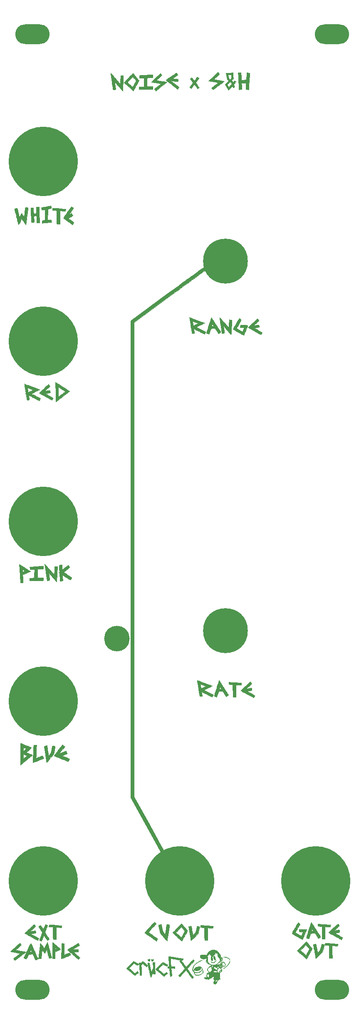
<source format=gbr>
%TF.GenerationSoftware,KiCad,Pcbnew,(5.1.6)-1*%
%TF.CreationDate,2020-06-22T20:05:39-05:00*%
%TF.ProjectId,NOISE_x_S_and_H,4e4f4953-455f-4785-9f53-5f616e645f48,rev?*%
%TF.SameCoordinates,Original*%
%TF.FileFunction,Soldermask,Top*%
%TF.FilePolarity,Negative*%
%FSLAX46Y46*%
G04 Gerber Fmt 4.6, Leading zero omitted, Abs format (unit mm)*
G04 Created by KiCad (PCBNEW (5.1.6)-1) date 2020-06-22 20:05:39*
%MOMM*%
%LPD*%
G01*
G04 APERTURE LIST*
%ADD10C,0.010000*%
%ADD11O,7.000000X4.000000*%
%ADD12C,5.200000*%
%ADD13C,14.100000*%
%ADD14C,9.100000*%
G04 APERTURE END LIST*
D10*
%TO.C,G\u002A\u002A\u002A*%
G36*
X12004015Y-15923977D02*
G01*
X12051472Y-15972919D01*
X12125687Y-16053331D01*
X12223479Y-16161659D01*
X12341666Y-16294345D01*
X12477064Y-16447835D01*
X12626491Y-16618572D01*
X12786765Y-16803001D01*
X12817136Y-16838090D01*
X12984963Y-17032089D01*
X13147043Y-17219418D01*
X13299456Y-17395545D01*
X13438282Y-17555944D01*
X13559600Y-17696084D01*
X13659491Y-17811436D01*
X13734034Y-17897472D01*
X13779308Y-17949663D01*
X13779868Y-17950307D01*
X13857123Y-18034077D01*
X13908114Y-18076952D01*
X13934679Y-18080418D01*
X13936776Y-18077434D01*
X13942468Y-18044032D01*
X13949650Y-17966790D01*
X13957861Y-17852683D01*
X13966643Y-17708685D01*
X13975536Y-17541770D01*
X13984083Y-17358912D01*
X13984140Y-17357608D01*
X13992724Y-17168040D01*
X14001471Y-16988324D01*
X14009926Y-16826804D01*
X14017637Y-16691824D01*
X14024151Y-16591730D01*
X14028650Y-16538056D01*
X14043253Y-16404990D01*
X14313699Y-16420825D01*
X14424813Y-16427730D01*
X14515039Y-16434093D01*
X14573635Y-16439109D01*
X14590481Y-16441574D01*
X14590226Y-16466866D01*
X14587597Y-16537590D01*
X14582859Y-16648396D01*
X14576279Y-16793934D01*
X14568123Y-16968854D01*
X14558657Y-17167805D01*
X14548147Y-17385437D01*
X14536860Y-17616400D01*
X14525062Y-17855345D01*
X14513019Y-18096921D01*
X14500997Y-18335777D01*
X14489263Y-18566564D01*
X14478083Y-18783931D01*
X14467723Y-18982529D01*
X14458450Y-19157007D01*
X14450529Y-19302015D01*
X14444227Y-19412203D01*
X14439810Y-19482221D01*
X14438116Y-19503287D01*
X14431358Y-19511472D01*
X14412773Y-19503399D01*
X14379923Y-19476455D01*
X14330371Y-19428027D01*
X14261679Y-19355501D01*
X14171409Y-19256263D01*
X14057124Y-19127700D01*
X13916386Y-18967197D01*
X13746758Y-18772142D01*
X13624335Y-18630773D01*
X13464244Y-18446087D01*
X13314726Y-18274373D01*
X13178960Y-18119230D01*
X13060128Y-17984255D01*
X12961410Y-17873046D01*
X12885987Y-17789202D01*
X12837039Y-17736319D01*
X12817748Y-17717995D01*
X12817573Y-17718227D01*
X12821357Y-17747751D01*
X12831816Y-17821102D01*
X12847999Y-17931829D01*
X12868956Y-18073483D01*
X12893735Y-18239616D01*
X12921387Y-18423776D01*
X12929308Y-18476326D01*
X12957263Y-18663495D01*
X12982144Y-18833712D01*
X13003071Y-18980675D01*
X13019169Y-19098083D01*
X13029559Y-19179634D01*
X13033363Y-19219026D01*
X13033117Y-19221656D01*
X13003988Y-19230654D01*
X12937921Y-19242913D01*
X12847911Y-19256738D01*
X12746954Y-19270438D01*
X12648044Y-19282319D01*
X12564177Y-19290688D01*
X12508348Y-19293852D01*
X12492879Y-19292035D01*
X12486653Y-19265014D01*
X12473879Y-19192723D01*
X12455315Y-19080213D01*
X12431716Y-18932536D01*
X12403839Y-18754746D01*
X12372441Y-18551893D01*
X12338278Y-18329032D01*
X12302107Y-18091214D01*
X12264684Y-17843491D01*
X12226765Y-17590916D01*
X12189107Y-17338541D01*
X12152467Y-17091420D01*
X12117601Y-16854603D01*
X12085265Y-16633144D01*
X12056217Y-16432094D01*
X12031211Y-16256507D01*
X12011006Y-16111435D01*
X11996358Y-16001930D01*
X11988022Y-15933044D01*
X11986501Y-15910062D01*
X12004015Y-15923977D01*
G37*
X12004015Y-15923977D02*
X12051472Y-15972919D01*
X12125687Y-16053331D01*
X12223479Y-16161659D01*
X12341666Y-16294345D01*
X12477064Y-16447835D01*
X12626491Y-16618572D01*
X12786765Y-16803001D01*
X12817136Y-16838090D01*
X12984963Y-17032089D01*
X13147043Y-17219418D01*
X13299456Y-17395545D01*
X13438282Y-17555944D01*
X13559600Y-17696084D01*
X13659491Y-17811436D01*
X13734034Y-17897472D01*
X13779308Y-17949663D01*
X13779868Y-17950307D01*
X13857123Y-18034077D01*
X13908114Y-18076952D01*
X13934679Y-18080418D01*
X13936776Y-18077434D01*
X13942468Y-18044032D01*
X13949650Y-17966790D01*
X13957861Y-17852683D01*
X13966643Y-17708685D01*
X13975536Y-17541770D01*
X13984083Y-17358912D01*
X13984140Y-17357608D01*
X13992724Y-17168040D01*
X14001471Y-16988324D01*
X14009926Y-16826804D01*
X14017637Y-16691824D01*
X14024151Y-16591730D01*
X14028650Y-16538056D01*
X14043253Y-16404990D01*
X14313699Y-16420825D01*
X14424813Y-16427730D01*
X14515039Y-16434093D01*
X14573635Y-16439109D01*
X14590481Y-16441574D01*
X14590226Y-16466866D01*
X14587597Y-16537590D01*
X14582859Y-16648396D01*
X14576279Y-16793934D01*
X14568123Y-16968854D01*
X14558657Y-17167805D01*
X14548147Y-17385437D01*
X14536860Y-17616400D01*
X14525062Y-17855345D01*
X14513019Y-18096921D01*
X14500997Y-18335777D01*
X14489263Y-18566564D01*
X14478083Y-18783931D01*
X14467723Y-18982529D01*
X14458450Y-19157007D01*
X14450529Y-19302015D01*
X14444227Y-19412203D01*
X14439810Y-19482221D01*
X14438116Y-19503287D01*
X14431358Y-19511472D01*
X14412773Y-19503399D01*
X14379923Y-19476455D01*
X14330371Y-19428027D01*
X14261679Y-19355501D01*
X14171409Y-19256263D01*
X14057124Y-19127700D01*
X13916386Y-18967197D01*
X13746758Y-18772142D01*
X13624335Y-18630773D01*
X13464244Y-18446087D01*
X13314726Y-18274373D01*
X13178960Y-18119230D01*
X13060128Y-17984255D01*
X12961410Y-17873046D01*
X12885987Y-17789202D01*
X12837039Y-17736319D01*
X12817748Y-17717995D01*
X12817573Y-17718227D01*
X12821357Y-17747751D01*
X12831816Y-17821102D01*
X12847999Y-17931829D01*
X12868956Y-18073483D01*
X12893735Y-18239616D01*
X12921387Y-18423776D01*
X12929308Y-18476326D01*
X12957263Y-18663495D01*
X12982144Y-18833712D01*
X13003071Y-18980675D01*
X13019169Y-19098083D01*
X13029559Y-19179634D01*
X13033363Y-19219026D01*
X13033117Y-19221656D01*
X13003988Y-19230654D01*
X12937921Y-19242913D01*
X12847911Y-19256738D01*
X12746954Y-19270438D01*
X12648044Y-19282319D01*
X12564177Y-19290688D01*
X12508348Y-19293852D01*
X12492879Y-19292035D01*
X12486653Y-19265014D01*
X12473879Y-19192723D01*
X12455315Y-19080213D01*
X12431716Y-18932536D01*
X12403839Y-18754746D01*
X12372441Y-18551893D01*
X12338278Y-18329032D01*
X12302107Y-18091214D01*
X12264684Y-17843491D01*
X12226765Y-17590916D01*
X12189107Y-17338541D01*
X12152467Y-17091420D01*
X12117601Y-16854603D01*
X12085265Y-16633144D01*
X12056217Y-16432094D01*
X12031211Y-16256507D01*
X12011006Y-16111435D01*
X11996358Y-16001930D01*
X11988022Y-15933044D01*
X11986501Y-15910062D01*
X12004015Y-15923977D01*
G36*
X16522946Y-15969642D02*
G01*
X16569933Y-16020513D01*
X16640871Y-16099889D01*
X16731320Y-16202606D01*
X16836843Y-16323500D01*
X16952998Y-16457407D01*
X17075347Y-16599162D01*
X17199452Y-16743602D01*
X17320871Y-16885562D01*
X17435168Y-17019877D01*
X17537901Y-17141385D01*
X17624633Y-17244920D01*
X17690923Y-17325319D01*
X17732333Y-17377418D01*
X17744531Y-17395154D01*
X17734068Y-17419964D01*
X17702141Y-17484049D01*
X17651632Y-17582042D01*
X17585423Y-17708578D01*
X17506398Y-17858288D01*
X17417439Y-18025805D01*
X17321430Y-18205763D01*
X17221253Y-18392794D01*
X17119790Y-18581532D01*
X17019925Y-18766608D01*
X16924542Y-18942657D01*
X16836521Y-19104311D01*
X16758747Y-19246202D01*
X16694103Y-19362965D01*
X16645470Y-19449231D01*
X16615733Y-19499634D01*
X16608527Y-19510071D01*
X16587159Y-19496852D01*
X16531864Y-19452559D01*
X16446292Y-19380374D01*
X16334096Y-19283481D01*
X16198929Y-19165062D01*
X16044441Y-19028299D01*
X15874286Y-18876376D01*
X15692116Y-18712475D01*
X15660321Y-18683745D01*
X15476096Y-18517145D01*
X15303294Y-18360807D01*
X15145591Y-18218065D01*
X15006667Y-18092250D01*
X14890198Y-17986694D01*
X14799861Y-17904728D01*
X14739335Y-17849684D01*
X14712296Y-17824895D01*
X14711347Y-17823982D01*
X14721708Y-17809971D01*
X15411566Y-17809971D01*
X15415601Y-17818039D01*
X15484400Y-17883711D01*
X15576044Y-17968275D01*
X15684750Y-18066680D01*
X15804738Y-18173877D01*
X15930226Y-18284815D01*
X16055433Y-18394444D01*
X16174578Y-18497714D01*
X16281879Y-18589575D01*
X16371555Y-18664977D01*
X16437825Y-18718870D01*
X16474907Y-18746203D01*
X16480653Y-18748393D01*
X16496297Y-18722182D01*
X16532868Y-18657176D01*
X16587097Y-18559304D01*
X16655715Y-18434496D01*
X16735450Y-18288681D01*
X16823033Y-18127789D01*
X16829877Y-18115185D01*
X16917629Y-17953238D01*
X16997250Y-17805635D01*
X17065548Y-17678346D01*
X17119331Y-17577343D01*
X17155407Y-17508597D01*
X17170583Y-17478079D01*
X17170791Y-17477494D01*
X17157240Y-17452477D01*
X17116094Y-17396747D01*
X17053272Y-17317280D01*
X16974694Y-17221047D01*
X16886279Y-17115025D01*
X16793947Y-17006185D01*
X16703617Y-16901503D01*
X16621209Y-16807951D01*
X16552643Y-16732505D01*
X16503837Y-16682137D01*
X16480713Y-16663822D01*
X16480212Y-16663919D01*
X16459180Y-16683300D01*
X16407246Y-16734726D01*
X16328856Y-16813690D01*
X16228457Y-16915683D01*
X16110497Y-17036197D01*
X15979424Y-17170724D01*
X15923447Y-17228346D01*
X15766960Y-17390271D01*
X15643423Y-17519923D01*
X15549737Y-17620900D01*
X15482805Y-17696797D01*
X15439531Y-17751210D01*
X15416817Y-17787737D01*
X15411566Y-17809971D01*
X14721708Y-17809971D01*
X14726059Y-17804089D01*
X14772204Y-17751943D01*
X14845755Y-17671745D01*
X14942691Y-17567694D01*
X15058987Y-17443992D01*
X15190619Y-17304837D01*
X15333564Y-17154430D01*
X15483799Y-16996971D01*
X15637298Y-16836659D01*
X15790040Y-16677694D01*
X15937999Y-16524278D01*
X16077153Y-16380608D01*
X16203478Y-16250886D01*
X16312949Y-16139311D01*
X16401544Y-16050084D01*
X16465238Y-15987404D01*
X16500008Y-15955471D01*
X16504349Y-15952441D01*
X16522946Y-15969642D01*
G37*
X16522946Y-15969642D02*
X16569933Y-16020513D01*
X16640871Y-16099889D01*
X16731320Y-16202606D01*
X16836843Y-16323500D01*
X16952998Y-16457407D01*
X17075347Y-16599162D01*
X17199452Y-16743602D01*
X17320871Y-16885562D01*
X17435168Y-17019877D01*
X17537901Y-17141385D01*
X17624633Y-17244920D01*
X17690923Y-17325319D01*
X17732333Y-17377418D01*
X17744531Y-17395154D01*
X17734068Y-17419964D01*
X17702141Y-17484049D01*
X17651632Y-17582042D01*
X17585423Y-17708578D01*
X17506398Y-17858288D01*
X17417439Y-18025805D01*
X17321430Y-18205763D01*
X17221253Y-18392794D01*
X17119790Y-18581532D01*
X17019925Y-18766608D01*
X16924542Y-18942657D01*
X16836521Y-19104311D01*
X16758747Y-19246202D01*
X16694103Y-19362965D01*
X16645470Y-19449231D01*
X16615733Y-19499634D01*
X16608527Y-19510071D01*
X16587159Y-19496852D01*
X16531864Y-19452559D01*
X16446292Y-19380374D01*
X16334096Y-19283481D01*
X16198929Y-19165062D01*
X16044441Y-19028299D01*
X15874286Y-18876376D01*
X15692116Y-18712475D01*
X15660321Y-18683745D01*
X15476096Y-18517145D01*
X15303294Y-18360807D01*
X15145591Y-18218065D01*
X15006667Y-18092250D01*
X14890198Y-17986694D01*
X14799861Y-17904728D01*
X14739335Y-17849684D01*
X14712296Y-17824895D01*
X14711347Y-17823982D01*
X14721708Y-17809971D01*
X15411566Y-17809971D01*
X15415601Y-17818039D01*
X15484400Y-17883711D01*
X15576044Y-17968275D01*
X15684750Y-18066680D01*
X15804738Y-18173877D01*
X15930226Y-18284815D01*
X16055433Y-18394444D01*
X16174578Y-18497714D01*
X16281879Y-18589575D01*
X16371555Y-18664977D01*
X16437825Y-18718870D01*
X16474907Y-18746203D01*
X16480653Y-18748393D01*
X16496297Y-18722182D01*
X16532868Y-18657176D01*
X16587097Y-18559304D01*
X16655715Y-18434496D01*
X16735450Y-18288681D01*
X16823033Y-18127789D01*
X16829877Y-18115185D01*
X16917629Y-17953238D01*
X16997250Y-17805635D01*
X17065548Y-17678346D01*
X17119331Y-17577343D01*
X17155407Y-17508597D01*
X17170583Y-17478079D01*
X17170791Y-17477494D01*
X17157240Y-17452477D01*
X17116094Y-17396747D01*
X17053272Y-17317280D01*
X16974694Y-17221047D01*
X16886279Y-17115025D01*
X16793947Y-17006185D01*
X16703617Y-16901503D01*
X16621209Y-16807951D01*
X16552643Y-16732505D01*
X16503837Y-16682137D01*
X16480713Y-16663822D01*
X16480212Y-16663919D01*
X16459180Y-16683300D01*
X16407246Y-16734726D01*
X16328856Y-16813690D01*
X16228457Y-16915683D01*
X16110497Y-17036197D01*
X15979424Y-17170724D01*
X15923447Y-17228346D01*
X15766960Y-17390271D01*
X15643423Y-17519923D01*
X15549737Y-17620900D01*
X15482805Y-17696797D01*
X15439531Y-17751210D01*
X15416817Y-17787737D01*
X15411566Y-17809971D01*
X14721708Y-17809971D01*
X14726059Y-17804089D01*
X14772204Y-17751943D01*
X14845755Y-17671745D01*
X14942691Y-17567694D01*
X15058987Y-17443992D01*
X15190619Y-17304837D01*
X15333564Y-17154430D01*
X15483799Y-16996971D01*
X15637298Y-16836659D01*
X15790040Y-16677694D01*
X15937999Y-16524278D01*
X16077153Y-16380608D01*
X16203478Y-16250886D01*
X16312949Y-16139311D01*
X16401544Y-16050084D01*
X16465238Y-15987404D01*
X16500008Y-15955471D01*
X16504349Y-15952441D01*
X16522946Y-15969642D01*
G36*
X22138583Y-15991809D02*
G01*
X22191336Y-16037197D01*
X22258004Y-16104992D01*
X22289822Y-16140295D01*
X22439548Y-16310835D01*
X21880944Y-16851400D01*
X21742708Y-16985856D01*
X21617726Y-17108743D01*
X21510316Y-17215705D01*
X21424801Y-17302389D01*
X21365502Y-17364441D01*
X21336739Y-17397506D01*
X21334824Y-17401719D01*
X21361840Y-17407586D01*
X21433780Y-17420274D01*
X21545300Y-17438916D01*
X21691057Y-17462647D01*
X21865708Y-17490600D01*
X22063910Y-17521909D01*
X22280319Y-17555708D01*
X22376687Y-17570643D01*
X22599160Y-17605262D01*
X22805639Y-17637813D01*
X22990790Y-17667424D01*
X23149281Y-17693224D01*
X23275778Y-17714340D01*
X23364949Y-17729900D01*
X23411461Y-17739031D01*
X23417011Y-17740757D01*
X23417361Y-17760076D01*
X23396109Y-17777104D01*
X23338807Y-17823056D01*
X23249069Y-17895035D01*
X23130508Y-17990142D01*
X22986736Y-18105478D01*
X22821366Y-18238146D01*
X22638013Y-18385246D01*
X22440287Y-18543881D01*
X22308065Y-18649966D01*
X22103236Y-18814188D01*
X21910560Y-18968441D01*
X21733632Y-19109862D01*
X21576046Y-19235589D01*
X21441398Y-19342757D01*
X21333284Y-19428505D01*
X21255298Y-19489970D01*
X21211036Y-19524288D01*
X21202059Y-19530682D01*
X21183497Y-19512109D01*
X21153285Y-19473475D01*
X21115558Y-19423932D01*
X21059154Y-19351825D01*
X21006116Y-19285078D01*
X20900416Y-19153088D01*
X21568807Y-18616810D01*
X21727639Y-18488996D01*
X21873350Y-18371016D01*
X22001294Y-18266689D01*
X22106826Y-18179833D01*
X22185300Y-18114266D01*
X22232069Y-18073806D01*
X22243522Y-18062313D01*
X22220707Y-18054556D01*
X22152952Y-18040195D01*
X22045606Y-18020158D01*
X21904018Y-17995377D01*
X21733537Y-17966782D01*
X21539511Y-17935304D01*
X21327291Y-17901872D01*
X21271000Y-17893160D01*
X21054699Y-17859359D01*
X20854969Y-17827281D01*
X20677204Y-17797858D01*
X20526800Y-17772023D01*
X20409152Y-17750707D01*
X20329655Y-17734843D01*
X20293704Y-17725361D01*
X20292153Y-17724099D01*
X20309901Y-17702632D01*
X20360281Y-17650340D01*
X20438994Y-17571356D01*
X20541741Y-17469813D01*
X20664226Y-17349843D01*
X20802149Y-17215579D01*
X20951213Y-17071154D01*
X21107119Y-16920699D01*
X21265569Y-16768349D01*
X21422265Y-16618235D01*
X21572909Y-16474491D01*
X21713202Y-16341248D01*
X21838846Y-16222640D01*
X21945544Y-16122799D01*
X22028997Y-16045858D01*
X22084907Y-15995949D01*
X22108975Y-15977206D01*
X22109019Y-15977195D01*
X22138583Y-15991809D01*
G37*
X22138583Y-15991809D02*
X22191336Y-16037197D01*
X22258004Y-16104992D01*
X22289822Y-16140295D01*
X22439548Y-16310835D01*
X21880944Y-16851400D01*
X21742708Y-16985856D01*
X21617726Y-17108743D01*
X21510316Y-17215705D01*
X21424801Y-17302389D01*
X21365502Y-17364441D01*
X21336739Y-17397506D01*
X21334824Y-17401719D01*
X21361840Y-17407586D01*
X21433780Y-17420274D01*
X21545300Y-17438916D01*
X21691057Y-17462647D01*
X21865708Y-17490600D01*
X22063910Y-17521909D01*
X22280319Y-17555708D01*
X22376687Y-17570643D01*
X22599160Y-17605262D01*
X22805639Y-17637813D01*
X22990790Y-17667424D01*
X23149281Y-17693224D01*
X23275778Y-17714340D01*
X23364949Y-17729900D01*
X23411461Y-17739031D01*
X23417011Y-17740757D01*
X23417361Y-17760076D01*
X23396109Y-17777104D01*
X23338807Y-17823056D01*
X23249069Y-17895035D01*
X23130508Y-17990142D01*
X22986736Y-18105478D01*
X22821366Y-18238146D01*
X22638013Y-18385246D01*
X22440287Y-18543881D01*
X22308065Y-18649966D01*
X22103236Y-18814188D01*
X21910560Y-18968441D01*
X21733632Y-19109862D01*
X21576046Y-19235589D01*
X21441398Y-19342757D01*
X21333284Y-19428505D01*
X21255298Y-19489970D01*
X21211036Y-19524288D01*
X21202059Y-19530682D01*
X21183497Y-19512109D01*
X21153285Y-19473475D01*
X21115558Y-19423932D01*
X21059154Y-19351825D01*
X21006116Y-19285078D01*
X20900416Y-19153088D01*
X21568807Y-18616810D01*
X21727639Y-18488996D01*
X21873350Y-18371016D01*
X22001294Y-18266689D01*
X22106826Y-18179833D01*
X22185300Y-18114266D01*
X22232069Y-18073806D01*
X22243522Y-18062313D01*
X22220707Y-18054556D01*
X22152952Y-18040195D01*
X22045606Y-18020158D01*
X21904018Y-17995377D01*
X21733537Y-17966782D01*
X21539511Y-17935304D01*
X21327291Y-17901872D01*
X21271000Y-17893160D01*
X21054699Y-17859359D01*
X20854969Y-17827281D01*
X20677204Y-17797858D01*
X20526800Y-17772023D01*
X20409152Y-17750707D01*
X20329655Y-17734843D01*
X20293704Y-17725361D01*
X20292153Y-17724099D01*
X20309901Y-17702632D01*
X20360281Y-17650340D01*
X20438994Y-17571356D01*
X20541741Y-17469813D01*
X20664226Y-17349843D01*
X20802149Y-17215579D01*
X20951213Y-17071154D01*
X21107119Y-16920699D01*
X21265569Y-16768349D01*
X21422265Y-16618235D01*
X21572909Y-16474491D01*
X21713202Y-16341248D01*
X21838846Y-16222640D01*
X21945544Y-16122799D01*
X22028997Y-16045858D01*
X22084907Y-15995949D01*
X22108975Y-15977206D01*
X22109019Y-15977195D01*
X22138583Y-15991809D01*
G36*
X36882047Y-15849925D02*
G01*
X36885085Y-15876334D01*
X36890184Y-15946557D01*
X36896922Y-16053616D01*
X36904873Y-16190534D01*
X36913614Y-16350336D01*
X36920400Y-16480392D01*
X36952258Y-17103276D01*
X36770753Y-17269301D01*
X36589249Y-17435325D01*
X36703964Y-17531215D01*
X36766002Y-17587770D01*
X36808123Y-17635134D01*
X36819826Y-17657622D01*
X36830058Y-17701403D01*
X36852412Y-17761780D01*
X36883852Y-17835423D01*
X37057737Y-17629370D01*
X37231621Y-17423317D01*
X37355681Y-17527926D01*
X37419801Y-17584470D01*
X37464617Y-17628721D01*
X37479740Y-17649626D01*
X37464054Y-17674452D01*
X37421367Y-17729327D01*
X37358232Y-17806093D01*
X37282693Y-17894869D01*
X37202284Y-17988184D01*
X37131961Y-18070186D01*
X37079653Y-18131605D01*
X37054174Y-18162065D01*
X37043127Y-18187937D01*
X37045361Y-18229216D01*
X37062938Y-18294673D01*
X37097917Y-18393080D01*
X37125017Y-18463651D01*
X37164453Y-18570836D01*
X37193088Y-18660565D01*
X37207898Y-18722482D01*
X37207340Y-18745522D01*
X37173970Y-18764581D01*
X37108970Y-18793380D01*
X37051864Y-18815954D01*
X36916380Y-18867055D01*
X36880242Y-18779749D01*
X36843893Y-18691936D01*
X36807264Y-18603453D01*
X36780852Y-18546207D01*
X36761583Y-18515907D01*
X36758924Y-18514464D01*
X36739489Y-18532930D01*
X36691338Y-18585007D01*
X36618865Y-18665710D01*
X36526466Y-18770058D01*
X36418535Y-18893069D01*
X36299468Y-19029758D01*
X36173660Y-19175144D01*
X36075609Y-19289127D01*
X36010867Y-19364590D01*
X35638141Y-18796801D01*
X35539532Y-18645520D01*
X35451273Y-18508063D01*
X35376923Y-18390144D01*
X35320044Y-18297476D01*
X35305780Y-18272923D01*
X35703986Y-18272923D01*
X35873595Y-18533428D01*
X35938892Y-18633222D01*
X35993256Y-18715365D01*
X36031225Y-18771672D01*
X36047340Y-18793962D01*
X36047491Y-18794039D01*
X36064585Y-18775796D01*
X36109306Y-18725151D01*
X36176219Y-18648338D01*
X36259890Y-18551590D01*
X36337073Y-18461894D01*
X36622366Y-18129644D01*
X36574326Y-17985167D01*
X36530862Y-17885600D01*
X36474470Y-17799018D01*
X36413253Y-17734142D01*
X36355315Y-17699691D01*
X36311661Y-17702491D01*
X36280203Y-17727744D01*
X36219698Y-17781713D01*
X36137521Y-17857630D01*
X36041049Y-17948724D01*
X35988009Y-17999530D01*
X35703986Y-18272923D01*
X35305780Y-18272923D01*
X35284196Y-18235773D01*
X35272928Y-18210777D01*
X35292961Y-18188691D01*
X35344649Y-18137388D01*
X35422394Y-18062262D01*
X35520599Y-17968708D01*
X35633667Y-17862122D01*
X35669517Y-17828534D01*
X35784186Y-17719603D01*
X35883534Y-17622040D01*
X35962426Y-17541157D01*
X36015728Y-17482267D01*
X36038304Y-17450680D01*
X36038186Y-17447193D01*
X36008211Y-17423087D01*
X35953974Y-17380454D01*
X35888499Y-17329417D01*
X35824810Y-17280097D01*
X35775932Y-17242616D01*
X35755166Y-17227246D01*
X35745497Y-17200956D01*
X35727231Y-17133176D01*
X35702170Y-17031969D01*
X35672115Y-16905396D01*
X35638868Y-16761522D01*
X35604229Y-16608408D01*
X35570000Y-16454118D01*
X35537982Y-16306713D01*
X35533394Y-16285012D01*
X35886324Y-16285012D01*
X35887685Y-16298539D01*
X35897435Y-16337819D01*
X35916086Y-16416270D01*
X35941192Y-16523492D01*
X35970305Y-16649087D01*
X35978701Y-16685514D01*
X36058095Y-17030437D01*
X36177776Y-17122383D01*
X36243982Y-17170689D01*
X36293606Y-17202180D01*
X36312891Y-17209692D01*
X36338157Y-17191488D01*
X36389810Y-17148101D01*
X36456832Y-17088795D01*
X36459087Y-17086757D01*
X36509198Y-17040401D01*
X36545988Y-16999418D01*
X36570941Y-16955515D01*
X36585542Y-16900399D01*
X36591273Y-16825778D01*
X36589618Y-16723358D01*
X36582061Y-16584847D01*
X36573192Y-16448958D01*
X36556796Y-16201370D01*
X36465265Y-16213111D01*
X36399371Y-16219908D01*
X36299583Y-16228274D01*
X36182773Y-16236842D01*
X36124898Y-16240670D01*
X36010031Y-16249037D01*
X35937584Y-16257850D01*
X35899150Y-16269158D01*
X35886324Y-16285012D01*
X35533394Y-16285012D01*
X35509977Y-16174257D01*
X35487786Y-16064812D01*
X35473209Y-15986441D01*
X35468049Y-15947206D01*
X35468547Y-15944322D01*
X35496209Y-15939374D01*
X35566478Y-15932107D01*
X35671416Y-15923054D01*
X35803085Y-15912742D01*
X35953546Y-15901704D01*
X36114861Y-15890468D01*
X36279092Y-15879565D01*
X36438300Y-15869525D01*
X36584547Y-15860878D01*
X36709896Y-15854155D01*
X36806407Y-15849885D01*
X36866143Y-15848599D01*
X36882047Y-15849925D01*
G37*
X36882047Y-15849925D02*
X36885085Y-15876334D01*
X36890184Y-15946557D01*
X36896922Y-16053616D01*
X36904873Y-16190534D01*
X36913614Y-16350336D01*
X36920400Y-16480392D01*
X36952258Y-17103276D01*
X36770753Y-17269301D01*
X36589249Y-17435325D01*
X36703964Y-17531215D01*
X36766002Y-17587770D01*
X36808123Y-17635134D01*
X36819826Y-17657622D01*
X36830058Y-17701403D01*
X36852412Y-17761780D01*
X36883852Y-17835423D01*
X37057737Y-17629370D01*
X37231621Y-17423317D01*
X37355681Y-17527926D01*
X37419801Y-17584470D01*
X37464617Y-17628721D01*
X37479740Y-17649626D01*
X37464054Y-17674452D01*
X37421367Y-17729327D01*
X37358232Y-17806093D01*
X37282693Y-17894869D01*
X37202284Y-17988184D01*
X37131961Y-18070186D01*
X37079653Y-18131605D01*
X37054174Y-18162065D01*
X37043127Y-18187937D01*
X37045361Y-18229216D01*
X37062938Y-18294673D01*
X37097917Y-18393080D01*
X37125017Y-18463651D01*
X37164453Y-18570836D01*
X37193088Y-18660565D01*
X37207898Y-18722482D01*
X37207340Y-18745522D01*
X37173970Y-18764581D01*
X37108970Y-18793380D01*
X37051864Y-18815954D01*
X36916380Y-18867055D01*
X36880242Y-18779749D01*
X36843893Y-18691936D01*
X36807264Y-18603453D01*
X36780852Y-18546207D01*
X36761583Y-18515907D01*
X36758924Y-18514464D01*
X36739489Y-18532930D01*
X36691338Y-18585007D01*
X36618865Y-18665710D01*
X36526466Y-18770058D01*
X36418535Y-18893069D01*
X36299468Y-19029758D01*
X36173660Y-19175144D01*
X36075609Y-19289127D01*
X36010867Y-19364590D01*
X35638141Y-18796801D01*
X35539532Y-18645520D01*
X35451273Y-18508063D01*
X35376923Y-18390144D01*
X35320044Y-18297476D01*
X35305780Y-18272923D01*
X35703986Y-18272923D01*
X35873595Y-18533428D01*
X35938892Y-18633222D01*
X35993256Y-18715365D01*
X36031225Y-18771672D01*
X36047340Y-18793962D01*
X36047491Y-18794039D01*
X36064585Y-18775796D01*
X36109306Y-18725151D01*
X36176219Y-18648338D01*
X36259890Y-18551590D01*
X36337073Y-18461894D01*
X36622366Y-18129644D01*
X36574326Y-17985167D01*
X36530862Y-17885600D01*
X36474470Y-17799018D01*
X36413253Y-17734142D01*
X36355315Y-17699691D01*
X36311661Y-17702491D01*
X36280203Y-17727744D01*
X36219698Y-17781713D01*
X36137521Y-17857630D01*
X36041049Y-17948724D01*
X35988009Y-17999530D01*
X35703986Y-18272923D01*
X35305780Y-18272923D01*
X35284196Y-18235773D01*
X35272928Y-18210777D01*
X35292961Y-18188691D01*
X35344649Y-18137388D01*
X35422394Y-18062262D01*
X35520599Y-17968708D01*
X35633667Y-17862122D01*
X35669517Y-17828534D01*
X35784186Y-17719603D01*
X35883534Y-17622040D01*
X35962426Y-17541157D01*
X36015728Y-17482267D01*
X36038304Y-17450680D01*
X36038186Y-17447193D01*
X36008211Y-17423087D01*
X35953974Y-17380454D01*
X35888499Y-17329417D01*
X35824810Y-17280097D01*
X35775932Y-17242616D01*
X35755166Y-17227246D01*
X35745497Y-17200956D01*
X35727231Y-17133176D01*
X35702170Y-17031969D01*
X35672115Y-16905396D01*
X35638868Y-16761522D01*
X35604229Y-16608408D01*
X35570000Y-16454118D01*
X35537982Y-16306713D01*
X35533394Y-16285012D01*
X35886324Y-16285012D01*
X35887685Y-16298539D01*
X35897435Y-16337819D01*
X35916086Y-16416270D01*
X35941192Y-16523492D01*
X35970305Y-16649087D01*
X35978701Y-16685514D01*
X36058095Y-17030437D01*
X36177776Y-17122383D01*
X36243982Y-17170689D01*
X36293606Y-17202180D01*
X36312891Y-17209692D01*
X36338157Y-17191488D01*
X36389810Y-17148101D01*
X36456832Y-17088795D01*
X36459087Y-17086757D01*
X36509198Y-17040401D01*
X36545988Y-16999418D01*
X36570941Y-16955515D01*
X36585542Y-16900399D01*
X36591273Y-16825778D01*
X36589618Y-16723358D01*
X36582061Y-16584847D01*
X36573192Y-16448958D01*
X36556796Y-16201370D01*
X36465265Y-16213111D01*
X36399371Y-16219908D01*
X36299583Y-16228274D01*
X36182773Y-16236842D01*
X36124898Y-16240670D01*
X36010031Y-16249037D01*
X35937584Y-16257850D01*
X35899150Y-16269158D01*
X35886324Y-16285012D01*
X35533394Y-16285012D01*
X35509977Y-16174257D01*
X35487786Y-16064812D01*
X35473209Y-15986441D01*
X35468049Y-15947206D01*
X35468547Y-15944322D01*
X35496209Y-15939374D01*
X35566478Y-15932107D01*
X35671416Y-15923054D01*
X35803085Y-15912742D01*
X35953546Y-15901704D01*
X36114861Y-15890468D01*
X36279092Y-15879565D01*
X36438300Y-15869525D01*
X36584547Y-15860878D01*
X36709896Y-15854155D01*
X36806407Y-15849885D01*
X36866143Y-15848599D01*
X36882047Y-15849925D01*
G36*
X33989734Y-15936991D02*
G01*
X34058291Y-16014729D01*
X34110567Y-16078394D01*
X34139260Y-16118864D01*
X34142415Y-16127776D01*
X34122732Y-16148242D01*
X34069973Y-16198452D01*
X33988815Y-16274080D01*
X33883934Y-16370802D01*
X33760006Y-16484293D01*
X33621709Y-16610229D01*
X33569024Y-16658034D01*
X33427513Y-16786930D01*
X33299556Y-16904662D01*
X33189665Y-17006984D01*
X33102352Y-17089649D01*
X33042131Y-17148410D01*
X33013513Y-17179022D01*
X33011855Y-17182382D01*
X33038216Y-17189076D01*
X33109287Y-17203990D01*
X33219776Y-17226091D01*
X33364389Y-17254351D01*
X33537836Y-17287739D01*
X33734822Y-17325224D01*
X33950056Y-17365776D01*
X34048467Y-17384192D01*
X34269956Y-17425729D01*
X34475467Y-17464601D01*
X34659713Y-17499785D01*
X34817412Y-17530255D01*
X34943278Y-17554988D01*
X35032027Y-17572959D01*
X35078374Y-17583145D01*
X35083968Y-17584892D01*
X35066302Y-17601523D01*
X35012351Y-17645283D01*
X34926534Y-17712823D01*
X34813271Y-17800792D01*
X34676979Y-17905842D01*
X34522079Y-18024622D01*
X34352990Y-18153782D01*
X34174130Y-18289973D01*
X33989919Y-18429844D01*
X33804776Y-18570047D01*
X33623120Y-18707231D01*
X33449371Y-18838046D01*
X33287946Y-18959143D01*
X33143267Y-19067173D01*
X33019750Y-19158784D01*
X32921817Y-19230628D01*
X32853886Y-19279354D01*
X32820375Y-19301614D01*
X32817840Y-19302653D01*
X32799156Y-19283716D01*
X32757433Y-19232879D01*
X32699896Y-19159107D01*
X32664396Y-19112358D01*
X32521169Y-18922063D01*
X33221297Y-18396831D01*
X33385205Y-18273474D01*
X33535025Y-18159960D01*
X33666172Y-18059823D01*
X33774061Y-17976594D01*
X33854108Y-17913807D01*
X33901728Y-17874994D01*
X33913366Y-17863539D01*
X33887430Y-17857278D01*
X33816897Y-17842853D01*
X33707177Y-17821303D01*
X33563685Y-17793670D01*
X33391832Y-17760994D01*
X33197031Y-17724315D01*
X32984695Y-17684673D01*
X32927508Y-17674051D01*
X32711568Y-17633850D01*
X32511804Y-17596402D01*
X32333619Y-17562740D01*
X32182420Y-17533896D01*
X32063610Y-17510903D01*
X31982594Y-17494794D01*
X31944777Y-17486600D01*
X31942687Y-17485894D01*
X31959565Y-17468049D01*
X32010655Y-17419375D01*
X32092429Y-17343119D01*
X32201355Y-17242528D01*
X32333904Y-17120850D01*
X32486544Y-16981331D01*
X32655746Y-16827220D01*
X32837980Y-16661763D01*
X32883299Y-16620693D01*
X33830934Y-15762222D01*
X33989734Y-15936991D01*
G37*
X33989734Y-15936991D02*
X34058291Y-16014729D01*
X34110567Y-16078394D01*
X34139260Y-16118864D01*
X34142415Y-16127776D01*
X34122732Y-16148242D01*
X34069973Y-16198452D01*
X33988815Y-16274080D01*
X33883934Y-16370802D01*
X33760006Y-16484293D01*
X33621709Y-16610229D01*
X33569024Y-16658034D01*
X33427513Y-16786930D01*
X33299556Y-16904662D01*
X33189665Y-17006984D01*
X33102352Y-17089649D01*
X33042131Y-17148410D01*
X33013513Y-17179022D01*
X33011855Y-17182382D01*
X33038216Y-17189076D01*
X33109287Y-17203990D01*
X33219776Y-17226091D01*
X33364389Y-17254351D01*
X33537836Y-17287739D01*
X33734822Y-17325224D01*
X33950056Y-17365776D01*
X34048467Y-17384192D01*
X34269956Y-17425729D01*
X34475467Y-17464601D01*
X34659713Y-17499785D01*
X34817412Y-17530255D01*
X34943278Y-17554988D01*
X35032027Y-17572959D01*
X35078374Y-17583145D01*
X35083968Y-17584892D01*
X35066302Y-17601523D01*
X35012351Y-17645283D01*
X34926534Y-17712823D01*
X34813271Y-17800792D01*
X34676979Y-17905842D01*
X34522079Y-18024622D01*
X34352990Y-18153782D01*
X34174130Y-18289973D01*
X33989919Y-18429844D01*
X33804776Y-18570047D01*
X33623120Y-18707231D01*
X33449371Y-18838046D01*
X33287946Y-18959143D01*
X33143267Y-19067173D01*
X33019750Y-19158784D01*
X32921817Y-19230628D01*
X32853886Y-19279354D01*
X32820375Y-19301614D01*
X32817840Y-19302653D01*
X32799156Y-19283716D01*
X32757433Y-19232879D01*
X32699896Y-19159107D01*
X32664396Y-19112358D01*
X32521169Y-18922063D01*
X33221297Y-18396831D01*
X33385205Y-18273474D01*
X33535025Y-18159960D01*
X33666172Y-18059823D01*
X33774061Y-17976594D01*
X33854108Y-17913807D01*
X33901728Y-17874994D01*
X33913366Y-17863539D01*
X33887430Y-17857278D01*
X33816897Y-17842853D01*
X33707177Y-17821303D01*
X33563685Y-17793670D01*
X33391832Y-17760994D01*
X33197031Y-17724315D01*
X32984695Y-17684673D01*
X32927508Y-17674051D01*
X32711568Y-17633850D01*
X32511804Y-17596402D01*
X32333619Y-17562740D01*
X32182420Y-17533896D01*
X32063610Y-17510903D01*
X31982594Y-17494794D01*
X31944777Y-17486600D01*
X31942687Y-17485894D01*
X31959565Y-17468049D01*
X32010655Y-17419375D01*
X32092429Y-17343119D01*
X32201355Y-17242528D01*
X32333904Y-17120850D01*
X32486544Y-16981331D01*
X32655746Y-16827220D01*
X32837980Y-16661763D01*
X32883299Y-16620693D01*
X33830934Y-15762222D01*
X33989734Y-15936991D01*
G36*
X38532011Y-16014242D02*
G01*
X38538023Y-16100604D01*
X38545853Y-16226639D01*
X38554855Y-16381228D01*
X38564388Y-16553254D01*
X38573807Y-16731598D01*
X38575914Y-16772823D01*
X38584311Y-16935396D01*
X38592033Y-17079601D01*
X38598668Y-17198153D01*
X38603803Y-17283767D01*
X38607025Y-17329159D01*
X38607741Y-17334523D01*
X38634597Y-17335338D01*
X38702638Y-17333846D01*
X38802369Y-17330481D01*
X38924299Y-17325677D01*
X39058933Y-17319869D01*
X39196778Y-17313492D01*
X39328341Y-17306981D01*
X39444129Y-17300769D01*
X39534648Y-17295293D01*
X39590405Y-17290986D01*
X39603648Y-17288921D01*
X39608066Y-17261887D01*
X39615426Y-17190677D01*
X39625168Y-17081843D01*
X39636735Y-16941939D01*
X39649568Y-16777519D01*
X39663107Y-16595136D01*
X39664858Y-16570888D01*
X39678327Y-16386961D01*
X39690961Y-16220405D01*
X39702230Y-16077720D01*
X39711607Y-15965405D01*
X39718563Y-15889959D01*
X39722571Y-15857883D01*
X39722852Y-15857234D01*
X39750930Y-15855627D01*
X39816849Y-15858304D01*
X39907883Y-15864207D01*
X40011305Y-15872275D01*
X40114388Y-15881450D01*
X40204404Y-15890673D01*
X40268625Y-15898885D01*
X40294135Y-15904769D01*
X40294440Y-15931351D01*
X40291434Y-16003534D01*
X40285465Y-16116201D01*
X40276878Y-16264234D01*
X40266019Y-16442515D01*
X40253237Y-16645926D01*
X40238875Y-16869350D01*
X40223282Y-17107669D01*
X40206804Y-17355764D01*
X40189787Y-17608519D01*
X40172577Y-17860816D01*
X40155520Y-18107536D01*
X40138964Y-18343562D01*
X40123255Y-18563776D01*
X40108739Y-18763060D01*
X40095762Y-18936297D01*
X40084671Y-19078369D01*
X40075812Y-19184157D01*
X40069532Y-19248545D01*
X40066562Y-19266849D01*
X40038625Y-19268909D01*
X39972860Y-19266260D01*
X39881950Y-19260040D01*
X39778581Y-19251388D01*
X39675438Y-19241441D01*
X39585204Y-19231337D01*
X39520564Y-19222214D01*
X39494441Y-19215518D01*
X39492692Y-19187774D01*
X39494396Y-19116538D01*
X39499204Y-19009028D01*
X39506767Y-18872460D01*
X39516733Y-18714052D01*
X39523758Y-18610993D01*
X39535589Y-18439627D01*
X39546080Y-18282733D01*
X39554725Y-18148268D01*
X39561019Y-18044192D01*
X39564459Y-17978463D01*
X39564951Y-17961461D01*
X39560357Y-17929155D01*
X39538974Y-17912022D01*
X39488696Y-17905343D01*
X39418429Y-17904357D01*
X39333880Y-17905745D01*
X39215039Y-17909433D01*
X39078387Y-17914842D01*
X38954289Y-17920678D01*
X38636344Y-17936896D01*
X38670343Y-18572487D01*
X38680692Y-18773515D01*
X38687620Y-18929431D01*
X38691130Y-19045860D01*
X38691220Y-19128428D01*
X38687894Y-19182759D01*
X38681151Y-19214476D01*
X38670993Y-19229206D01*
X38670469Y-19229551D01*
X38630768Y-19239364D01*
X38554275Y-19246922D01*
X38455037Y-19251018D01*
X38416204Y-19251412D01*
X38311521Y-19253204D01*
X38223843Y-19257639D01*
X38167541Y-19263886D01*
X38157817Y-19266381D01*
X38135732Y-19264673D01*
X38120626Y-19233287D01*
X38109340Y-19163491D01*
X38104939Y-19120185D01*
X38098227Y-19035745D01*
X38089958Y-18912297D01*
X38080381Y-18755014D01*
X38069742Y-18569072D01*
X38058288Y-18359645D01*
X38046268Y-18131909D01*
X38033928Y-17891037D01*
X38021516Y-17642204D01*
X38009279Y-17390586D01*
X37997465Y-17141357D01*
X37986321Y-16899691D01*
X37976095Y-16670763D01*
X37967033Y-16459748D01*
X37959383Y-16271821D01*
X37953393Y-16112157D01*
X37949309Y-15985929D01*
X37947380Y-15898314D01*
X37947852Y-15854485D01*
X37948633Y-15850444D01*
X37980135Y-15842208D01*
X38051190Y-15834173D01*
X38150507Y-15827373D01*
X38241717Y-15823552D01*
X38516505Y-15815021D01*
X38532011Y-16014242D01*
G37*
X38532011Y-16014242D02*
X38538023Y-16100604D01*
X38545853Y-16226639D01*
X38554855Y-16381228D01*
X38564388Y-16553254D01*
X38573807Y-16731598D01*
X38575914Y-16772823D01*
X38584311Y-16935396D01*
X38592033Y-17079601D01*
X38598668Y-17198153D01*
X38603803Y-17283767D01*
X38607025Y-17329159D01*
X38607741Y-17334523D01*
X38634597Y-17335338D01*
X38702638Y-17333846D01*
X38802369Y-17330481D01*
X38924299Y-17325677D01*
X39058933Y-17319869D01*
X39196778Y-17313492D01*
X39328341Y-17306981D01*
X39444129Y-17300769D01*
X39534648Y-17295293D01*
X39590405Y-17290986D01*
X39603648Y-17288921D01*
X39608066Y-17261887D01*
X39615426Y-17190677D01*
X39625168Y-17081843D01*
X39636735Y-16941939D01*
X39649568Y-16777519D01*
X39663107Y-16595136D01*
X39664858Y-16570888D01*
X39678327Y-16386961D01*
X39690961Y-16220405D01*
X39702230Y-16077720D01*
X39711607Y-15965405D01*
X39718563Y-15889959D01*
X39722571Y-15857883D01*
X39722852Y-15857234D01*
X39750930Y-15855627D01*
X39816849Y-15858304D01*
X39907883Y-15864207D01*
X40011305Y-15872275D01*
X40114388Y-15881450D01*
X40204404Y-15890673D01*
X40268625Y-15898885D01*
X40294135Y-15904769D01*
X40294440Y-15931351D01*
X40291434Y-16003534D01*
X40285465Y-16116201D01*
X40276878Y-16264234D01*
X40266019Y-16442515D01*
X40253237Y-16645926D01*
X40238875Y-16869350D01*
X40223282Y-17107669D01*
X40206804Y-17355764D01*
X40189787Y-17608519D01*
X40172577Y-17860816D01*
X40155520Y-18107536D01*
X40138964Y-18343562D01*
X40123255Y-18563776D01*
X40108739Y-18763060D01*
X40095762Y-18936297D01*
X40084671Y-19078369D01*
X40075812Y-19184157D01*
X40069532Y-19248545D01*
X40066562Y-19266849D01*
X40038625Y-19268909D01*
X39972860Y-19266260D01*
X39881950Y-19260040D01*
X39778581Y-19251388D01*
X39675438Y-19241441D01*
X39585204Y-19231337D01*
X39520564Y-19222214D01*
X39494441Y-19215518D01*
X39492692Y-19187774D01*
X39494396Y-19116538D01*
X39499204Y-19009028D01*
X39506767Y-18872460D01*
X39516733Y-18714052D01*
X39523758Y-18610993D01*
X39535589Y-18439627D01*
X39546080Y-18282733D01*
X39554725Y-18148268D01*
X39561019Y-18044192D01*
X39564459Y-17978463D01*
X39564951Y-17961461D01*
X39560357Y-17929155D01*
X39538974Y-17912022D01*
X39488696Y-17905343D01*
X39418429Y-17904357D01*
X39333880Y-17905745D01*
X39215039Y-17909433D01*
X39078387Y-17914842D01*
X38954289Y-17920678D01*
X38636344Y-17936896D01*
X38670343Y-18572487D01*
X38680692Y-18773515D01*
X38687620Y-18929431D01*
X38691130Y-19045860D01*
X38691220Y-19128428D01*
X38687894Y-19182759D01*
X38681151Y-19214476D01*
X38670993Y-19229206D01*
X38670469Y-19229551D01*
X38630768Y-19239364D01*
X38554275Y-19246922D01*
X38455037Y-19251018D01*
X38416204Y-19251412D01*
X38311521Y-19253204D01*
X38223843Y-19257639D01*
X38167541Y-19263886D01*
X38157817Y-19266381D01*
X38135732Y-19264673D01*
X38120626Y-19233287D01*
X38109340Y-19163491D01*
X38104939Y-19120185D01*
X38098227Y-19035745D01*
X38089958Y-18912297D01*
X38080381Y-18755014D01*
X38069742Y-18569072D01*
X38058288Y-18359645D01*
X38046268Y-18131909D01*
X38033928Y-17891037D01*
X38021516Y-17642204D01*
X38009279Y-17390586D01*
X37997465Y-17141357D01*
X37986321Y-16899691D01*
X37976095Y-16670763D01*
X37967033Y-16459748D01*
X37959383Y-16271821D01*
X37953393Y-16112157D01*
X37949309Y-15985929D01*
X37947380Y-15898314D01*
X37947852Y-15854485D01*
X37948633Y-15850444D01*
X37980135Y-15842208D01*
X38051190Y-15834173D01*
X38150507Y-15827373D01*
X38241717Y-15823552D01*
X38516505Y-15815021D01*
X38532011Y-16014242D01*
G36*
X20562089Y-16252006D02*
G01*
X20577887Y-16289547D01*
X20582048Y-16309035D01*
X20589288Y-16370649D01*
X20594659Y-16464764D01*
X20597181Y-16573036D01*
X20597258Y-16594454D01*
X20597258Y-16803824D01*
X20234945Y-16820458D01*
X20080221Y-16827965D01*
X19920934Y-16836382D01*
X19775051Y-16844718D01*
X19660537Y-16851984D01*
X19653100Y-16852501D01*
X19433566Y-16867911D01*
X19418388Y-17011058D01*
X19413872Y-17073566D01*
X19408666Y-17178901D01*
X19403063Y-17319048D01*
X19397355Y-17485993D01*
X19391833Y-17671720D01*
X19386788Y-17868216D01*
X19386105Y-17897536D01*
X19369000Y-18640868D01*
X20571832Y-18608042D01*
X20571832Y-19175526D01*
X20425636Y-19176029D01*
X20370495Y-19176915D01*
X20270332Y-19179255D01*
X20130951Y-19182885D01*
X19958155Y-19187642D01*
X19757748Y-19193365D01*
X19535533Y-19199891D01*
X19297314Y-19207057D01*
X19084445Y-19213596D01*
X18841004Y-19221122D01*
X18611802Y-19228159D01*
X18402124Y-19234549D01*
X18217252Y-19240133D01*
X18062470Y-19244753D01*
X17943061Y-19248249D01*
X17864307Y-19250462D01*
X17832243Y-19251231D01*
X17807123Y-19249364D01*
X17790697Y-19237239D01*
X17781121Y-19205975D01*
X17776549Y-19146686D01*
X17775135Y-19050491D01*
X17775035Y-18975799D01*
X17775035Y-18699796D01*
X17946657Y-18683587D01*
X18043353Y-18676989D01*
X18172549Y-18671650D01*
X18315896Y-18668192D01*
X18429740Y-18667198D01*
X18741202Y-18667017D01*
X18741305Y-18101301D01*
X18742150Y-17910909D01*
X18744446Y-17713833D01*
X18747929Y-17524046D01*
X18752337Y-17355519D01*
X18757409Y-17222226D01*
X18758038Y-17209505D01*
X18774668Y-16883425D01*
X18688015Y-16897039D01*
X18632089Y-16902917D01*
X18536912Y-16909873D01*
X18414052Y-16917178D01*
X18275079Y-16924107D01*
X18216592Y-16926651D01*
X17831823Y-16942647D01*
X17820500Y-16667044D01*
X17816194Y-16554887D01*
X17813263Y-16463650D01*
X17812012Y-16403935D01*
X17812450Y-16385929D01*
X17837698Y-16383609D01*
X17908911Y-16379039D01*
X18021264Y-16372484D01*
X18169934Y-16364207D01*
X18350096Y-16354470D01*
X18556926Y-16343538D01*
X18785601Y-16331674D01*
X19031295Y-16319141D01*
X19085720Y-16316392D01*
X19338644Y-16303555D01*
X19579015Y-16291190D01*
X19801478Y-16279584D01*
X20000680Y-16269024D01*
X20171265Y-16259796D01*
X20307878Y-16252188D01*
X20405165Y-16246486D01*
X20457771Y-16242978D01*
X20461277Y-16242677D01*
X20528680Y-16239384D01*
X20562089Y-16252006D01*
G37*
X20562089Y-16252006D02*
X20577887Y-16289547D01*
X20582048Y-16309035D01*
X20589288Y-16370649D01*
X20594659Y-16464764D01*
X20597181Y-16573036D01*
X20597258Y-16594454D01*
X20597258Y-16803824D01*
X20234945Y-16820458D01*
X20080221Y-16827965D01*
X19920934Y-16836382D01*
X19775051Y-16844718D01*
X19660537Y-16851984D01*
X19653100Y-16852501D01*
X19433566Y-16867911D01*
X19418388Y-17011058D01*
X19413872Y-17073566D01*
X19408666Y-17178901D01*
X19403063Y-17319048D01*
X19397355Y-17485993D01*
X19391833Y-17671720D01*
X19386788Y-17868216D01*
X19386105Y-17897536D01*
X19369000Y-18640868D01*
X20571832Y-18608042D01*
X20571832Y-19175526D01*
X20425636Y-19176029D01*
X20370495Y-19176915D01*
X20270332Y-19179255D01*
X20130951Y-19182885D01*
X19958155Y-19187642D01*
X19757748Y-19193365D01*
X19535533Y-19199891D01*
X19297314Y-19207057D01*
X19084445Y-19213596D01*
X18841004Y-19221122D01*
X18611802Y-19228159D01*
X18402124Y-19234549D01*
X18217252Y-19240133D01*
X18062470Y-19244753D01*
X17943061Y-19248249D01*
X17864307Y-19250462D01*
X17832243Y-19251231D01*
X17807123Y-19249364D01*
X17790697Y-19237239D01*
X17781121Y-19205975D01*
X17776549Y-19146686D01*
X17775135Y-19050491D01*
X17775035Y-18975799D01*
X17775035Y-18699796D01*
X17946657Y-18683587D01*
X18043353Y-18676989D01*
X18172549Y-18671650D01*
X18315896Y-18668192D01*
X18429740Y-18667198D01*
X18741202Y-18667017D01*
X18741305Y-18101301D01*
X18742150Y-17910909D01*
X18744446Y-17713833D01*
X18747929Y-17524046D01*
X18752337Y-17355519D01*
X18757409Y-17222226D01*
X18758038Y-17209505D01*
X18774668Y-16883425D01*
X18688015Y-16897039D01*
X18632089Y-16902917D01*
X18536912Y-16909873D01*
X18414052Y-16917178D01*
X18275079Y-16924107D01*
X18216592Y-16926651D01*
X17831823Y-16942647D01*
X17820500Y-16667044D01*
X17816194Y-16554887D01*
X17813263Y-16463650D01*
X17812012Y-16403935D01*
X17812450Y-16385929D01*
X17837698Y-16383609D01*
X17908911Y-16379039D01*
X18021264Y-16372484D01*
X18169934Y-16364207D01*
X18350096Y-16354470D01*
X18556926Y-16343538D01*
X18785601Y-16331674D01*
X19031295Y-16319141D01*
X19085720Y-16316392D01*
X19338644Y-16303555D01*
X19579015Y-16291190D01*
X19801478Y-16279584D01*
X20000680Y-16269024D01*
X20171265Y-16259796D01*
X20307878Y-16252188D01*
X20405165Y-16246486D01*
X20457771Y-16242978D01*
X20461277Y-16242677D01*
X20528680Y-16239384D01*
X20562089Y-16252006D01*
G36*
X25414095Y-15884041D02*
G01*
X25444669Y-15919018D01*
X25485152Y-15990566D01*
X25531311Y-16086534D01*
X25574435Y-16181939D01*
X25606969Y-16257912D01*
X25624641Y-16304244D01*
X25626329Y-16313571D01*
X25603899Y-16328368D01*
X25544893Y-16367267D01*
X25455197Y-16426390D01*
X25340694Y-16501857D01*
X25207269Y-16589790D01*
X25103851Y-16657944D01*
X24961441Y-16752342D01*
X24834821Y-16837327D01*
X24729660Y-16909007D01*
X24651628Y-16963490D01*
X24606394Y-16996882D01*
X24597328Y-17005693D01*
X24624822Y-17012542D01*
X24693279Y-17024481D01*
X24793219Y-17040158D01*
X24915165Y-17058220D01*
X25049638Y-17077315D01*
X25187159Y-17096090D01*
X25318251Y-17113194D01*
X25433433Y-17127274D01*
X25504365Y-17135106D01*
X25695056Y-17154640D01*
X25687688Y-17394857D01*
X25683370Y-17499960D01*
X25677847Y-17584298D01*
X25671997Y-17636091D01*
X25668942Y-17646451D01*
X25639491Y-17648509D01*
X25567833Y-17644034D01*
X25462052Y-17634008D01*
X25330233Y-17619412D01*
X25180460Y-17601228D01*
X25020820Y-17580437D01*
X24859395Y-17558021D01*
X24704272Y-17534962D01*
X24563624Y-17512256D01*
X24438490Y-17491287D01*
X24333049Y-17474159D01*
X24256536Y-17462329D01*
X24218186Y-17457257D01*
X24215515Y-17457263D01*
X24233903Y-17472971D01*
X24288447Y-17516508D01*
X24375030Y-17584657D01*
X24489534Y-17674202D01*
X24627841Y-17781928D01*
X24785834Y-17904617D01*
X24959393Y-18039055D01*
X25060712Y-18117392D01*
X25278697Y-18286823D01*
X25466702Y-18435026D01*
X25622869Y-18560467D01*
X25745340Y-18661617D01*
X25832257Y-18736944D01*
X25881764Y-18784918D01*
X25892934Y-18803249D01*
X25869910Y-18835791D01*
X25824181Y-18897090D01*
X25764270Y-18975768D01*
X25742625Y-19003885D01*
X25610157Y-19175487D01*
X24470324Y-18294989D01*
X24258505Y-18131224D01*
X24057832Y-17975810D01*
X23872088Y-17831694D01*
X23705054Y-17701822D01*
X23560512Y-17589141D01*
X23442243Y-17496598D01*
X23354030Y-17427139D01*
X23299654Y-17383713D01*
X23283733Y-17370367D01*
X23272848Y-17357457D01*
X23270382Y-17342749D01*
X23280175Y-17323163D01*
X23306066Y-17295621D01*
X23351895Y-17257043D01*
X23421502Y-17204352D01*
X23518726Y-17134467D01*
X23647407Y-17044310D01*
X23811385Y-16930802D01*
X23957507Y-16830103D01*
X24207583Y-16658473D01*
X24443061Y-16497968D01*
X24660485Y-16350884D01*
X24856400Y-16219512D01*
X25027351Y-16106149D01*
X25169882Y-16013086D01*
X25280537Y-15942618D01*
X25355861Y-15897039D01*
X25389326Y-15879654D01*
X25414095Y-15884041D01*
G37*
X25414095Y-15884041D02*
X25444669Y-15919018D01*
X25485152Y-15990566D01*
X25531311Y-16086534D01*
X25574435Y-16181939D01*
X25606969Y-16257912D01*
X25624641Y-16304244D01*
X25626329Y-16313571D01*
X25603899Y-16328368D01*
X25544893Y-16367267D01*
X25455197Y-16426390D01*
X25340694Y-16501857D01*
X25207269Y-16589790D01*
X25103851Y-16657944D01*
X24961441Y-16752342D01*
X24834821Y-16837327D01*
X24729660Y-16909007D01*
X24651628Y-16963490D01*
X24606394Y-16996882D01*
X24597328Y-17005693D01*
X24624822Y-17012542D01*
X24693279Y-17024481D01*
X24793219Y-17040158D01*
X24915165Y-17058220D01*
X25049638Y-17077315D01*
X25187159Y-17096090D01*
X25318251Y-17113194D01*
X25433433Y-17127274D01*
X25504365Y-17135106D01*
X25695056Y-17154640D01*
X25687688Y-17394857D01*
X25683370Y-17499960D01*
X25677847Y-17584298D01*
X25671997Y-17636091D01*
X25668942Y-17646451D01*
X25639491Y-17648509D01*
X25567833Y-17644034D01*
X25462052Y-17634008D01*
X25330233Y-17619412D01*
X25180460Y-17601228D01*
X25020820Y-17580437D01*
X24859395Y-17558021D01*
X24704272Y-17534962D01*
X24563624Y-17512256D01*
X24438490Y-17491287D01*
X24333049Y-17474159D01*
X24256536Y-17462329D01*
X24218186Y-17457257D01*
X24215515Y-17457263D01*
X24233903Y-17472971D01*
X24288447Y-17516508D01*
X24375030Y-17584657D01*
X24489534Y-17674202D01*
X24627841Y-17781928D01*
X24785834Y-17904617D01*
X24959393Y-18039055D01*
X25060712Y-18117392D01*
X25278697Y-18286823D01*
X25466702Y-18435026D01*
X25622869Y-18560467D01*
X25745340Y-18661617D01*
X25832257Y-18736944D01*
X25881764Y-18784918D01*
X25892934Y-18803249D01*
X25869910Y-18835791D01*
X25824181Y-18897090D01*
X25764270Y-18975768D01*
X25742625Y-19003885D01*
X25610157Y-19175487D01*
X24470324Y-18294989D01*
X24258505Y-18131224D01*
X24057832Y-17975810D01*
X23872088Y-17831694D01*
X23705054Y-17701822D01*
X23560512Y-17589141D01*
X23442243Y-17496598D01*
X23354030Y-17427139D01*
X23299654Y-17383713D01*
X23283733Y-17370367D01*
X23272848Y-17357457D01*
X23270382Y-17342749D01*
X23280175Y-17323163D01*
X23306066Y-17295621D01*
X23351895Y-17257043D01*
X23421502Y-17204352D01*
X23518726Y-17134467D01*
X23647407Y-17044310D01*
X23811385Y-16930802D01*
X23957507Y-16830103D01*
X24207583Y-16658473D01*
X24443061Y-16497968D01*
X24660485Y-16350884D01*
X24856400Y-16219512D01*
X25027351Y-16106149D01*
X25169882Y-16013086D01*
X25280537Y-15942618D01*
X25355861Y-15897039D01*
X25389326Y-15879654D01*
X25414095Y-15884041D01*
G36*
X29816008Y-16806320D02*
G01*
X29891858Y-16864103D01*
X29948805Y-16910799D01*
X29976866Y-16938125D01*
X29978195Y-16940908D01*
X29963772Y-16964772D01*
X29922791Y-17023019D01*
X29859632Y-17109672D01*
X29778671Y-17218756D01*
X29684288Y-17344294D01*
X29635996Y-17407991D01*
X29536724Y-17539221D01*
X29448713Y-17656775D01*
X29376355Y-17754688D01*
X29324042Y-17826994D01*
X29296165Y-17867726D01*
X29292753Y-17874290D01*
X29307452Y-17897972D01*
X29348601Y-17956034D01*
X29411774Y-18042449D01*
X29492550Y-18151190D01*
X29586502Y-18276231D01*
X29629640Y-18333230D01*
X29730123Y-18465832D01*
X29821638Y-18586816D01*
X29899213Y-18689588D01*
X29957874Y-18767557D01*
X29992647Y-18814131D01*
X29998569Y-18822235D01*
X30010532Y-18848769D01*
X30001150Y-18876950D01*
X29963944Y-18915551D01*
X29892435Y-18973343D01*
X29879730Y-18983148D01*
X29806280Y-19038860D01*
X29750143Y-19079923D01*
X29721837Y-19098676D01*
X29720560Y-19099095D01*
X29703475Y-19079727D01*
X29660236Y-19025577D01*
X29595345Y-18942431D01*
X29513305Y-18836076D01*
X29418618Y-18712301D01*
X29372611Y-18651840D01*
X29273427Y-18523256D01*
X29183989Y-18411052D01*
X29108904Y-18320703D01*
X29052776Y-18257681D01*
X29020211Y-18227459D01*
X29014374Y-18226119D01*
X28993807Y-18252352D01*
X28947781Y-18312450D01*
X28881433Y-18399662D01*
X28799898Y-18507236D01*
X28708314Y-18628421D01*
X28707968Y-18628879D01*
X28616519Y-18749920D01*
X28535268Y-18857213D01*
X28469309Y-18944054D01*
X28423733Y-19003739D01*
X28403632Y-19029564D01*
X28403593Y-19029609D01*
X28378668Y-19023419D01*
X28326586Y-18993420D01*
X28259343Y-18948255D01*
X28188935Y-18896562D01*
X28127359Y-18846981D01*
X28086610Y-18808152D01*
X28077510Y-18794757D01*
X28090078Y-18769510D01*
X28129452Y-18710048D01*
X28191341Y-18622393D01*
X28271454Y-18512564D01*
X28365500Y-18386582D01*
X28415048Y-18321200D01*
X28514269Y-18189171D01*
X28601414Y-18069888D01*
X28672219Y-17969464D01*
X28722418Y-17894015D01*
X28747748Y-17849656D01*
X28749811Y-17841175D01*
X28731783Y-17813173D01*
X28687949Y-17751679D01*
X28623374Y-17663607D01*
X28543125Y-17555870D01*
X28456768Y-17441314D01*
X28367195Y-17322484D01*
X28289308Y-17217895D01*
X28227936Y-17134134D01*
X28187906Y-17077787D01*
X28174034Y-17055541D01*
X28192705Y-17035046D01*
X28242067Y-16992539D01*
X28312143Y-16936539D01*
X28325450Y-16926251D01*
X28476865Y-16809739D01*
X29016473Y-17525587D01*
X29084693Y-17439460D01*
X29123445Y-17389548D01*
X29185697Y-17308228D01*
X29264407Y-17204749D01*
X29352532Y-17088360D01*
X29403889Y-17020299D01*
X29654865Y-16687265D01*
X29816008Y-16806320D01*
G37*
X29816008Y-16806320D02*
X29891858Y-16864103D01*
X29948805Y-16910799D01*
X29976866Y-16938125D01*
X29978195Y-16940908D01*
X29963772Y-16964772D01*
X29922791Y-17023019D01*
X29859632Y-17109672D01*
X29778671Y-17218756D01*
X29684288Y-17344294D01*
X29635996Y-17407991D01*
X29536724Y-17539221D01*
X29448713Y-17656775D01*
X29376355Y-17754688D01*
X29324042Y-17826994D01*
X29296165Y-17867726D01*
X29292753Y-17874290D01*
X29307452Y-17897972D01*
X29348601Y-17956034D01*
X29411774Y-18042449D01*
X29492550Y-18151190D01*
X29586502Y-18276231D01*
X29629640Y-18333230D01*
X29730123Y-18465832D01*
X29821638Y-18586816D01*
X29899213Y-18689588D01*
X29957874Y-18767557D01*
X29992647Y-18814131D01*
X29998569Y-18822235D01*
X30010532Y-18848769D01*
X30001150Y-18876950D01*
X29963944Y-18915551D01*
X29892435Y-18973343D01*
X29879730Y-18983148D01*
X29806280Y-19038860D01*
X29750143Y-19079923D01*
X29721837Y-19098676D01*
X29720560Y-19099095D01*
X29703475Y-19079727D01*
X29660236Y-19025577D01*
X29595345Y-18942431D01*
X29513305Y-18836076D01*
X29418618Y-18712301D01*
X29372611Y-18651840D01*
X29273427Y-18523256D01*
X29183989Y-18411052D01*
X29108904Y-18320703D01*
X29052776Y-18257681D01*
X29020211Y-18227459D01*
X29014374Y-18226119D01*
X28993807Y-18252352D01*
X28947781Y-18312450D01*
X28881433Y-18399662D01*
X28799898Y-18507236D01*
X28708314Y-18628421D01*
X28707968Y-18628879D01*
X28616519Y-18749920D01*
X28535268Y-18857213D01*
X28469309Y-18944054D01*
X28423733Y-19003739D01*
X28403632Y-19029564D01*
X28403593Y-19029609D01*
X28378668Y-19023419D01*
X28326586Y-18993420D01*
X28259343Y-18948255D01*
X28188935Y-18896562D01*
X28127359Y-18846981D01*
X28086610Y-18808152D01*
X28077510Y-18794757D01*
X28090078Y-18769510D01*
X28129452Y-18710048D01*
X28191341Y-18622393D01*
X28271454Y-18512564D01*
X28365500Y-18386582D01*
X28415048Y-18321200D01*
X28514269Y-18189171D01*
X28601414Y-18069888D01*
X28672219Y-17969464D01*
X28722418Y-17894015D01*
X28747748Y-17849656D01*
X28749811Y-17841175D01*
X28731783Y-17813173D01*
X28687949Y-17751679D01*
X28623374Y-17663607D01*
X28543125Y-17555870D01*
X28456768Y-17441314D01*
X28367195Y-17322484D01*
X28289308Y-17217895D01*
X28227936Y-17134134D01*
X28187906Y-17077787D01*
X28174034Y-17055541D01*
X28192705Y-17035046D01*
X28242067Y-16992539D01*
X28312143Y-16936539D01*
X28325450Y-16926251D01*
X28476865Y-16809739D01*
X29016473Y-17525587D01*
X29084693Y-17439460D01*
X29123445Y-17389548D01*
X29185697Y-17308228D01*
X29264407Y-17204749D01*
X29352532Y-17088360D01*
X29403889Y-17020299D01*
X29654865Y-16687265D01*
X29816008Y-16806320D01*
G36*
X-6499365Y-192528792D02*
G01*
X-6460887Y-192558224D01*
X-6402727Y-192617770D01*
X-6361492Y-192662902D01*
X-6295147Y-192739493D01*
X-6244646Y-192804032D01*
X-6218076Y-192845936D01*
X-6215926Y-192853383D01*
X-6234098Y-192877376D01*
X-6285476Y-192930743D01*
X-6365354Y-193008970D01*
X-6469029Y-193107541D01*
X-6591793Y-193221941D01*
X-6728943Y-193347656D01*
X-6767345Y-193382514D01*
X-6908009Y-193510229D01*
X-7036281Y-193627256D01*
X-7147344Y-193729153D01*
X-7236379Y-193811480D01*
X-7298568Y-193869797D01*
X-7329091Y-193899662D01*
X-7331259Y-193902239D01*
X-7309864Y-193911024D01*
X-7243572Y-193927698D01*
X-7137542Y-193951195D01*
X-6996934Y-193980454D01*
X-6826908Y-194014412D01*
X-6632623Y-194052006D01*
X-6419240Y-194092173D01*
X-6322183Y-194110102D01*
X-6100577Y-194151147D01*
X-5894486Y-194189971D01*
X-5709300Y-194225512D01*
X-5550406Y-194256705D01*
X-5423193Y-194282487D01*
X-5333051Y-194301794D01*
X-5285368Y-194313562D01*
X-5279357Y-194315949D01*
X-5295509Y-194333569D01*
X-5348035Y-194378170D01*
X-5432507Y-194446390D01*
X-5544493Y-194534868D01*
X-5679564Y-194640240D01*
X-5833290Y-194759146D01*
X-6001240Y-194888221D01*
X-6178984Y-195024105D01*
X-6362092Y-195163435D01*
X-6546134Y-195302848D01*
X-6726680Y-195438982D01*
X-6899300Y-195568476D01*
X-7059563Y-195687967D01*
X-7203040Y-195794092D01*
X-7325300Y-195883489D01*
X-7421913Y-195952797D01*
X-7488450Y-195998652D01*
X-7520480Y-196017693D01*
X-7522022Y-196018028D01*
X-7546989Y-195998890D01*
X-7593124Y-195947797D01*
X-7652118Y-195874231D01*
X-7677394Y-195840717D01*
X-7734980Y-195758539D01*
X-7776257Y-195690847D01*
X-7794992Y-195648271D01*
X-7794732Y-195640578D01*
X-7771663Y-195620361D01*
X-7712696Y-195573509D01*
X-7622714Y-195503766D01*
X-7506599Y-195414876D01*
X-7369233Y-195310582D01*
X-7215498Y-195194629D01*
X-7106822Y-195113071D01*
X-6925766Y-194976292D01*
X-6770310Y-194856474D01*
X-6643405Y-194756012D01*
X-6548004Y-194677302D01*
X-6487058Y-194622738D01*
X-6463520Y-194594716D01*
X-6464313Y-194591774D01*
X-6495633Y-194583579D01*
X-6571305Y-194567432D01*
X-6685640Y-194544440D01*
X-6832954Y-194515710D01*
X-7007560Y-194482350D01*
X-7203771Y-194445468D01*
X-7415901Y-194406169D01*
X-7442703Y-194401243D01*
X-7654859Y-194361854D01*
X-7850447Y-194324710D01*
X-8024021Y-194290908D01*
X-8170135Y-194261545D01*
X-8283343Y-194237719D01*
X-8358198Y-194220528D01*
X-8389256Y-194211069D01*
X-8389800Y-194210393D01*
X-8371653Y-194191375D01*
X-8320152Y-194142321D01*
X-8239710Y-194067246D01*
X-8134739Y-193970165D01*
X-8009649Y-193855095D01*
X-7868854Y-193726051D01*
X-7716766Y-193587049D01*
X-7557795Y-193442106D01*
X-7396354Y-193295236D01*
X-7236855Y-193150456D01*
X-7083710Y-193011782D01*
X-6941331Y-192883229D01*
X-6814129Y-192768814D01*
X-6706516Y-192672552D01*
X-6622905Y-192598458D01*
X-6567707Y-192550550D01*
X-6551883Y-192537465D01*
X-6526813Y-192523772D01*
X-6499365Y-192528792D01*
G37*
X-6499365Y-192528792D02*
X-6460887Y-192558224D01*
X-6402727Y-192617770D01*
X-6361492Y-192662902D01*
X-6295147Y-192739493D01*
X-6244646Y-192804032D01*
X-6218076Y-192845936D01*
X-6215926Y-192853383D01*
X-6234098Y-192877376D01*
X-6285476Y-192930743D01*
X-6365354Y-193008970D01*
X-6469029Y-193107541D01*
X-6591793Y-193221941D01*
X-6728943Y-193347656D01*
X-6767345Y-193382514D01*
X-6908009Y-193510229D01*
X-7036281Y-193627256D01*
X-7147344Y-193729153D01*
X-7236379Y-193811480D01*
X-7298568Y-193869797D01*
X-7329091Y-193899662D01*
X-7331259Y-193902239D01*
X-7309864Y-193911024D01*
X-7243572Y-193927698D01*
X-7137542Y-193951195D01*
X-6996934Y-193980454D01*
X-6826908Y-194014412D01*
X-6632623Y-194052006D01*
X-6419240Y-194092173D01*
X-6322183Y-194110102D01*
X-6100577Y-194151147D01*
X-5894486Y-194189971D01*
X-5709300Y-194225512D01*
X-5550406Y-194256705D01*
X-5423193Y-194282487D01*
X-5333051Y-194301794D01*
X-5285368Y-194313562D01*
X-5279357Y-194315949D01*
X-5295509Y-194333569D01*
X-5348035Y-194378170D01*
X-5432507Y-194446390D01*
X-5544493Y-194534868D01*
X-5679564Y-194640240D01*
X-5833290Y-194759146D01*
X-6001240Y-194888221D01*
X-6178984Y-195024105D01*
X-6362092Y-195163435D01*
X-6546134Y-195302848D01*
X-6726680Y-195438982D01*
X-6899300Y-195568476D01*
X-7059563Y-195687967D01*
X-7203040Y-195794092D01*
X-7325300Y-195883489D01*
X-7421913Y-195952797D01*
X-7488450Y-195998652D01*
X-7520480Y-196017693D01*
X-7522022Y-196018028D01*
X-7546989Y-195998890D01*
X-7593124Y-195947797D01*
X-7652118Y-195874231D01*
X-7677394Y-195840717D01*
X-7734980Y-195758539D01*
X-7776257Y-195690847D01*
X-7794992Y-195648271D01*
X-7794732Y-195640578D01*
X-7771663Y-195620361D01*
X-7712696Y-195573509D01*
X-7622714Y-195503766D01*
X-7506599Y-195414876D01*
X-7369233Y-195310582D01*
X-7215498Y-195194629D01*
X-7106822Y-195113071D01*
X-6925766Y-194976292D01*
X-6770310Y-194856474D01*
X-6643405Y-194756012D01*
X-6548004Y-194677302D01*
X-6487058Y-194622738D01*
X-6463520Y-194594716D01*
X-6464313Y-194591774D01*
X-6495633Y-194583579D01*
X-6571305Y-194567432D01*
X-6685640Y-194544440D01*
X-6832954Y-194515710D01*
X-7007560Y-194482350D01*
X-7203771Y-194445468D01*
X-7415901Y-194406169D01*
X-7442703Y-194401243D01*
X-7654859Y-194361854D01*
X-7850447Y-194324710D01*
X-8024021Y-194290908D01*
X-8170135Y-194261545D01*
X-8283343Y-194237719D01*
X-8358198Y-194220528D01*
X-8389256Y-194211069D01*
X-8389800Y-194210393D01*
X-8371653Y-194191375D01*
X-8320152Y-194142321D01*
X-8239710Y-194067246D01*
X-8134739Y-193970165D01*
X-8009649Y-193855095D01*
X-7868854Y-193726051D01*
X-7716766Y-193587049D01*
X-7557795Y-193442106D01*
X-7396354Y-193295236D01*
X-7236855Y-193150456D01*
X-7083710Y-193011782D01*
X-6941331Y-192883229D01*
X-6814129Y-192768814D01*
X-6706516Y-192672552D01*
X-6622905Y-192598458D01*
X-6567707Y-192550550D01*
X-6551883Y-192537465D01*
X-6526813Y-192523772D01*
X-6499365Y-192528792D01*
G36*
X-4238764Y-192558886D02*
G01*
X-4206442Y-192625127D01*
X-4157361Y-192728506D01*
X-4093623Y-192864429D01*
X-4017331Y-193028299D01*
X-3930589Y-193215523D01*
X-3835497Y-193421506D01*
X-3734161Y-193641651D01*
X-3628680Y-193871365D01*
X-3521160Y-194106052D01*
X-3413702Y-194341117D01*
X-3308408Y-194571965D01*
X-3207382Y-194794001D01*
X-3112726Y-195002631D01*
X-3026542Y-195193259D01*
X-2950934Y-195361289D01*
X-2888005Y-195502129D01*
X-2839855Y-195611181D01*
X-2808589Y-195683851D01*
X-2796310Y-195715545D01*
X-2796207Y-195716276D01*
X-2805288Y-195730057D01*
X-2836252Y-195750762D01*
X-2894676Y-195781199D01*
X-2986136Y-195824179D01*
X-3116211Y-195882509D01*
X-3196323Y-195917805D01*
X-3262866Y-195945161D01*
X-3298534Y-195951154D01*
X-3318391Y-195936228D01*
X-3326795Y-195921636D01*
X-3343327Y-195887111D01*
X-3377706Y-195813162D01*
X-3426766Y-195706672D01*
X-3487342Y-195574525D01*
X-3556271Y-195423605D01*
X-3609779Y-195306116D01*
X-3681469Y-195148730D01*
X-3745872Y-195007740D01*
X-3800111Y-194889412D01*
X-3841309Y-194800012D01*
X-3866589Y-194745804D01*
X-3873401Y-194731985D01*
X-3898418Y-194734090D01*
X-3965127Y-194741255D01*
X-4064727Y-194752496D01*
X-4188422Y-194766827D01*
X-4258169Y-194775035D01*
X-4395098Y-194790974D01*
X-4516624Y-194804640D01*
X-4612593Y-194814928D01*
X-4672851Y-194820732D01*
X-4685701Y-194821589D01*
X-4708688Y-194835111D01*
X-4741308Y-194877217D01*
X-4785923Y-194951999D01*
X-4844892Y-195063550D01*
X-4920575Y-195215961D01*
X-4958885Y-195295161D01*
X-5035582Y-195453843D01*
X-5094145Y-195572067D01*
X-5138059Y-195655402D01*
X-5170811Y-195709417D01*
X-5195885Y-195739680D01*
X-5216768Y-195751759D01*
X-5236945Y-195751223D01*
X-5243265Y-195749471D01*
X-5304124Y-195726026D01*
X-5385581Y-195688781D01*
X-5475948Y-195643875D01*
X-5563539Y-195597445D01*
X-5636665Y-195555631D01*
X-5683638Y-195524571D01*
X-5694705Y-195512372D01*
X-5684003Y-195483208D01*
X-5653392Y-195413700D01*
X-5605112Y-195308474D01*
X-5541405Y-195172157D01*
X-5464511Y-195009374D01*
X-5376672Y-194824754D01*
X-5280129Y-194622922D01*
X-5177123Y-194408505D01*
X-5145884Y-194343719D01*
X-4498473Y-194343719D01*
X-4429172Y-194330706D01*
X-4364318Y-194320513D01*
X-4273858Y-194308606D01*
X-4216290Y-194301894D01*
X-4072709Y-194286094D01*
X-4165439Y-194084529D01*
X-4208581Y-193994206D01*
X-4244791Y-193924729D01*
X-4268415Y-193886685D01*
X-4273232Y-193882628D01*
X-4289422Y-193904096D01*
X-4320976Y-193962223D01*
X-4362745Y-194047136D01*
X-4393384Y-194113006D01*
X-4498473Y-194343719D01*
X-5145884Y-194343719D01*
X-5069894Y-194186129D01*
X-4960684Y-193960422D01*
X-4851734Y-193736010D01*
X-4745285Y-193517520D01*
X-4643578Y-193309578D01*
X-4548854Y-193116810D01*
X-4463354Y-192943844D01*
X-4389319Y-192795307D01*
X-4328991Y-192675824D01*
X-4284609Y-192590022D01*
X-4258416Y-192542529D01*
X-4252225Y-192534378D01*
X-4238764Y-192558886D01*
G37*
X-4238764Y-192558886D02*
X-4206442Y-192625127D01*
X-4157361Y-192728506D01*
X-4093623Y-192864429D01*
X-4017331Y-193028299D01*
X-3930589Y-193215523D01*
X-3835497Y-193421506D01*
X-3734161Y-193641651D01*
X-3628680Y-193871365D01*
X-3521160Y-194106052D01*
X-3413702Y-194341117D01*
X-3308408Y-194571965D01*
X-3207382Y-194794001D01*
X-3112726Y-195002631D01*
X-3026542Y-195193259D01*
X-2950934Y-195361289D01*
X-2888005Y-195502129D01*
X-2839855Y-195611181D01*
X-2808589Y-195683851D01*
X-2796310Y-195715545D01*
X-2796207Y-195716276D01*
X-2805288Y-195730057D01*
X-2836252Y-195750762D01*
X-2894676Y-195781199D01*
X-2986136Y-195824179D01*
X-3116211Y-195882509D01*
X-3196323Y-195917805D01*
X-3262866Y-195945161D01*
X-3298534Y-195951154D01*
X-3318391Y-195936228D01*
X-3326795Y-195921636D01*
X-3343327Y-195887111D01*
X-3377706Y-195813162D01*
X-3426766Y-195706672D01*
X-3487342Y-195574525D01*
X-3556271Y-195423605D01*
X-3609779Y-195306116D01*
X-3681469Y-195148730D01*
X-3745872Y-195007740D01*
X-3800111Y-194889412D01*
X-3841309Y-194800012D01*
X-3866589Y-194745804D01*
X-3873401Y-194731985D01*
X-3898418Y-194734090D01*
X-3965127Y-194741255D01*
X-4064727Y-194752496D01*
X-4188422Y-194766827D01*
X-4258169Y-194775035D01*
X-4395098Y-194790974D01*
X-4516624Y-194804640D01*
X-4612593Y-194814928D01*
X-4672851Y-194820732D01*
X-4685701Y-194821589D01*
X-4708688Y-194835111D01*
X-4741308Y-194877217D01*
X-4785923Y-194951999D01*
X-4844892Y-195063550D01*
X-4920575Y-195215961D01*
X-4958885Y-195295161D01*
X-5035582Y-195453843D01*
X-5094145Y-195572067D01*
X-5138059Y-195655402D01*
X-5170811Y-195709417D01*
X-5195885Y-195739680D01*
X-5216768Y-195751759D01*
X-5236945Y-195751223D01*
X-5243265Y-195749471D01*
X-5304124Y-195726026D01*
X-5385581Y-195688781D01*
X-5475948Y-195643875D01*
X-5563539Y-195597445D01*
X-5636665Y-195555631D01*
X-5683638Y-195524571D01*
X-5694705Y-195512372D01*
X-5684003Y-195483208D01*
X-5653392Y-195413700D01*
X-5605112Y-195308474D01*
X-5541405Y-195172157D01*
X-5464511Y-195009374D01*
X-5376672Y-194824754D01*
X-5280129Y-194622922D01*
X-5177123Y-194408505D01*
X-5145884Y-194343719D01*
X-4498473Y-194343719D01*
X-4429172Y-194330706D01*
X-4364318Y-194320513D01*
X-4273858Y-194308606D01*
X-4216290Y-194301894D01*
X-4072709Y-194286094D01*
X-4165439Y-194084529D01*
X-4208581Y-193994206D01*
X-4244791Y-193924729D01*
X-4268415Y-193886685D01*
X-4273232Y-193882628D01*
X-4289422Y-193904096D01*
X-4320976Y-193962223D01*
X-4362745Y-194047136D01*
X-4393384Y-194113006D01*
X-4498473Y-194343719D01*
X-5145884Y-194343719D01*
X-5069894Y-194186129D01*
X-4960684Y-193960422D01*
X-4851734Y-193736010D01*
X-4745285Y-193517520D01*
X-4643578Y-193309578D01*
X-4548854Y-193116810D01*
X-4463354Y-192943844D01*
X-4389319Y-192795307D01*
X-4328991Y-192675824D01*
X-4284609Y-192590022D01*
X-4258416Y-192542529D01*
X-4252225Y-192534378D01*
X-4238764Y-192558886D01*
G36*
X5455233Y-192539871D02*
G01*
X5469732Y-192568628D01*
X5495755Y-192631679D01*
X5528168Y-192715271D01*
X5561839Y-192805653D01*
X5591635Y-192889074D01*
X5612422Y-192951780D01*
X5619186Y-192979110D01*
X5598160Y-193003151D01*
X5543244Y-193041900D01*
X5466002Y-193087262D01*
X5460277Y-193090358D01*
X5334344Y-193159346D01*
X5193407Y-193238657D01*
X5043904Y-193324445D01*
X4892275Y-193412863D01*
X4744956Y-193500063D01*
X4608387Y-193582200D01*
X4489006Y-193655426D01*
X4393252Y-193715895D01*
X4327563Y-193759761D01*
X4298377Y-193783176D01*
X4297487Y-193785077D01*
X4322822Y-193794602D01*
X4398662Y-193800963D01*
X4524757Y-193804152D01*
X4700861Y-193804162D01*
X4850490Y-193802325D01*
X5403493Y-193793456D01*
X5423249Y-194032115D01*
X5430819Y-194136456D01*
X5434860Y-194219907D01*
X5434912Y-194270809D01*
X5433069Y-194280711D01*
X5405752Y-194284726D01*
X5335626Y-194289982D01*
X5230707Y-194296019D01*
X5099010Y-194302379D01*
X4948549Y-194308604D01*
X4939651Y-194308942D01*
X4456169Y-194327237D01*
X5101002Y-194897247D01*
X5277104Y-195053378D01*
X5418120Y-195179671D01*
X5527462Y-195279516D01*
X5608538Y-195356302D01*
X5664758Y-195413417D01*
X5699532Y-195454252D01*
X5716269Y-195482194D01*
X5718379Y-195500632D01*
X5714931Y-195507457D01*
X5673726Y-195557761D01*
X5616346Y-195623834D01*
X5552532Y-195694978D01*
X5492023Y-195760500D01*
X5444559Y-195809703D01*
X5419880Y-195831891D01*
X5419236Y-195832163D01*
X5397873Y-195816653D01*
X5341916Y-195770293D01*
X5254762Y-195696036D01*
X5139807Y-195596832D01*
X5000448Y-195475635D01*
X4840080Y-195335396D01*
X4662099Y-195179068D01*
X4469902Y-195009603D01*
X4297487Y-194857073D01*
X4095896Y-194678274D01*
X3905930Y-194509417D01*
X3730965Y-194353527D01*
X3574374Y-194213628D01*
X3439533Y-194092744D01*
X3329815Y-193993900D01*
X3248595Y-193920119D01*
X3199248Y-193874426D01*
X3184886Y-193859940D01*
X3204504Y-193841536D01*
X3267129Y-193798918D01*
X3371480Y-193732858D01*
X3516277Y-193644128D01*
X3700239Y-193533501D01*
X3922085Y-193401750D01*
X4180533Y-193249646D01*
X4474303Y-193077963D01*
X4678868Y-192958976D01*
X4900809Y-192830707D01*
X5081728Y-192727547D01*
X5224054Y-192648186D01*
X5330213Y-192591312D01*
X5402633Y-192555617D01*
X5443742Y-192539789D01*
X5455233Y-192539871D01*
G37*
X5455233Y-192539871D02*
X5469732Y-192568628D01*
X5495755Y-192631679D01*
X5528168Y-192715271D01*
X5561839Y-192805653D01*
X5591635Y-192889074D01*
X5612422Y-192951780D01*
X5619186Y-192979110D01*
X5598160Y-193003151D01*
X5543244Y-193041900D01*
X5466002Y-193087262D01*
X5460277Y-193090358D01*
X5334344Y-193159346D01*
X5193407Y-193238657D01*
X5043904Y-193324445D01*
X4892275Y-193412863D01*
X4744956Y-193500063D01*
X4608387Y-193582200D01*
X4489006Y-193655426D01*
X4393252Y-193715895D01*
X4327563Y-193759761D01*
X4298377Y-193783176D01*
X4297487Y-193785077D01*
X4322822Y-193794602D01*
X4398662Y-193800963D01*
X4524757Y-193804152D01*
X4700861Y-193804162D01*
X4850490Y-193802325D01*
X5403493Y-193793456D01*
X5423249Y-194032115D01*
X5430819Y-194136456D01*
X5434860Y-194219907D01*
X5434912Y-194270809D01*
X5433069Y-194280711D01*
X5405752Y-194284726D01*
X5335626Y-194289982D01*
X5230707Y-194296019D01*
X5099010Y-194302379D01*
X4948549Y-194308604D01*
X4939651Y-194308942D01*
X4456169Y-194327237D01*
X5101002Y-194897247D01*
X5277104Y-195053378D01*
X5418120Y-195179671D01*
X5527462Y-195279516D01*
X5608538Y-195356302D01*
X5664758Y-195413417D01*
X5699532Y-195454252D01*
X5716269Y-195482194D01*
X5718379Y-195500632D01*
X5714931Y-195507457D01*
X5673726Y-195557761D01*
X5616346Y-195623834D01*
X5552532Y-195694978D01*
X5492023Y-195760500D01*
X5444559Y-195809703D01*
X5419880Y-195831891D01*
X5419236Y-195832163D01*
X5397873Y-195816653D01*
X5341916Y-195770293D01*
X5254762Y-195696036D01*
X5139807Y-195596832D01*
X5000448Y-195475635D01*
X4840080Y-195335396D01*
X4662099Y-195179068D01*
X4469902Y-195009603D01*
X4297487Y-194857073D01*
X4095896Y-194678274D01*
X3905930Y-194509417D01*
X3730965Y-194353527D01*
X3574374Y-194213628D01*
X3439533Y-194092744D01*
X3329815Y-193993900D01*
X3248595Y-193920119D01*
X3199248Y-193874426D01*
X3184886Y-193859940D01*
X3204504Y-193841536D01*
X3267129Y-193798918D01*
X3371480Y-193732858D01*
X3516277Y-193644128D01*
X3700239Y-193533501D01*
X3922085Y-193401750D01*
X4180533Y-193249646D01*
X4474303Y-193077963D01*
X4678868Y-192958976D01*
X4900809Y-192830707D01*
X5081728Y-192727547D01*
X5224054Y-192648186D01*
X5330213Y-192591312D01*
X5402633Y-192555617D01*
X5443742Y-192539789D01*
X5455233Y-192539871D01*
G36*
X52368796Y-192859380D02*
G01*
X52506571Y-193020427D01*
X52634682Y-193170898D01*
X52749130Y-193306041D01*
X52845917Y-193421105D01*
X52921045Y-193511339D01*
X52970514Y-193571991D01*
X52989671Y-193597158D01*
X52994922Y-193612993D01*
X52993279Y-193637221D01*
X52982852Y-193673693D01*
X52961752Y-193726259D01*
X52928090Y-193798770D01*
X52879977Y-193895076D01*
X52815525Y-194019027D01*
X52732843Y-194174473D01*
X52630042Y-194365266D01*
X52505235Y-194595255D01*
X52452036Y-194693011D01*
X52336343Y-194904448D01*
X52227436Y-195101480D01*
X52127812Y-195279733D01*
X52039967Y-195434833D01*
X51966398Y-195562405D01*
X51909601Y-195658076D01*
X51872073Y-195717471D01*
X51856587Y-195736318D01*
X51833098Y-195719325D01*
X51775739Y-195671353D01*
X51688221Y-195595682D01*
X51574255Y-195495589D01*
X51437551Y-195374354D01*
X51281819Y-195235254D01*
X51110771Y-195081569D01*
X50928116Y-194916577D01*
X50899799Y-194890923D01*
X49969279Y-194047558D01*
X49994796Y-194020697D01*
X50650539Y-194020697D01*
X50794058Y-194148542D01*
X50857768Y-194205662D01*
X50950583Y-194289366D01*
X51064026Y-194391983D01*
X51189617Y-194505843D01*
X51318879Y-194623277D01*
X51333097Y-194636210D01*
X51451278Y-194742276D01*
X51556976Y-194834388D01*
X51644462Y-194907777D01*
X51708005Y-194957674D01*
X51741876Y-194979311D01*
X51745549Y-194979453D01*
X51761612Y-194953614D01*
X51798595Y-194888846D01*
X51853268Y-194790970D01*
X51922403Y-194665807D01*
X52002772Y-194519180D01*
X52091145Y-194356910D01*
X52106799Y-194328065D01*
X52208893Y-194138926D01*
X52288317Y-193989284D01*
X52347308Y-193874304D01*
X52388102Y-193789151D01*
X52412935Y-193728988D01*
X52424045Y-193688979D01*
X52423667Y-193664290D01*
X52418427Y-193654291D01*
X52392064Y-193623294D01*
X52338389Y-193560501D01*
X52263214Y-193472703D01*
X52172352Y-193366686D01*
X52071615Y-193249239D01*
X52070768Y-193248252D01*
X51755799Y-192881179D01*
X50650539Y-194020697D01*
X49994796Y-194020697D01*
X50295352Y-193704315D01*
X50398533Y-193596205D01*
X50529297Y-193459983D01*
X50679681Y-193303900D01*
X50841719Y-193136206D01*
X51007450Y-192965151D01*
X51168909Y-192798987D01*
X51200447Y-192766595D01*
X51779469Y-192172119D01*
X52368796Y-192859380D01*
G37*
X52368796Y-192859380D02*
X52506571Y-193020427D01*
X52634682Y-193170898D01*
X52749130Y-193306041D01*
X52845917Y-193421105D01*
X52921045Y-193511339D01*
X52970514Y-193571991D01*
X52989671Y-193597158D01*
X52994922Y-193612993D01*
X52993279Y-193637221D01*
X52982852Y-193673693D01*
X52961752Y-193726259D01*
X52928090Y-193798770D01*
X52879977Y-193895076D01*
X52815525Y-194019027D01*
X52732843Y-194174473D01*
X52630042Y-194365266D01*
X52505235Y-194595255D01*
X52452036Y-194693011D01*
X52336343Y-194904448D01*
X52227436Y-195101480D01*
X52127812Y-195279733D01*
X52039967Y-195434833D01*
X51966398Y-195562405D01*
X51909601Y-195658076D01*
X51872073Y-195717471D01*
X51856587Y-195736318D01*
X51833098Y-195719325D01*
X51775739Y-195671353D01*
X51688221Y-195595682D01*
X51574255Y-195495589D01*
X51437551Y-195374354D01*
X51281819Y-195235254D01*
X51110771Y-195081569D01*
X50928116Y-194916577D01*
X50899799Y-194890923D01*
X49969279Y-194047558D01*
X49994796Y-194020697D01*
X50650539Y-194020697D01*
X50794058Y-194148542D01*
X50857768Y-194205662D01*
X50950583Y-194289366D01*
X51064026Y-194391983D01*
X51189617Y-194505843D01*
X51318879Y-194623277D01*
X51333097Y-194636210D01*
X51451278Y-194742276D01*
X51556976Y-194834388D01*
X51644462Y-194907777D01*
X51708005Y-194957674D01*
X51741876Y-194979311D01*
X51745549Y-194979453D01*
X51761612Y-194953614D01*
X51798595Y-194888846D01*
X51853268Y-194790970D01*
X51922403Y-194665807D01*
X52002772Y-194519180D01*
X52091145Y-194356910D01*
X52106799Y-194328065D01*
X52208893Y-194138926D01*
X52288317Y-193989284D01*
X52347308Y-193874304D01*
X52388102Y-193789151D01*
X52412935Y-193728988D01*
X52424045Y-193688979D01*
X52423667Y-193664290D01*
X52418427Y-193654291D01*
X52392064Y-193623294D01*
X52338389Y-193560501D01*
X52263214Y-193472703D01*
X52172352Y-193366686D01*
X52071615Y-193249239D01*
X52070768Y-193248252D01*
X51755799Y-192881179D01*
X50650539Y-194020697D01*
X49994796Y-194020697D01*
X50295352Y-193704315D01*
X50398533Y-193596205D01*
X50529297Y-193459983D01*
X50679681Y-193303900D01*
X50841719Y-193136206D01*
X51007450Y-192965151D01*
X51168909Y-192798987D01*
X51200447Y-192766595D01*
X51779469Y-192172119D01*
X52368796Y-192859380D01*
G36*
X-862391Y-192356219D02*
G01*
X-862203Y-192356767D01*
X-846810Y-192407216D01*
X-820630Y-192498854D01*
X-785016Y-192626615D01*
X-741320Y-192785438D01*
X-690895Y-192970257D01*
X-635094Y-193176010D01*
X-575269Y-193397633D01*
X-512773Y-193630061D01*
X-448958Y-193868232D01*
X-385176Y-194107082D01*
X-322781Y-194341547D01*
X-263126Y-194566563D01*
X-207561Y-194777067D01*
X-157441Y-194967995D01*
X-114118Y-195134284D01*
X-78943Y-195270869D01*
X-53271Y-195372688D01*
X-38453Y-195434676D01*
X-35359Y-195452243D01*
X-65213Y-195465205D01*
X-130679Y-195486590D01*
X-218020Y-195512548D01*
X-313501Y-195539231D01*
X-403385Y-195562792D01*
X-473936Y-195579381D01*
X-509853Y-195585176D01*
X-523667Y-195574978D01*
X-541709Y-195541442D01*
X-565196Y-195480714D01*
X-595344Y-195388942D01*
X-633372Y-195262273D01*
X-680494Y-195096856D01*
X-737929Y-194888836D01*
X-787836Y-194705020D01*
X-1025747Y-193824245D01*
X-1217749Y-194209225D01*
X-1281949Y-194336071D01*
X-1339034Y-194445318D01*
X-1384963Y-194529518D01*
X-1415699Y-194581223D01*
X-1426474Y-194594204D01*
X-1446516Y-194574858D01*
X-1491307Y-194521336D01*
X-1555446Y-194440411D01*
X-1633533Y-194338857D01*
X-1693778Y-194258887D01*
X-1944359Y-193923569D01*
X-2039910Y-194722901D01*
X-2069289Y-194969998D01*
X-2093204Y-195171294D01*
X-2112702Y-195331422D01*
X-2128829Y-195455014D01*
X-2142630Y-195546700D01*
X-2155153Y-195611114D01*
X-2167443Y-195652888D01*
X-2180546Y-195676653D01*
X-2195510Y-195687041D01*
X-2213379Y-195688684D01*
X-2235200Y-195686214D01*
X-2257068Y-195684360D01*
X-2333929Y-195678943D01*
X-2435647Y-195668162D01*
X-2515584Y-195657758D01*
X-2600941Y-195644452D01*
X-2663591Y-195632584D01*
X-2689112Y-195625090D01*
X-2688206Y-195598669D01*
X-2681577Y-195527256D01*
X-2669867Y-195416122D01*
X-2653716Y-195270537D01*
X-2633763Y-195095770D01*
X-2610650Y-194897092D01*
X-2585017Y-194679772D01*
X-2557505Y-194449081D01*
X-2528753Y-194210289D01*
X-2499403Y-193968666D01*
X-2470095Y-193729481D01*
X-2441470Y-193498004D01*
X-2414168Y-193279507D01*
X-2388828Y-193079258D01*
X-2366093Y-192902528D01*
X-2346603Y-192754587D01*
X-2330997Y-192640704D01*
X-2319916Y-192566151D01*
X-2314002Y-192536196D01*
X-2313666Y-192535849D01*
X-2295512Y-192555687D01*
X-2251258Y-192610977D01*
X-2185069Y-192696303D01*
X-2101111Y-192806255D01*
X-2003549Y-192935420D01*
X-1908991Y-193061695D01*
X-1517571Y-193586437D01*
X-1200662Y-192939820D01*
X-1107556Y-192750604D01*
X-1033878Y-192603062D01*
X-977176Y-192492967D01*
X-934994Y-192416090D01*
X-904879Y-192368204D01*
X-884376Y-192345082D01*
X-871031Y-192342496D01*
X-862391Y-192356219D01*
G37*
X-862391Y-192356219D02*
X-862203Y-192356767D01*
X-846810Y-192407216D01*
X-820630Y-192498854D01*
X-785016Y-192626615D01*
X-741320Y-192785438D01*
X-690895Y-192970257D01*
X-635094Y-193176010D01*
X-575269Y-193397633D01*
X-512773Y-193630061D01*
X-448958Y-193868232D01*
X-385176Y-194107082D01*
X-322781Y-194341547D01*
X-263126Y-194566563D01*
X-207561Y-194777067D01*
X-157441Y-194967995D01*
X-114118Y-195134284D01*
X-78943Y-195270869D01*
X-53271Y-195372688D01*
X-38453Y-195434676D01*
X-35359Y-195452243D01*
X-65213Y-195465205D01*
X-130679Y-195486590D01*
X-218020Y-195512548D01*
X-313501Y-195539231D01*
X-403385Y-195562792D01*
X-473936Y-195579381D01*
X-509853Y-195585176D01*
X-523667Y-195574978D01*
X-541709Y-195541442D01*
X-565196Y-195480714D01*
X-595344Y-195388942D01*
X-633372Y-195262273D01*
X-680494Y-195096856D01*
X-737929Y-194888836D01*
X-787836Y-194705020D01*
X-1025747Y-193824245D01*
X-1217749Y-194209225D01*
X-1281949Y-194336071D01*
X-1339034Y-194445318D01*
X-1384963Y-194529518D01*
X-1415699Y-194581223D01*
X-1426474Y-194594204D01*
X-1446516Y-194574858D01*
X-1491307Y-194521336D01*
X-1555446Y-194440411D01*
X-1633533Y-194338857D01*
X-1693778Y-194258887D01*
X-1944359Y-193923569D01*
X-2039910Y-194722901D01*
X-2069289Y-194969998D01*
X-2093204Y-195171294D01*
X-2112702Y-195331422D01*
X-2128829Y-195455014D01*
X-2142630Y-195546700D01*
X-2155153Y-195611114D01*
X-2167443Y-195652888D01*
X-2180546Y-195676653D01*
X-2195510Y-195687041D01*
X-2213379Y-195688684D01*
X-2235200Y-195686214D01*
X-2257068Y-195684360D01*
X-2333929Y-195678943D01*
X-2435647Y-195668162D01*
X-2515584Y-195657758D01*
X-2600941Y-195644452D01*
X-2663591Y-195632584D01*
X-2689112Y-195625090D01*
X-2688206Y-195598669D01*
X-2681577Y-195527256D01*
X-2669867Y-195416122D01*
X-2653716Y-195270537D01*
X-2633763Y-195095770D01*
X-2610650Y-194897092D01*
X-2585017Y-194679772D01*
X-2557505Y-194449081D01*
X-2528753Y-194210289D01*
X-2499403Y-193968666D01*
X-2470095Y-193729481D01*
X-2441470Y-193498004D01*
X-2414168Y-193279507D01*
X-2388828Y-193079258D01*
X-2366093Y-192902528D01*
X-2346603Y-192754587D01*
X-2330997Y-192640704D01*
X-2319916Y-192566151D01*
X-2314002Y-192536196D01*
X-2313666Y-192535849D01*
X-2295512Y-192555687D01*
X-2251258Y-192610977D01*
X-2185069Y-192696303D01*
X-2101111Y-192806255D01*
X-2003549Y-192935420D01*
X-1908991Y-193061695D01*
X-1517571Y-193586437D01*
X-1200662Y-192939820D01*
X-1107556Y-192750604D01*
X-1033878Y-192603062D01*
X-977176Y-192492967D01*
X-934994Y-192416090D01*
X-904879Y-192368204D01*
X-884376Y-192345082D01*
X-871031Y-192342496D01*
X-862391Y-192356219D01*
G36*
X2309391Y-192570192D02*
G01*
X2415357Y-192578726D01*
X2500749Y-192587647D01*
X2553879Y-192595624D01*
X2565321Y-192599309D01*
X2566815Y-192626399D01*
X2566301Y-192699129D01*
X2563928Y-192812334D01*
X2559849Y-192960849D01*
X2554213Y-193139508D01*
X2547171Y-193343147D01*
X2538874Y-193566600D01*
X2531924Y-193743956D01*
X2522785Y-193978874D01*
X2514790Y-194197850D01*
X2508087Y-194395716D01*
X2502829Y-194567310D01*
X2499165Y-194707465D01*
X2497246Y-194811017D01*
X2497223Y-194872799D01*
X2498539Y-194888617D01*
X2524563Y-194883157D01*
X2591217Y-194861400D01*
X2691841Y-194825740D01*
X2819775Y-194778577D01*
X2968361Y-194722305D01*
X3075626Y-194680906D01*
X3236463Y-194619593D01*
X3380813Y-194566891D01*
X3502050Y-194525037D01*
X3593549Y-194496263D01*
X3648684Y-194482805D01*
X3661782Y-194483214D01*
X3680577Y-194516135D01*
X3709471Y-194581022D01*
X3743602Y-194665075D01*
X3778108Y-194755496D01*
X3808128Y-194839485D01*
X3828800Y-194904245D01*
X3835262Y-194936977D01*
X3834674Y-194938366D01*
X3809899Y-194949317D01*
X3744008Y-194976268D01*
X3643262Y-195016754D01*
X3513923Y-195068306D01*
X3362252Y-195128458D01*
X3194512Y-195194743D01*
X3016964Y-195264693D01*
X2835871Y-195335844D01*
X2657494Y-195405726D01*
X2488095Y-195471874D01*
X2333936Y-195531820D01*
X2201279Y-195583097D01*
X2096386Y-195623240D01*
X2091831Y-195624968D01*
X2006524Y-195655717D01*
X1958150Y-195667628D01*
X1936927Y-195661942D01*
X1932922Y-195645147D01*
X1933976Y-195601855D01*
X1936975Y-195513653D01*
X1941675Y-195386436D01*
X1947835Y-195226097D01*
X1955210Y-195038531D01*
X1963558Y-194829631D01*
X1972635Y-194605292D01*
X1982199Y-194371408D01*
X1992006Y-194133872D01*
X2001813Y-193898579D01*
X2011378Y-193671423D01*
X2020456Y-193458299D01*
X2028806Y-193265099D01*
X2036183Y-193097718D01*
X2042346Y-192962050D01*
X2047049Y-192863990D01*
X2049561Y-192817217D01*
X2065429Y-192553043D01*
X2309391Y-192570192D01*
G37*
X2309391Y-192570192D02*
X2415357Y-192578726D01*
X2500749Y-192587647D01*
X2553879Y-192595624D01*
X2565321Y-192599309D01*
X2566815Y-192626399D01*
X2566301Y-192699129D01*
X2563928Y-192812334D01*
X2559849Y-192960849D01*
X2554213Y-193139508D01*
X2547171Y-193343147D01*
X2538874Y-193566600D01*
X2531924Y-193743956D01*
X2522785Y-193978874D01*
X2514790Y-194197850D01*
X2508087Y-194395716D01*
X2502829Y-194567310D01*
X2499165Y-194707465D01*
X2497246Y-194811017D01*
X2497223Y-194872799D01*
X2498539Y-194888617D01*
X2524563Y-194883157D01*
X2591217Y-194861400D01*
X2691841Y-194825740D01*
X2819775Y-194778577D01*
X2968361Y-194722305D01*
X3075626Y-194680906D01*
X3236463Y-194619593D01*
X3380813Y-194566891D01*
X3502050Y-194525037D01*
X3593549Y-194496263D01*
X3648684Y-194482805D01*
X3661782Y-194483214D01*
X3680577Y-194516135D01*
X3709471Y-194581022D01*
X3743602Y-194665075D01*
X3778108Y-194755496D01*
X3808128Y-194839485D01*
X3828800Y-194904245D01*
X3835262Y-194936977D01*
X3834674Y-194938366D01*
X3809899Y-194949317D01*
X3744008Y-194976268D01*
X3643262Y-195016754D01*
X3513923Y-195068306D01*
X3362252Y-195128458D01*
X3194512Y-195194743D01*
X3016964Y-195264693D01*
X2835871Y-195335844D01*
X2657494Y-195405726D01*
X2488095Y-195471874D01*
X2333936Y-195531820D01*
X2201279Y-195583097D01*
X2096386Y-195623240D01*
X2091831Y-195624968D01*
X2006524Y-195655717D01*
X1958150Y-195667628D01*
X1936927Y-195661942D01*
X1932922Y-195645147D01*
X1933976Y-195601855D01*
X1936975Y-195513653D01*
X1941675Y-195386436D01*
X1947835Y-195226097D01*
X1955210Y-195038531D01*
X1963558Y-194829631D01*
X1972635Y-194605292D01*
X1982199Y-194371408D01*
X1992006Y-194133872D01*
X2001813Y-193898579D01*
X2011378Y-193671423D01*
X2020456Y-193458299D01*
X2028806Y-193265099D01*
X2036183Y-193097718D01*
X2042346Y-192962050D01*
X2047049Y-192863990D01*
X2049561Y-192817217D01*
X2065429Y-192553043D01*
X2309391Y-192570192D01*
G36*
X226729Y-192404629D02*
G01*
X284018Y-192451857D01*
X369296Y-192523864D01*
X477680Y-192616399D01*
X604286Y-192725212D01*
X744230Y-192846052D01*
X892629Y-192974668D01*
X1044599Y-193106809D01*
X1195256Y-193238226D01*
X1339716Y-193364666D01*
X1473097Y-193481880D01*
X1590514Y-193585616D01*
X1687083Y-193671625D01*
X1757921Y-193735654D01*
X1798144Y-193773455D01*
X1805567Y-193781880D01*
X1783336Y-193795477D01*
X1720721Y-193826289D01*
X1624037Y-193871405D01*
X1499598Y-193927913D01*
X1353717Y-193992901D01*
X1234133Y-194045412D01*
X662471Y-194294943D01*
X655705Y-194972151D01*
X648938Y-195649360D01*
X470960Y-195652401D01*
X368878Y-195652324D01*
X277075Y-195649137D01*
X219324Y-195643995D01*
X145666Y-195632548D01*
X162117Y-195363675D01*
X165304Y-195285819D01*
X168288Y-195163081D01*
X171008Y-195001428D01*
X173404Y-194806828D01*
X175415Y-194585251D01*
X176981Y-194342663D01*
X178043Y-194085032D01*
X178539Y-193818328D01*
X178568Y-193736379D01*
X178761Y-193603219D01*
X661651Y-193603219D01*
X664453Y-193682128D01*
X671754Y-193733768D01*
X680720Y-193746689D01*
X714477Y-193730454D01*
X775841Y-193703731D01*
X799419Y-193693845D01*
X899049Y-193652478D01*
X824845Y-193574507D01*
X767108Y-193519091D01*
X716016Y-193478452D01*
X706146Y-193472403D01*
X681665Y-193464039D01*
X668257Y-193479052D01*
X662673Y-193526995D01*
X661651Y-193603219D01*
X178761Y-193603219D01*
X179003Y-193436316D01*
X180276Y-193168360D01*
X182339Y-192935225D01*
X185144Y-192739624D01*
X188644Y-192584271D01*
X192792Y-192471880D01*
X197538Y-192405166D01*
X202314Y-192386430D01*
X226729Y-192404629D01*
G37*
X226729Y-192404629D02*
X284018Y-192451857D01*
X369296Y-192523864D01*
X477680Y-192616399D01*
X604286Y-192725212D01*
X744230Y-192846052D01*
X892629Y-192974668D01*
X1044599Y-193106809D01*
X1195256Y-193238226D01*
X1339716Y-193364666D01*
X1473097Y-193481880D01*
X1590514Y-193585616D01*
X1687083Y-193671625D01*
X1757921Y-193735654D01*
X1798144Y-193773455D01*
X1805567Y-193781880D01*
X1783336Y-193795477D01*
X1720721Y-193826289D01*
X1624037Y-193871405D01*
X1499598Y-193927913D01*
X1353717Y-193992901D01*
X1234133Y-194045412D01*
X662471Y-194294943D01*
X655705Y-194972151D01*
X648938Y-195649360D01*
X470960Y-195652401D01*
X368878Y-195652324D01*
X277075Y-195649137D01*
X219324Y-195643995D01*
X145666Y-195632548D01*
X162117Y-195363675D01*
X165304Y-195285819D01*
X168288Y-195163081D01*
X171008Y-195001428D01*
X173404Y-194806828D01*
X175415Y-194585251D01*
X176981Y-194342663D01*
X178043Y-194085032D01*
X178539Y-193818328D01*
X178568Y-193736379D01*
X178761Y-193603219D01*
X661651Y-193603219D01*
X664453Y-193682128D01*
X671754Y-193733768D01*
X680720Y-193746689D01*
X714477Y-193730454D01*
X775841Y-193703731D01*
X799419Y-193693845D01*
X899049Y-193652478D01*
X824845Y-193574507D01*
X767108Y-193519091D01*
X716016Y-193478452D01*
X706146Y-193472403D01*
X681665Y-193464039D01*
X668257Y-193479052D01*
X662673Y-193526995D01*
X661651Y-193603219D01*
X178761Y-193603219D01*
X179003Y-193436316D01*
X180276Y-193168360D01*
X182339Y-192935225D01*
X185144Y-192739624D01*
X188644Y-192584271D01*
X192792Y-192471880D01*
X197538Y-192405166D01*
X202314Y-192386430D01*
X226729Y-192404629D01*
G36*
X53766993Y-192705435D02*
G01*
X53781839Y-192763980D01*
X53782784Y-192769313D01*
X53793029Y-192826785D01*
X53810723Y-192923604D01*
X53834463Y-193052276D01*
X53862848Y-193205307D01*
X53894475Y-193375203D01*
X53927941Y-193554469D01*
X53961845Y-193735611D01*
X53994782Y-193911135D01*
X54025351Y-194073547D01*
X54052150Y-194215353D01*
X54073776Y-194329058D01*
X54088826Y-194407168D01*
X54095665Y-194441179D01*
X54103421Y-194463242D01*
X54117581Y-194469748D01*
X54143641Y-194456570D01*
X54187096Y-194419583D01*
X54253442Y-194354659D01*
X54348175Y-194257675D01*
X54369678Y-194235446D01*
X54629538Y-193966622D01*
X54791047Y-193333316D01*
X54834920Y-193161924D01*
X54874760Y-193007502D01*
X54908835Y-192876673D01*
X54935410Y-192776057D01*
X54952752Y-192712276D01*
X54959001Y-192691874D01*
X54983618Y-192695228D01*
X55045075Y-192708530D01*
X55131051Y-192728721D01*
X55229228Y-192752742D01*
X55327286Y-192777533D01*
X55412905Y-192800035D01*
X55473765Y-192817189D01*
X55497192Y-192825528D01*
X55492513Y-192850254D01*
X55476546Y-192918045D01*
X55450822Y-193022758D01*
X55416870Y-193158250D01*
X55376220Y-193318377D01*
X55330404Y-193496996D01*
X55317041Y-193548777D01*
X55131278Y-194267670D01*
X54447142Y-194952158D01*
X54293830Y-195105221D01*
X54151831Y-195246361D01*
X54025130Y-195371661D01*
X53917715Y-195477208D01*
X53833571Y-195559088D01*
X53776686Y-195613384D01*
X53751045Y-195636183D01*
X53750106Y-195636647D01*
X53742254Y-195612729D01*
X53726988Y-195545480D01*
X53705662Y-195441657D01*
X53679634Y-195308019D01*
X53650260Y-195151322D01*
X53626372Y-195020080D01*
X53591508Y-194827314D01*
X53549773Y-194598473D01*
X53503723Y-194347452D01*
X53455914Y-194088148D01*
X53408901Y-193834455D01*
X53366026Y-193604477D01*
X53329861Y-193410030D01*
X53297226Y-193232296D01*
X53269184Y-193077249D01*
X53246800Y-192950865D01*
X53231136Y-192859118D01*
X53223257Y-192807983D01*
X53222651Y-192799304D01*
X53251510Y-192788231D01*
X53316595Y-192769965D01*
X53405097Y-192747506D01*
X53504205Y-192723856D01*
X53601109Y-192702015D01*
X53682999Y-192684985D01*
X53737065Y-192675765D01*
X53751340Y-192675450D01*
X53766993Y-192705435D01*
G37*
X53766993Y-192705435D02*
X53781839Y-192763980D01*
X53782784Y-192769313D01*
X53793029Y-192826785D01*
X53810723Y-192923604D01*
X53834463Y-193052276D01*
X53862848Y-193205307D01*
X53894475Y-193375203D01*
X53927941Y-193554469D01*
X53961845Y-193735611D01*
X53994782Y-193911135D01*
X54025351Y-194073547D01*
X54052150Y-194215353D01*
X54073776Y-194329058D01*
X54088826Y-194407168D01*
X54095665Y-194441179D01*
X54103421Y-194463242D01*
X54117581Y-194469748D01*
X54143641Y-194456570D01*
X54187096Y-194419583D01*
X54253442Y-194354659D01*
X54348175Y-194257675D01*
X54369678Y-194235446D01*
X54629538Y-193966622D01*
X54791047Y-193333316D01*
X54834920Y-193161924D01*
X54874760Y-193007502D01*
X54908835Y-192876673D01*
X54935410Y-192776057D01*
X54952752Y-192712276D01*
X54959001Y-192691874D01*
X54983618Y-192695228D01*
X55045075Y-192708530D01*
X55131051Y-192728721D01*
X55229228Y-192752742D01*
X55327286Y-192777533D01*
X55412905Y-192800035D01*
X55473765Y-192817189D01*
X55497192Y-192825528D01*
X55492513Y-192850254D01*
X55476546Y-192918045D01*
X55450822Y-193022758D01*
X55416870Y-193158250D01*
X55376220Y-193318377D01*
X55330404Y-193496996D01*
X55317041Y-193548777D01*
X55131278Y-194267670D01*
X54447142Y-194952158D01*
X54293830Y-195105221D01*
X54151831Y-195246361D01*
X54025130Y-195371661D01*
X53917715Y-195477208D01*
X53833571Y-195559088D01*
X53776686Y-195613384D01*
X53751045Y-195636183D01*
X53750106Y-195636647D01*
X53742254Y-195612729D01*
X53726988Y-195545480D01*
X53705662Y-195441657D01*
X53679634Y-195308019D01*
X53650260Y-195151322D01*
X53626372Y-195020080D01*
X53591508Y-194827314D01*
X53549773Y-194598473D01*
X53503723Y-194347452D01*
X53455914Y-194088148D01*
X53408901Y-193834455D01*
X53366026Y-193604477D01*
X53329861Y-193410030D01*
X53297226Y-193232296D01*
X53269184Y-193077249D01*
X53246800Y-192950865D01*
X53231136Y-192859118D01*
X53223257Y-192807983D01*
X53222651Y-192799304D01*
X53251510Y-192788231D01*
X53316595Y-192769965D01*
X53405097Y-192747506D01*
X53504205Y-192723856D01*
X53601109Y-192702015D01*
X53682999Y-192684985D01*
X53737065Y-192675765D01*
X53751340Y-192675450D01*
X53766993Y-192705435D01*
G36*
X55765365Y-192519311D02*
G01*
X55879332Y-192524562D01*
X56029381Y-192532486D01*
X56210629Y-192542811D01*
X56418192Y-192555267D01*
X56647188Y-192569583D01*
X56892734Y-192585487D01*
X56938750Y-192588527D01*
X58199389Y-192672049D01*
X58199000Y-192864008D01*
X58196469Y-192960163D01*
X58190146Y-193037201D01*
X58181320Y-193080316D01*
X58179931Y-193082842D01*
X58152432Y-193092347D01*
X58085222Y-193095921D01*
X57975251Y-193093535D01*
X57819469Y-193085158D01*
X57716306Y-193078210D01*
X57563394Y-193067680D01*
X57421185Y-193058435D01*
X57300360Y-193051130D01*
X57211601Y-193046416D01*
X57172651Y-193044977D01*
X57073942Y-193043253D01*
X57085428Y-194289099D01*
X57096915Y-195534945D01*
X56470460Y-195534945D01*
X56470460Y-194878001D01*
X56469685Y-194652244D01*
X56467521Y-194399348D01*
X56464208Y-194137621D01*
X56459988Y-193885372D01*
X56455102Y-193660909D01*
X56453754Y-193609405D01*
X56437047Y-192997752D01*
X56218568Y-192981743D01*
X56086001Y-192971814D01*
X55943049Y-192960773D01*
X55819270Y-192950903D01*
X55812349Y-192950337D01*
X55624608Y-192934939D01*
X55638458Y-192732874D01*
X55646460Y-192636694D01*
X55655336Y-192561766D01*
X55663458Y-192521183D01*
X55665210Y-192517907D01*
X55692363Y-192517002D01*
X55765365Y-192519311D01*
G37*
X55765365Y-192519311D02*
X55879332Y-192524562D01*
X56029381Y-192532486D01*
X56210629Y-192542811D01*
X56418192Y-192555267D01*
X56647188Y-192569583D01*
X56892734Y-192585487D01*
X56938750Y-192588527D01*
X58199389Y-192672049D01*
X58199000Y-192864008D01*
X58196469Y-192960163D01*
X58190146Y-193037201D01*
X58181320Y-193080316D01*
X58179931Y-193082842D01*
X58152432Y-193092347D01*
X58085222Y-193095921D01*
X57975251Y-193093535D01*
X57819469Y-193085158D01*
X57716306Y-193078210D01*
X57563394Y-193067680D01*
X57421185Y-193058435D01*
X57300360Y-193051130D01*
X57211601Y-193046416D01*
X57172651Y-193044977D01*
X57073942Y-193043253D01*
X57085428Y-194289099D01*
X57096915Y-195534945D01*
X56470460Y-195534945D01*
X56470460Y-194878001D01*
X56469685Y-194652244D01*
X56467521Y-194399348D01*
X56464208Y-194137621D01*
X56459988Y-193885372D01*
X56455102Y-193660909D01*
X56453754Y-193609405D01*
X56437047Y-192997752D01*
X56218568Y-192981743D01*
X56086001Y-192971814D01*
X55943049Y-192960773D01*
X55819270Y-192950903D01*
X55812349Y-192950337D01*
X55624608Y-192934939D01*
X55638458Y-192732874D01*
X55646460Y-192636694D01*
X55655336Y-192561766D01*
X55663458Y-192521183D01*
X55665210Y-192517907D01*
X55692363Y-192517002D01*
X55765365Y-192519311D01*
G36*
X-1204936Y-188756821D02*
G01*
X-1123298Y-188786087D01*
X-1035283Y-188822682D01*
X-953583Y-188861227D01*
X-890894Y-188896340D01*
X-859909Y-188922639D01*
X-858721Y-188928139D01*
X-869462Y-188960050D01*
X-896020Y-189033034D01*
X-936000Y-189140687D01*
X-987008Y-189276603D01*
X-1046651Y-189434379D01*
X-1112534Y-189607609D01*
X-1121542Y-189631219D01*
X-1187283Y-189805791D01*
X-1245827Y-189965774D01*
X-1294975Y-190104791D01*
X-1332529Y-190216462D01*
X-1356290Y-190294409D01*
X-1364061Y-190332254D01*
X-1363751Y-190333980D01*
X-1347466Y-190363251D01*
X-1307498Y-190430096D01*
X-1247216Y-190529031D01*
X-1169986Y-190654569D01*
X-1079177Y-190801225D01*
X-978156Y-190963515D01*
X-926579Y-191046072D01*
X-822988Y-191212348D01*
X-729120Y-191364280D01*
X-648125Y-191496670D01*
X-583155Y-191604315D01*
X-537360Y-191682017D01*
X-513891Y-191724573D01*
X-511546Y-191731080D01*
X-553387Y-191759421D01*
X-620262Y-191801078D01*
X-700569Y-191849270D01*
X-782712Y-191897217D01*
X-855091Y-191938140D01*
X-906108Y-191965256D01*
X-924155Y-191972278D01*
X-939107Y-191948919D01*
X-977166Y-191888382D01*
X-1034579Y-191796667D01*
X-1107592Y-191679774D01*
X-1192454Y-191543705D01*
X-1259004Y-191436875D01*
X-1350247Y-191291761D01*
X-1433029Y-191162809D01*
X-1503523Y-191055761D01*
X-1557903Y-190976361D01*
X-1592340Y-190930349D01*
X-1602711Y-190921157D01*
X-1615810Y-190946751D01*
X-1644115Y-191013471D01*
X-1685031Y-191114809D01*
X-1735960Y-191244260D01*
X-1794308Y-191395314D01*
X-1845301Y-191529240D01*
X-1908019Y-191692346D01*
X-1966073Y-191838335D01*
X-2016782Y-191960859D01*
X-2057464Y-192053570D01*
X-2085437Y-192110120D01*
X-2097007Y-192125056D01*
X-2131144Y-192115287D01*
X-2199592Y-192091226D01*
X-2289451Y-192057468D01*
X-2319480Y-192045814D01*
X-2409818Y-192007295D01*
X-2478355Y-191971995D01*
X-2513926Y-191945893D01*
X-2516527Y-191940260D01*
X-2507724Y-191910358D01*
X-2482765Y-191838904D01*
X-2443821Y-191731780D01*
X-2393065Y-191594867D01*
X-2332671Y-191434047D01*
X-2264810Y-191255200D01*
X-2224228Y-191149028D01*
X-2153221Y-190963231D01*
X-2088434Y-190792726D01*
X-2032030Y-190643287D01*
X-1986174Y-190520686D01*
X-1953031Y-190430697D01*
X-1934763Y-190379090D01*
X-1931835Y-190369057D01*
X-1944785Y-190343781D01*
X-1981349Y-190281255D01*
X-2038021Y-190187244D01*
X-2111295Y-190067513D01*
X-2197667Y-189927829D01*
X-2293630Y-189773957D01*
X-2295132Y-189771559D01*
X-2392158Y-189616605D01*
X-2480752Y-189475077D01*
X-2557196Y-189352913D01*
X-2617776Y-189256052D01*
X-2658777Y-189190434D01*
X-2676461Y-189162032D01*
X-2664711Y-189134217D01*
X-2611225Y-189086551D01*
X-2519647Y-189022132D01*
X-2488131Y-189001804D01*
X-2399398Y-188946551D01*
X-2328582Y-188904500D01*
X-2285209Y-188881195D01*
X-2276318Y-188878521D01*
X-2261847Y-188901420D01*
X-2224545Y-188961066D01*
X-2168428Y-189051020D01*
X-2097513Y-189164843D01*
X-2015816Y-189296095D01*
X-1987673Y-189341333D01*
X-1893715Y-189492052D01*
X-1822828Y-189604071D01*
X-1771317Y-189681926D01*
X-1735487Y-189730155D01*
X-1711643Y-189753293D01*
X-1696089Y-189755876D01*
X-1685131Y-189742441D01*
X-1677004Y-189722714D01*
X-1596172Y-189507232D01*
X-1521173Y-189308819D01*
X-1453902Y-189132382D01*
X-1396254Y-188982827D01*
X-1350122Y-188865064D01*
X-1317403Y-188783997D01*
X-1299989Y-188744535D01*
X-1298300Y-188741802D01*
X-1267501Y-188740266D01*
X-1204936Y-188756821D01*
G37*
X-1204936Y-188756821D02*
X-1123298Y-188786087D01*
X-1035283Y-188822682D01*
X-953583Y-188861227D01*
X-890894Y-188896340D01*
X-859909Y-188922639D01*
X-858721Y-188928139D01*
X-869462Y-188960050D01*
X-896020Y-189033034D01*
X-936000Y-189140687D01*
X-987008Y-189276603D01*
X-1046651Y-189434379D01*
X-1112534Y-189607609D01*
X-1121542Y-189631219D01*
X-1187283Y-189805791D01*
X-1245827Y-189965774D01*
X-1294975Y-190104791D01*
X-1332529Y-190216462D01*
X-1356290Y-190294409D01*
X-1364061Y-190332254D01*
X-1363751Y-190333980D01*
X-1347466Y-190363251D01*
X-1307498Y-190430096D01*
X-1247216Y-190529031D01*
X-1169986Y-190654569D01*
X-1079177Y-190801225D01*
X-978156Y-190963515D01*
X-926579Y-191046072D01*
X-822988Y-191212348D01*
X-729120Y-191364280D01*
X-648125Y-191496670D01*
X-583155Y-191604315D01*
X-537360Y-191682017D01*
X-513891Y-191724573D01*
X-511546Y-191731080D01*
X-553387Y-191759421D01*
X-620262Y-191801078D01*
X-700569Y-191849270D01*
X-782712Y-191897217D01*
X-855091Y-191938140D01*
X-906108Y-191965256D01*
X-924155Y-191972278D01*
X-939107Y-191948919D01*
X-977166Y-191888382D01*
X-1034579Y-191796667D01*
X-1107592Y-191679774D01*
X-1192454Y-191543705D01*
X-1259004Y-191436875D01*
X-1350247Y-191291761D01*
X-1433029Y-191162809D01*
X-1503523Y-191055761D01*
X-1557903Y-190976361D01*
X-1592340Y-190930349D01*
X-1602711Y-190921157D01*
X-1615810Y-190946751D01*
X-1644115Y-191013471D01*
X-1685031Y-191114809D01*
X-1735960Y-191244260D01*
X-1794308Y-191395314D01*
X-1845301Y-191529240D01*
X-1908019Y-191692346D01*
X-1966073Y-191838335D01*
X-2016782Y-191960859D01*
X-2057464Y-192053570D01*
X-2085437Y-192110120D01*
X-2097007Y-192125056D01*
X-2131144Y-192115287D01*
X-2199592Y-192091226D01*
X-2289451Y-192057468D01*
X-2319480Y-192045814D01*
X-2409818Y-192007295D01*
X-2478355Y-191971995D01*
X-2513926Y-191945893D01*
X-2516527Y-191940260D01*
X-2507724Y-191910358D01*
X-2482765Y-191838904D01*
X-2443821Y-191731780D01*
X-2393065Y-191594867D01*
X-2332671Y-191434047D01*
X-2264810Y-191255200D01*
X-2224228Y-191149028D01*
X-2153221Y-190963231D01*
X-2088434Y-190792726D01*
X-2032030Y-190643287D01*
X-1986174Y-190520686D01*
X-1953031Y-190430697D01*
X-1934763Y-190379090D01*
X-1931835Y-190369057D01*
X-1944785Y-190343781D01*
X-1981349Y-190281255D01*
X-2038021Y-190187244D01*
X-2111295Y-190067513D01*
X-2197667Y-189927829D01*
X-2293630Y-189773957D01*
X-2295132Y-189771559D01*
X-2392158Y-189616605D01*
X-2480752Y-189475077D01*
X-2557196Y-189352913D01*
X-2617776Y-189256052D01*
X-2658777Y-189190434D01*
X-2676461Y-189162032D01*
X-2664711Y-189134217D01*
X-2611225Y-189086551D01*
X-2519647Y-189022132D01*
X-2488131Y-189001804D01*
X-2399398Y-188946551D01*
X-2328582Y-188904500D01*
X-2285209Y-188881195D01*
X-2276318Y-188878521D01*
X-2261847Y-188901420D01*
X-2224545Y-188961066D01*
X-2168428Y-189051020D01*
X-2097513Y-189164843D01*
X-2015816Y-189296095D01*
X-1987673Y-189341333D01*
X-1893715Y-189492052D01*
X-1822828Y-189604071D01*
X-1771317Y-189681926D01*
X-1735487Y-189730155D01*
X-1711643Y-189753293D01*
X-1696089Y-189755876D01*
X-1685131Y-189742441D01*
X-1677004Y-189722714D01*
X-1596172Y-189507232D01*
X-1521173Y-189308819D01*
X-1453902Y-189132382D01*
X-1396254Y-188982827D01*
X-1350122Y-188865064D01*
X-1317403Y-188783997D01*
X-1299989Y-188744535D01*
X-1298300Y-188741802D01*
X-1267501Y-188740266D01*
X-1204936Y-188756821D01*
G36*
X23518328Y-188688681D02*
G01*
X23608219Y-188704337D01*
X23709868Y-188724263D01*
X23810715Y-188745904D01*
X23898203Y-188766709D01*
X23959773Y-188784124D01*
X23981783Y-188793764D01*
X23983195Y-188822596D01*
X23976988Y-188893887D01*
X23964115Y-188999972D01*
X23945530Y-189133187D01*
X23922187Y-189285868D01*
X23914915Y-189331141D01*
X23892499Y-189470948D01*
X23863826Y-189652466D01*
X23830226Y-189867125D01*
X23793030Y-190106356D01*
X23753568Y-190361588D01*
X23713173Y-190624251D01*
X23673174Y-190885776D01*
X23657279Y-190990150D01*
X23621415Y-191223937D01*
X23587438Y-191441542D01*
X23556172Y-191637961D01*
X23528441Y-191808188D01*
X23505071Y-191947218D01*
X23486886Y-192050046D01*
X23474711Y-192111668D01*
X23469804Y-192127938D01*
X23450912Y-192109087D01*
X23402946Y-192055249D01*
X23329392Y-191970499D01*
X23233736Y-191858912D01*
X23119463Y-191724561D01*
X22990059Y-191571521D01*
X22849009Y-191403866D01*
X22781683Y-191323566D01*
X22635770Y-191149074D01*
X22499651Y-190985767D01*
X22376890Y-190837961D01*
X22271052Y-190709973D01*
X22185702Y-190606117D01*
X22124405Y-190530709D01*
X22090726Y-190488066D01*
X22085626Y-190480883D01*
X22075198Y-190448071D01*
X22056265Y-190373753D01*
X22030367Y-190265023D01*
X21999048Y-190128980D01*
X21963848Y-189972718D01*
X21926311Y-189803334D01*
X21887977Y-189627924D01*
X21850391Y-189453585D01*
X21815092Y-189287412D01*
X21783624Y-189136501D01*
X21757528Y-189007950D01*
X21738347Y-188908854D01*
X21727623Y-188846308D01*
X21726267Y-188827219D01*
X21754561Y-188817309D01*
X21819630Y-188800905D01*
X21909204Y-188780557D01*
X22011010Y-188758815D01*
X22112774Y-188738228D01*
X22202224Y-188721346D01*
X22267088Y-188710718D01*
X22295092Y-188708895D01*
X22295249Y-188709017D01*
X22302833Y-188735376D01*
X22319597Y-188805254D01*
X22344140Y-188912431D01*
X22375063Y-189050690D01*
X22410966Y-189213811D01*
X22450447Y-189395574D01*
X22463627Y-189456749D01*
X22505016Y-189645384D01*
X22544743Y-189819245D01*
X22581168Y-189971703D01*
X22612652Y-190096131D01*
X22637556Y-190185901D01*
X22654241Y-190234385D01*
X22657247Y-190239699D01*
X22687132Y-190276653D01*
X22741626Y-190342732D01*
X22812615Y-190428137D01*
X22881743Y-190510848D01*
X22964110Y-190607487D01*
X23020671Y-190668757D01*
X23056926Y-190699360D01*
X23078376Y-190703995D01*
X23089975Y-190688826D01*
X23098274Y-190652428D01*
X23112926Y-190572241D01*
X23132859Y-190454782D01*
X23157001Y-190306567D01*
X23184281Y-190134113D01*
X23213627Y-189943936D01*
X23227515Y-189852363D01*
X23269913Y-189572273D01*
X23305646Y-189338655D01*
X23335362Y-189147658D01*
X23359706Y-188995430D01*
X23379323Y-188878122D01*
X23394860Y-188791881D01*
X23406963Y-188732857D01*
X23416276Y-188697199D01*
X23423447Y-188681056D01*
X23424051Y-188680387D01*
X23452753Y-188679846D01*
X23518328Y-188688681D01*
G37*
X23518328Y-188688681D02*
X23608219Y-188704337D01*
X23709868Y-188724263D01*
X23810715Y-188745904D01*
X23898203Y-188766709D01*
X23959773Y-188784124D01*
X23981783Y-188793764D01*
X23983195Y-188822596D01*
X23976988Y-188893887D01*
X23964115Y-188999972D01*
X23945530Y-189133187D01*
X23922187Y-189285868D01*
X23914915Y-189331141D01*
X23892499Y-189470948D01*
X23863826Y-189652466D01*
X23830226Y-189867125D01*
X23793030Y-190106356D01*
X23753568Y-190361588D01*
X23713173Y-190624251D01*
X23673174Y-190885776D01*
X23657279Y-190990150D01*
X23621415Y-191223937D01*
X23587438Y-191441542D01*
X23556172Y-191637961D01*
X23528441Y-191808188D01*
X23505071Y-191947218D01*
X23486886Y-192050046D01*
X23474711Y-192111668D01*
X23469804Y-192127938D01*
X23450912Y-192109087D01*
X23402946Y-192055249D01*
X23329392Y-191970499D01*
X23233736Y-191858912D01*
X23119463Y-191724561D01*
X22990059Y-191571521D01*
X22849009Y-191403866D01*
X22781683Y-191323566D01*
X22635770Y-191149074D01*
X22499651Y-190985767D01*
X22376890Y-190837961D01*
X22271052Y-190709973D01*
X22185702Y-190606117D01*
X22124405Y-190530709D01*
X22090726Y-190488066D01*
X22085626Y-190480883D01*
X22075198Y-190448071D01*
X22056265Y-190373753D01*
X22030367Y-190265023D01*
X21999048Y-190128980D01*
X21963848Y-189972718D01*
X21926311Y-189803334D01*
X21887977Y-189627924D01*
X21850391Y-189453585D01*
X21815092Y-189287412D01*
X21783624Y-189136501D01*
X21757528Y-189007950D01*
X21738347Y-188908854D01*
X21727623Y-188846308D01*
X21726267Y-188827219D01*
X21754561Y-188817309D01*
X21819630Y-188800905D01*
X21909204Y-188780557D01*
X22011010Y-188758815D01*
X22112774Y-188738228D01*
X22202224Y-188721346D01*
X22267088Y-188710718D01*
X22295092Y-188708895D01*
X22295249Y-188709017D01*
X22302833Y-188735376D01*
X22319597Y-188805254D01*
X22344140Y-188912431D01*
X22375063Y-189050690D01*
X22410966Y-189213811D01*
X22450447Y-189395574D01*
X22463627Y-189456749D01*
X22505016Y-189645384D01*
X22544743Y-189819245D01*
X22581168Y-189971703D01*
X22612652Y-190096131D01*
X22637556Y-190185901D01*
X22654241Y-190234385D01*
X22657247Y-190239699D01*
X22687132Y-190276653D01*
X22741626Y-190342732D01*
X22812615Y-190428137D01*
X22881743Y-190510848D01*
X22964110Y-190607487D01*
X23020671Y-190668757D01*
X23056926Y-190699360D01*
X23078376Y-190703995D01*
X23089975Y-190688826D01*
X23098274Y-190652428D01*
X23112926Y-190572241D01*
X23132859Y-190454782D01*
X23157001Y-190306567D01*
X23184281Y-190134113D01*
X23213627Y-189943936D01*
X23227515Y-189852363D01*
X23269913Y-189572273D01*
X23305646Y-189338655D01*
X23335362Y-189147658D01*
X23359706Y-188995430D01*
X23379323Y-188878122D01*
X23394860Y-188791881D01*
X23406963Y-188732857D01*
X23416276Y-188697199D01*
X23423447Y-188681056D01*
X23424051Y-188680387D01*
X23452753Y-188679846D01*
X23518328Y-188688681D01*
G36*
X26414233Y-188587157D02*
G01*
X26461946Y-188639163D01*
X26533514Y-188719490D01*
X26624429Y-188822898D01*
X26730181Y-188944150D01*
X26846264Y-189078007D01*
X26968168Y-189219230D01*
X27091384Y-189362580D01*
X27211406Y-189502820D01*
X27323723Y-189634709D01*
X27423829Y-189753010D01*
X27507213Y-189852485D01*
X27569369Y-189927894D01*
X27605788Y-189973998D01*
X27612277Y-189983286D01*
X27616099Y-190000113D01*
X27611379Y-190028601D01*
X27596266Y-190072490D01*
X27568910Y-190135524D01*
X27527460Y-190221445D01*
X27470064Y-190333994D01*
X27394871Y-190476913D01*
X27300032Y-190653944D01*
X27183695Y-190868830D01*
X27080444Y-191058512D01*
X26965473Y-191269002D01*
X26857499Y-191465938D01*
X26759037Y-191644783D01*
X26672605Y-191801001D01*
X26600718Y-191930056D01*
X26545893Y-192027412D01*
X26510647Y-192088532D01*
X26497898Y-192108668D01*
X26475089Y-192096618D01*
X26418116Y-192053249D01*
X26330404Y-191981490D01*
X26215377Y-191884269D01*
X26076460Y-191764515D01*
X25917078Y-191625157D01*
X25740655Y-191469123D01*
X25550617Y-191299343D01*
X25533421Y-191283900D01*
X25348592Y-191117464D01*
X25175933Y-190961249D01*
X25019021Y-190818542D01*
X24881433Y-190692632D01*
X24766746Y-190586807D01*
X24678538Y-190504357D01*
X24620385Y-190448569D01*
X24595865Y-190422733D01*
X24595309Y-190421459D01*
X24613546Y-190399829D01*
X24613625Y-190399743D01*
X25268780Y-190399743D01*
X25402978Y-190520147D01*
X25463545Y-190574776D01*
X25553413Y-190656208D01*
X25664338Y-190756955D01*
X25788074Y-190869526D01*
X25916376Y-190986432D01*
X25932897Y-191001500D01*
X26051695Y-191108512D01*
X26158601Y-191202258D01*
X26247740Y-191277796D01*
X26313240Y-191330182D01*
X26349225Y-191354472D01*
X26353531Y-191355508D01*
X26371635Y-191332200D01*
X26410477Y-191269781D01*
X26466768Y-191173957D01*
X26537220Y-191050433D01*
X26618544Y-190904915D01*
X26707454Y-190743110D01*
X26724980Y-190710910D01*
X27071517Y-190073254D01*
X26723241Y-189666806D01*
X26374966Y-189260358D01*
X25821873Y-189830050D01*
X25268780Y-190399743D01*
X24613625Y-190399743D01*
X24663160Y-190346246D01*
X24740062Y-190264918D01*
X24840163Y-190160056D01*
X24959376Y-190035868D01*
X25093611Y-189896564D01*
X25238780Y-189746352D01*
X25390796Y-189589442D01*
X25545570Y-189430043D01*
X25699013Y-189272363D01*
X25847038Y-189120613D01*
X25985555Y-188979001D01*
X26110477Y-188851737D01*
X26217715Y-188743029D01*
X26303181Y-188657086D01*
X26362787Y-188598118D01*
X26392444Y-188570335D01*
X26394883Y-188568710D01*
X26414233Y-188587157D01*
G37*
X26414233Y-188587157D02*
X26461946Y-188639163D01*
X26533514Y-188719490D01*
X26624429Y-188822898D01*
X26730181Y-188944150D01*
X26846264Y-189078007D01*
X26968168Y-189219230D01*
X27091384Y-189362580D01*
X27211406Y-189502820D01*
X27323723Y-189634709D01*
X27423829Y-189753010D01*
X27507213Y-189852485D01*
X27569369Y-189927894D01*
X27605788Y-189973998D01*
X27612277Y-189983286D01*
X27616099Y-190000113D01*
X27611379Y-190028601D01*
X27596266Y-190072490D01*
X27568910Y-190135524D01*
X27527460Y-190221445D01*
X27470064Y-190333994D01*
X27394871Y-190476913D01*
X27300032Y-190653944D01*
X27183695Y-190868830D01*
X27080444Y-191058512D01*
X26965473Y-191269002D01*
X26857499Y-191465938D01*
X26759037Y-191644783D01*
X26672605Y-191801001D01*
X26600718Y-191930056D01*
X26545893Y-192027412D01*
X26510647Y-192088532D01*
X26497898Y-192108668D01*
X26475089Y-192096618D01*
X26418116Y-192053249D01*
X26330404Y-191981490D01*
X26215377Y-191884269D01*
X26076460Y-191764515D01*
X25917078Y-191625157D01*
X25740655Y-191469123D01*
X25550617Y-191299343D01*
X25533421Y-191283900D01*
X25348592Y-191117464D01*
X25175933Y-190961249D01*
X25019021Y-190818542D01*
X24881433Y-190692632D01*
X24766746Y-190586807D01*
X24678538Y-190504357D01*
X24620385Y-190448569D01*
X24595865Y-190422733D01*
X24595309Y-190421459D01*
X24613546Y-190399829D01*
X24613625Y-190399743D01*
X25268780Y-190399743D01*
X25402978Y-190520147D01*
X25463545Y-190574776D01*
X25553413Y-190656208D01*
X25664338Y-190756955D01*
X25788074Y-190869526D01*
X25916376Y-190986432D01*
X25932897Y-191001500D01*
X26051695Y-191108512D01*
X26158601Y-191202258D01*
X26247740Y-191277796D01*
X26313240Y-191330182D01*
X26349225Y-191354472D01*
X26353531Y-191355508D01*
X26371635Y-191332200D01*
X26410477Y-191269781D01*
X26466768Y-191173957D01*
X26537220Y-191050433D01*
X26618544Y-190904915D01*
X26707454Y-190743110D01*
X26724980Y-190710910D01*
X27071517Y-190073254D01*
X26723241Y-189666806D01*
X26374966Y-189260358D01*
X25821873Y-189830050D01*
X25268780Y-190399743D01*
X24613625Y-190399743D01*
X24663160Y-190346246D01*
X24740062Y-190264918D01*
X24840163Y-190160056D01*
X24959376Y-190035868D01*
X25093611Y-189896564D01*
X25238780Y-189746352D01*
X25390796Y-189589442D01*
X25545570Y-189430043D01*
X25699013Y-189272363D01*
X25847038Y-189120613D01*
X25985555Y-188979001D01*
X26110477Y-188851737D01*
X26217715Y-188743029D01*
X26303181Y-188657086D01*
X26362787Y-188598118D01*
X26392444Y-188570335D01*
X26394883Y-188568710D01*
X26414233Y-188587157D01*
G36*
X20925224Y-188262520D02*
G01*
X20979052Y-188308633D01*
X21051146Y-188373055D01*
X21090184Y-188408737D01*
X21262000Y-188566912D01*
X21201916Y-188638252D01*
X21172216Y-188672046D01*
X21112204Y-188739100D01*
X21025802Y-188835073D01*
X20916932Y-188955627D01*
X20789517Y-189096419D01*
X20647477Y-189253110D01*
X20494737Y-189421360D01*
X20417207Y-189506671D01*
X20263138Y-189676369D01*
X20119996Y-189834463D01*
X19991342Y-189976989D01*
X19880737Y-190099981D01*
X19791743Y-190199474D01*
X19727922Y-190271502D01*
X19692834Y-190312100D01*
X19687074Y-190319598D01*
X19705864Y-190337316D01*
X19761784Y-190380982D01*
X19850357Y-190447312D01*
X19967105Y-190533024D01*
X20107549Y-190634832D01*
X20267211Y-190749454D01*
X20441613Y-190873605D01*
X20471533Y-190894805D01*
X20656339Y-191025703D01*
X20834598Y-191152040D01*
X21000485Y-191269683D01*
X21148176Y-191374498D01*
X21271846Y-191462351D01*
X21365671Y-191529109D01*
X21423826Y-191570637D01*
X21423925Y-191570708D01*
X21586349Y-191687252D01*
X21446314Y-191888526D01*
X21384385Y-191975304D01*
X21332303Y-192044163D01*
X21297297Y-192085756D01*
X21287618Y-192093713D01*
X21264052Y-192080076D01*
X21202916Y-192039435D01*
X21107964Y-191974416D01*
X20982953Y-191887645D01*
X20831638Y-191781748D01*
X20657775Y-191659351D01*
X20465119Y-191523080D01*
X20257427Y-191375560D01*
X20099389Y-191262929D01*
X19883438Y-191108395D01*
X19680404Y-190962300D01*
X19493982Y-190827358D01*
X19327871Y-190706286D01*
X19185769Y-190601798D01*
X19071373Y-190516609D01*
X18988381Y-190453435D01*
X18940490Y-190414991D01*
X18929819Y-190404124D01*
X18946378Y-190380631D01*
X18993586Y-190324113D01*
X19067737Y-190238635D01*
X19165128Y-190128264D01*
X19282054Y-189997064D01*
X19414810Y-189849100D01*
X19559693Y-189688439D01*
X19712998Y-189519145D01*
X19871021Y-189345284D01*
X20030056Y-189170922D01*
X20186400Y-189000123D01*
X20336348Y-188836954D01*
X20476196Y-188685480D01*
X20602240Y-188549765D01*
X20710774Y-188433877D01*
X20798095Y-188341879D01*
X20860498Y-188277838D01*
X20894279Y-188245818D01*
X20899109Y-188242917D01*
X20925224Y-188262520D01*
G37*
X20925224Y-188262520D02*
X20979052Y-188308633D01*
X21051146Y-188373055D01*
X21090184Y-188408737D01*
X21262000Y-188566912D01*
X21201916Y-188638252D01*
X21172216Y-188672046D01*
X21112204Y-188739100D01*
X21025802Y-188835073D01*
X20916932Y-188955627D01*
X20789517Y-189096419D01*
X20647477Y-189253110D01*
X20494737Y-189421360D01*
X20417207Y-189506671D01*
X20263138Y-189676369D01*
X20119996Y-189834463D01*
X19991342Y-189976989D01*
X19880737Y-190099981D01*
X19791743Y-190199474D01*
X19727922Y-190271502D01*
X19692834Y-190312100D01*
X19687074Y-190319598D01*
X19705864Y-190337316D01*
X19761784Y-190380982D01*
X19850357Y-190447312D01*
X19967105Y-190533024D01*
X20107549Y-190634832D01*
X20267211Y-190749454D01*
X20441613Y-190873605D01*
X20471533Y-190894805D01*
X20656339Y-191025703D01*
X20834598Y-191152040D01*
X21000485Y-191269683D01*
X21148176Y-191374498D01*
X21271846Y-191462351D01*
X21365671Y-191529109D01*
X21423826Y-191570637D01*
X21423925Y-191570708D01*
X21586349Y-191687252D01*
X21446314Y-191888526D01*
X21384385Y-191975304D01*
X21332303Y-192044163D01*
X21297297Y-192085756D01*
X21287618Y-192093713D01*
X21264052Y-192080076D01*
X21202916Y-192039435D01*
X21107964Y-191974416D01*
X20982953Y-191887645D01*
X20831638Y-191781748D01*
X20657775Y-191659351D01*
X20465119Y-191523080D01*
X20257427Y-191375560D01*
X20099389Y-191262929D01*
X19883438Y-191108395D01*
X19680404Y-190962300D01*
X19493982Y-190827358D01*
X19327871Y-190706286D01*
X19185769Y-190601798D01*
X19071373Y-190516609D01*
X18988381Y-190453435D01*
X18940490Y-190414991D01*
X18929819Y-190404124D01*
X18946378Y-190380631D01*
X18993586Y-190324113D01*
X19067737Y-190238635D01*
X19165128Y-190128264D01*
X19282054Y-189997064D01*
X19414810Y-189849100D01*
X19559693Y-189688439D01*
X19712998Y-189519145D01*
X19871021Y-189345284D01*
X20030056Y-189170922D01*
X20186400Y-189000123D01*
X20336348Y-188836954D01*
X20476196Y-188685480D01*
X20602240Y-188549765D01*
X20710774Y-188433877D01*
X20798095Y-188341879D01*
X20860498Y-188277838D01*
X20894279Y-188245818D01*
X20899109Y-188242917D01*
X20925224Y-188262520D01*
G36*
X28368202Y-189061249D02*
G01*
X28377536Y-189090141D01*
X28394713Y-189162478D01*
X28418423Y-189271684D01*
X28447361Y-189411183D01*
X28480219Y-189574399D01*
X28515689Y-189754757D01*
X28552464Y-189945680D01*
X28589236Y-190140593D01*
X28624698Y-190332919D01*
X28657542Y-190516083D01*
X28658194Y-190519780D01*
X28680898Y-190643208D01*
X28701695Y-190746330D01*
X28718596Y-190819986D01*
X28729617Y-190855016D01*
X28731266Y-190856667D01*
X28753198Y-190839632D01*
X28803938Y-190792879D01*
X28876627Y-190722934D01*
X28964407Y-190636321D01*
X28994535Y-190606180D01*
X29244082Y-190355693D01*
X29408291Y-189723695D01*
X29453101Y-189552381D01*
X29494084Y-189397869D01*
X29529431Y-189266815D01*
X29557328Y-189165873D01*
X29575965Y-189101702D01*
X29583251Y-189080946D01*
X29610553Y-189082224D01*
X29673924Y-189093895D01*
X29760399Y-189112874D01*
X29857016Y-189136077D01*
X29950809Y-189160421D01*
X30028817Y-189182820D01*
X30069580Y-189196649D01*
X30084041Y-189204132D01*
X30093535Y-189217238D01*
X30097078Y-189241408D01*
X30093686Y-189282083D01*
X30082375Y-189344705D01*
X30062160Y-189434713D01*
X30032057Y-189557550D01*
X29991081Y-189718656D01*
X29938249Y-189923472D01*
X29937711Y-189925553D01*
X29754396Y-190634378D01*
X28359200Y-192029574D01*
X28289115Y-191640168D01*
X28268531Y-191526410D01*
X28240220Y-191370860D01*
X28205686Y-191181731D01*
X28166433Y-190967236D01*
X28123963Y-190735590D01*
X28079780Y-190495006D01*
X28035387Y-190253697D01*
X28029707Y-190222855D01*
X27980682Y-189954506D01*
X27941070Y-189732496D01*
X27910340Y-189553295D01*
X27887958Y-189413374D01*
X27873393Y-189309204D01*
X27866112Y-189237253D01*
X27865584Y-189193994D01*
X27871274Y-189175896D01*
X27871753Y-189175563D01*
X27914569Y-189158131D01*
X27988731Y-189135973D01*
X28081033Y-189112129D01*
X28178265Y-189089640D01*
X28267221Y-189071549D01*
X28334694Y-189060895D01*
X28367475Y-189060721D01*
X28368202Y-189061249D01*
G37*
X28368202Y-189061249D02*
X28377536Y-189090141D01*
X28394713Y-189162478D01*
X28418423Y-189271684D01*
X28447361Y-189411183D01*
X28480219Y-189574399D01*
X28515689Y-189754757D01*
X28552464Y-189945680D01*
X28589236Y-190140593D01*
X28624698Y-190332919D01*
X28657542Y-190516083D01*
X28658194Y-190519780D01*
X28680898Y-190643208D01*
X28701695Y-190746330D01*
X28718596Y-190819986D01*
X28729617Y-190855016D01*
X28731266Y-190856667D01*
X28753198Y-190839632D01*
X28803938Y-190792879D01*
X28876627Y-190722934D01*
X28964407Y-190636321D01*
X28994535Y-190606180D01*
X29244082Y-190355693D01*
X29408291Y-189723695D01*
X29453101Y-189552381D01*
X29494084Y-189397869D01*
X29529431Y-189266815D01*
X29557328Y-189165873D01*
X29575965Y-189101702D01*
X29583251Y-189080946D01*
X29610553Y-189082224D01*
X29673924Y-189093895D01*
X29760399Y-189112874D01*
X29857016Y-189136077D01*
X29950809Y-189160421D01*
X30028817Y-189182820D01*
X30069580Y-189196649D01*
X30084041Y-189204132D01*
X30093535Y-189217238D01*
X30097078Y-189241408D01*
X30093686Y-189282083D01*
X30082375Y-189344705D01*
X30062160Y-189434713D01*
X30032057Y-189557550D01*
X29991081Y-189718656D01*
X29938249Y-189923472D01*
X29937711Y-189925553D01*
X29754396Y-190634378D01*
X28359200Y-192029574D01*
X28289115Y-191640168D01*
X28268531Y-191526410D01*
X28240220Y-191370860D01*
X28205686Y-191181731D01*
X28166433Y-190967236D01*
X28123963Y-190735590D01*
X28079780Y-190495006D01*
X28035387Y-190253697D01*
X28029707Y-190222855D01*
X27980682Y-189954506D01*
X27941070Y-189732496D01*
X27910340Y-189553295D01*
X27887958Y-189413374D01*
X27873393Y-189309204D01*
X27866112Y-189237253D01*
X27865584Y-189193994D01*
X27871274Y-189175896D01*
X27871753Y-189175563D01*
X27914569Y-189158131D01*
X27988731Y-189135973D01*
X28081033Y-189112129D01*
X28178265Y-189089640D01*
X28267221Y-189071549D01*
X28334694Y-189060895D01*
X28367475Y-189060721D01*
X28368202Y-189061249D01*
G36*
X-3431681Y-188926910D02*
G01*
X-3294840Y-189129597D01*
X-3369697Y-189201344D01*
X-3409116Y-189238341D01*
X-3479894Y-189303977D01*
X-3575866Y-189392566D01*
X-3690869Y-189498427D01*
X-3818739Y-189615876D01*
X-3912028Y-189701413D01*
X-4038767Y-189818699D01*
X-4150533Y-189924371D01*
X-4242593Y-190013768D01*
X-4310214Y-190082228D01*
X-4348665Y-190125091D01*
X-4355143Y-190137856D01*
X-4323663Y-190135958D01*
X-4250258Y-190125893D01*
X-4142972Y-190108938D01*
X-4009845Y-190086371D01*
X-3858918Y-190059471D01*
X-3838692Y-190055774D01*
X-3686604Y-190029016D01*
X-3551714Y-190007415D01*
X-3441933Y-189992061D01*
X-3365169Y-189984047D01*
X-3329331Y-189984467D01*
X-3328046Y-189985244D01*
X-3314659Y-190017702D01*
X-3296601Y-190084325D01*
X-3276717Y-190171122D01*
X-3257850Y-190264103D01*
X-3242845Y-190349277D01*
X-3234547Y-190412652D01*
X-3235586Y-190440056D01*
X-3262836Y-190448158D01*
X-3331044Y-190463738D01*
X-3431171Y-190484987D01*
X-3554179Y-190510094D01*
X-3691030Y-190537250D01*
X-3832685Y-190564644D01*
X-3970107Y-190590468D01*
X-4094256Y-190612911D01*
X-4129159Y-190618989D01*
X-4254405Y-190640551D01*
X-3480811Y-191066571D01*
X-3298321Y-191167156D01*
X-3129181Y-191260550D01*
X-2978761Y-191343776D01*
X-2852430Y-191413855D01*
X-2755558Y-191467809D01*
X-2693515Y-191502661D01*
X-2672460Y-191514856D01*
X-2660777Y-191534370D01*
X-2667352Y-191572568D01*
X-2694901Y-191637185D01*
X-2746137Y-191735960D01*
X-2757152Y-191756253D01*
X-2808130Y-191848811D01*
X-2849188Y-191921541D01*
X-2874939Y-191965001D01*
X-2880898Y-191973094D01*
X-2903296Y-191960727D01*
X-2966275Y-191925920D01*
X-3065917Y-191870843D01*
X-3198302Y-191797660D01*
X-3359510Y-191708540D01*
X-3545622Y-191605648D01*
X-3752719Y-191491152D01*
X-3976880Y-191367219D01*
X-4181892Y-191253871D01*
X-4417730Y-191123048D01*
X-4639747Y-190999058D01*
X-4844029Y-190884142D01*
X-5026664Y-190780541D01*
X-5183737Y-190690498D01*
X-5311337Y-190616252D01*
X-5405550Y-190560047D01*
X-5462462Y-190524123D01*
X-5478589Y-190511152D01*
X-5460593Y-190487667D01*
X-5409502Y-190433868D01*
X-5329662Y-190353851D01*
X-5225417Y-190251711D01*
X-5101113Y-190131544D01*
X-4961097Y-189997444D01*
X-4809712Y-189853509D01*
X-4651305Y-189703833D01*
X-4490220Y-189552512D01*
X-4330804Y-189403641D01*
X-4177402Y-189261316D01*
X-4034359Y-189129633D01*
X-3906021Y-189012687D01*
X-3796732Y-188914574D01*
X-3710839Y-188839390D01*
X-3659091Y-188796267D01*
X-3568522Y-188724224D01*
X-3431681Y-188926910D01*
G37*
X-3431681Y-188926910D02*
X-3294840Y-189129597D01*
X-3369697Y-189201344D01*
X-3409116Y-189238341D01*
X-3479894Y-189303977D01*
X-3575866Y-189392566D01*
X-3690869Y-189498427D01*
X-3818739Y-189615876D01*
X-3912028Y-189701413D01*
X-4038767Y-189818699D01*
X-4150533Y-189924371D01*
X-4242593Y-190013768D01*
X-4310214Y-190082228D01*
X-4348665Y-190125091D01*
X-4355143Y-190137856D01*
X-4323663Y-190135958D01*
X-4250258Y-190125893D01*
X-4142972Y-190108938D01*
X-4009845Y-190086371D01*
X-3858918Y-190059471D01*
X-3838692Y-190055774D01*
X-3686604Y-190029016D01*
X-3551714Y-190007415D01*
X-3441933Y-189992061D01*
X-3365169Y-189984047D01*
X-3329331Y-189984467D01*
X-3328046Y-189985244D01*
X-3314659Y-190017702D01*
X-3296601Y-190084325D01*
X-3276717Y-190171122D01*
X-3257850Y-190264103D01*
X-3242845Y-190349277D01*
X-3234547Y-190412652D01*
X-3235586Y-190440056D01*
X-3262836Y-190448158D01*
X-3331044Y-190463738D01*
X-3431171Y-190484987D01*
X-3554179Y-190510094D01*
X-3691030Y-190537250D01*
X-3832685Y-190564644D01*
X-3970107Y-190590468D01*
X-4094256Y-190612911D01*
X-4129159Y-190618989D01*
X-4254405Y-190640551D01*
X-3480811Y-191066571D01*
X-3298321Y-191167156D01*
X-3129181Y-191260550D01*
X-2978761Y-191343776D01*
X-2852430Y-191413855D01*
X-2755558Y-191467809D01*
X-2693515Y-191502661D01*
X-2672460Y-191514856D01*
X-2660777Y-191534370D01*
X-2667352Y-191572568D01*
X-2694901Y-191637185D01*
X-2746137Y-191735960D01*
X-2757152Y-191756253D01*
X-2808130Y-191848811D01*
X-2849188Y-191921541D01*
X-2874939Y-191965001D01*
X-2880898Y-191973094D01*
X-2903296Y-191960727D01*
X-2966275Y-191925920D01*
X-3065917Y-191870843D01*
X-3198302Y-191797660D01*
X-3359510Y-191708540D01*
X-3545622Y-191605648D01*
X-3752719Y-191491152D01*
X-3976880Y-191367219D01*
X-4181892Y-191253871D01*
X-4417730Y-191123048D01*
X-4639747Y-190999058D01*
X-4844029Y-190884142D01*
X-5026664Y-190780541D01*
X-5183737Y-190690498D01*
X-5311337Y-190616252D01*
X-5405550Y-190560047D01*
X-5462462Y-190524123D01*
X-5478589Y-190511152D01*
X-5460593Y-190487667D01*
X-5409502Y-190433868D01*
X-5329662Y-190353851D01*
X-5225417Y-190251711D01*
X-5101113Y-190131544D01*
X-4961097Y-189997444D01*
X-4809712Y-189853509D01*
X-4651305Y-189703833D01*
X-4490220Y-189552512D01*
X-4330804Y-189403641D01*
X-4177402Y-189261316D01*
X-4034359Y-189129633D01*
X-3906021Y-189012687D01*
X-3796732Y-188914574D01*
X-3710839Y-188839390D01*
X-3659091Y-188796267D01*
X-3568522Y-188724224D01*
X-3431681Y-188926910D01*
G36*
X30425495Y-188904324D02*
G01*
X30525044Y-188907510D01*
X30656729Y-188913784D01*
X30824477Y-188923299D01*
X31032218Y-188936207D01*
X31283881Y-188952659D01*
X31496861Y-188966947D01*
X31742131Y-188983466D01*
X31973328Y-188998924D01*
X32185209Y-189012980D01*
X32372530Y-189025289D01*
X32530048Y-189035511D01*
X32652518Y-189043301D01*
X32734699Y-189048317D01*
X32771240Y-189050216D01*
X32801133Y-189052802D01*
X32818308Y-189065947D01*
X32825106Y-189100001D01*
X32823871Y-189165318D01*
X32818004Y-189256833D01*
X32809885Y-189353944D01*
X32800788Y-189429986D01*
X32792358Y-189471931D01*
X32790339Y-189475793D01*
X32762040Y-189478248D01*
X32690661Y-189477386D01*
X32583844Y-189473504D01*
X32449232Y-189466898D01*
X32294469Y-189457866D01*
X32241423Y-189454478D01*
X31706096Y-189419574D01*
X31706096Y-191924535D01*
X31104091Y-191924535D01*
X31087320Y-191142703D01*
X31082861Y-190917315D01*
X31078844Y-190680764D01*
X31075435Y-190445495D01*
X31072799Y-190223952D01*
X31071100Y-190028581D01*
X31070505Y-189874261D01*
X31070460Y-189387651D01*
X30987827Y-189373615D01*
X30930784Y-189366862D01*
X30835980Y-189358761D01*
X30716451Y-189350315D01*
X30585232Y-189342527D01*
X30581021Y-189342302D01*
X30256846Y-189325025D01*
X30256846Y-189139472D01*
X30258579Y-189043474D01*
X30263137Y-188965318D01*
X30269564Y-188920919D01*
X30270084Y-188919421D01*
X30280376Y-188911775D01*
X30307089Y-188906609D01*
X30354153Y-188904075D01*
X30425495Y-188904324D01*
G37*
X30425495Y-188904324D02*
X30525044Y-188907510D01*
X30656729Y-188913784D01*
X30824477Y-188923299D01*
X31032218Y-188936207D01*
X31283881Y-188952659D01*
X31496861Y-188966947D01*
X31742131Y-188983466D01*
X31973328Y-188998924D01*
X32185209Y-189012980D01*
X32372530Y-189025289D01*
X32530048Y-189035511D01*
X32652518Y-189043301D01*
X32734699Y-189048317D01*
X32771240Y-189050216D01*
X32801133Y-189052802D01*
X32818308Y-189065947D01*
X32825106Y-189100001D01*
X32823871Y-189165318D01*
X32818004Y-189256833D01*
X32809885Y-189353944D01*
X32800788Y-189429986D01*
X32792358Y-189471931D01*
X32790339Y-189475793D01*
X32762040Y-189478248D01*
X32690661Y-189477386D01*
X32583844Y-189473504D01*
X32449232Y-189466898D01*
X32294469Y-189457866D01*
X32241423Y-189454478D01*
X31706096Y-189419574D01*
X31706096Y-191924535D01*
X31104091Y-191924535D01*
X31087320Y-191142703D01*
X31082861Y-190917315D01*
X31078844Y-190680764D01*
X31075435Y-190445495D01*
X31072799Y-190223952D01*
X31071100Y-190028581D01*
X31070505Y-189874261D01*
X31070460Y-189387651D01*
X30987827Y-189373615D01*
X30930784Y-189366862D01*
X30835980Y-189358761D01*
X30716451Y-189350315D01*
X30585232Y-189342527D01*
X30581021Y-189342302D01*
X30256846Y-189325025D01*
X30256846Y-189139472D01*
X30258579Y-189043474D01*
X30263137Y-188965318D01*
X30269564Y-188920919D01*
X30270084Y-188919421D01*
X30280376Y-188911775D01*
X30307089Y-188906609D01*
X30354153Y-188904075D01*
X30425495Y-188904324D01*
G36*
X-425971Y-188782892D02*
G01*
X-312150Y-188788262D01*
X-162229Y-188796281D01*
X18915Y-188806675D01*
X226405Y-188819173D01*
X455361Y-188833500D01*
X700909Y-188849384D01*
X747738Y-188852469D01*
X2009199Y-188935827D01*
X2008809Y-189127128D01*
X2006265Y-189223494D01*
X1999908Y-189301094D01*
X1991042Y-189344894D01*
X1989740Y-189347372D01*
X1968476Y-189357287D01*
X1917488Y-189362004D01*
X1831791Y-189361465D01*
X1706401Y-189355615D01*
X1536331Y-189344395D01*
X1500690Y-189341809D01*
X1346182Y-189330717D01*
X1204747Y-189321017D01*
X1085994Y-189313331D01*
X999530Y-189308285D01*
X956833Y-189306509D01*
X883346Y-189305716D01*
X895732Y-190550128D01*
X908117Y-191794540D01*
X604692Y-191802330D01*
X486036Y-191804519D01*
X387293Y-191804720D01*
X318768Y-191803024D01*
X290769Y-191799526D01*
X288006Y-191772321D01*
X285516Y-191700929D01*
X283398Y-191592015D01*
X281751Y-191452244D01*
X280675Y-191288280D01*
X280271Y-191106786D01*
X280270Y-191098080D01*
X279552Y-190873425D01*
X277543Y-190627097D01*
X274456Y-190375321D01*
X270505Y-190134323D01*
X265904Y-189920330D01*
X263581Y-189833772D01*
X246892Y-189260316D01*
X2970Y-189244119D01*
X-127398Y-189234955D01*
X-260962Y-189224737D01*
X-374520Y-189215262D01*
X-403265Y-189212641D01*
X-565579Y-189197361D01*
X-551731Y-188995316D01*
X-543830Y-188899280D01*
X-535213Y-188824628D01*
X-527459Y-188784387D01*
X-525803Y-188781191D01*
X-498814Y-188780444D01*
X-425971Y-188782892D01*
G37*
X-425971Y-188782892D02*
X-312150Y-188788262D01*
X-162229Y-188796281D01*
X18915Y-188806675D01*
X226405Y-188819173D01*
X455361Y-188833500D01*
X700909Y-188849384D01*
X747738Y-188852469D01*
X2009199Y-188935827D01*
X2008809Y-189127128D01*
X2006265Y-189223494D01*
X1999908Y-189301094D01*
X1991042Y-189344894D01*
X1989740Y-189347372D01*
X1968476Y-189357287D01*
X1917488Y-189362004D01*
X1831791Y-189361465D01*
X1706401Y-189355615D01*
X1536331Y-189344395D01*
X1500690Y-189341809D01*
X1346182Y-189330717D01*
X1204747Y-189321017D01*
X1085994Y-189313331D01*
X999530Y-189308285D01*
X956833Y-189306509D01*
X883346Y-189305716D01*
X895732Y-190550128D01*
X908117Y-191794540D01*
X604692Y-191802330D01*
X486036Y-191804519D01*
X387293Y-191804720D01*
X318768Y-191803024D01*
X290769Y-191799526D01*
X288006Y-191772321D01*
X285516Y-191700929D01*
X283398Y-191592015D01*
X281751Y-191452244D01*
X280675Y-191288280D01*
X280271Y-191106786D01*
X280270Y-191098080D01*
X279552Y-190873425D01*
X277543Y-190627097D01*
X274456Y-190375321D01*
X270505Y-190134323D01*
X265904Y-189920330D01*
X263581Y-189833772D01*
X246892Y-189260316D01*
X2970Y-189244119D01*
X-127398Y-189234955D01*
X-260962Y-189224737D01*
X-374520Y-189215262D01*
X-403265Y-189212641D01*
X-565579Y-189197361D01*
X-551731Y-188995316D01*
X-543830Y-188899280D01*
X-535213Y-188824628D01*
X-527459Y-188784387D01*
X-525803Y-188781191D01*
X-498814Y-188780444D01*
X-425971Y-188782892D01*
G36*
X58288817Y-188614259D02*
G01*
X58329848Y-188666420D01*
X58380967Y-188738786D01*
X58434354Y-188819530D01*
X58482188Y-188896823D01*
X58516650Y-188958837D01*
X58529919Y-188993743D01*
X58529919Y-188993783D01*
X58512463Y-189027204D01*
X58506528Y-189030274D01*
X58476302Y-189051291D01*
X58417433Y-189100626D01*
X58335577Y-189172942D01*
X58236389Y-189262899D01*
X58125523Y-189365160D01*
X58008636Y-189474388D01*
X57891381Y-189585244D01*
X57779415Y-189692391D01*
X57678393Y-189790491D01*
X57593969Y-189874207D01*
X57531799Y-189938199D01*
X57497538Y-189977131D01*
X57493298Y-189986643D01*
X57527847Y-189984433D01*
X57604117Y-189974060D01*
X57713867Y-189956825D01*
X57848856Y-189934030D01*
X58000842Y-189906974D01*
X58019634Y-189903539D01*
X58170781Y-189876210D01*
X58303678Y-189852898D01*
X58410681Y-189834885D01*
X58484144Y-189823454D01*
X58516422Y-189819885D01*
X58517241Y-189820110D01*
X58524328Y-189846343D01*
X58538924Y-189910848D01*
X58558454Y-190002058D01*
X58568744Y-190051534D01*
X58590393Y-190165753D01*
X58599076Y-190239253D01*
X58595327Y-190280343D01*
X58584345Y-190295098D01*
X58550604Y-190305504D01*
X58475939Y-190322878D01*
X58369517Y-190345416D01*
X58240502Y-190371315D01*
X58098058Y-190398769D01*
X57951352Y-190425973D01*
X57809548Y-190451124D01*
X57692412Y-190470717D01*
X57579529Y-190488883D01*
X58385255Y-190931899D01*
X58569929Y-191033914D01*
X58739705Y-191128616D01*
X58889608Y-191213157D01*
X59014661Y-191284692D01*
X59109890Y-191340377D01*
X59170319Y-191377364D01*
X59190981Y-191392728D01*
X59179735Y-191419570D01*
X59150328Y-191477247D01*
X59109254Y-191554014D01*
X59063006Y-191638123D01*
X59018078Y-191717829D01*
X58980964Y-191781386D01*
X58958158Y-191817049D01*
X58954282Y-191820862D01*
X58931781Y-191808555D01*
X58868724Y-191773824D01*
X58769059Y-191718849D01*
X58636730Y-191645809D01*
X58475686Y-191556883D01*
X58289873Y-191454250D01*
X58083237Y-191340090D01*
X57859727Y-191216583D01*
X57668885Y-191111109D01*
X57433816Y-190981005D01*
X57211896Y-190857837D01*
X57007155Y-190743863D01*
X56823619Y-190641341D01*
X56665317Y-190552530D01*
X56536277Y-190479689D01*
X56440527Y-190425077D01*
X56382096Y-190390952D01*
X56364957Y-190379952D01*
X56376606Y-190357057D01*
X56421816Y-190304090D01*
X56496369Y-190225014D01*
X56596046Y-190123794D01*
X56716626Y-190004394D01*
X56853893Y-189870778D01*
X57003625Y-189726909D01*
X57161605Y-189576751D01*
X57323613Y-189424269D01*
X57485431Y-189273425D01*
X57642839Y-189128185D01*
X57791619Y-188992512D01*
X57927551Y-188870371D01*
X58046416Y-188765723D01*
X58143996Y-188682535D01*
X58216071Y-188624770D01*
X58258423Y-188596391D01*
X58265694Y-188594132D01*
X58288817Y-188614259D01*
G37*
X58288817Y-188614259D02*
X58329848Y-188666420D01*
X58380967Y-188738786D01*
X58434354Y-188819530D01*
X58482188Y-188896823D01*
X58516650Y-188958837D01*
X58529919Y-188993743D01*
X58529919Y-188993783D01*
X58512463Y-189027204D01*
X58506528Y-189030274D01*
X58476302Y-189051291D01*
X58417433Y-189100626D01*
X58335577Y-189172942D01*
X58236389Y-189262899D01*
X58125523Y-189365160D01*
X58008636Y-189474388D01*
X57891381Y-189585244D01*
X57779415Y-189692391D01*
X57678393Y-189790491D01*
X57593969Y-189874207D01*
X57531799Y-189938199D01*
X57497538Y-189977131D01*
X57493298Y-189986643D01*
X57527847Y-189984433D01*
X57604117Y-189974060D01*
X57713867Y-189956825D01*
X57848856Y-189934030D01*
X58000842Y-189906974D01*
X58019634Y-189903539D01*
X58170781Y-189876210D01*
X58303678Y-189852898D01*
X58410681Y-189834885D01*
X58484144Y-189823454D01*
X58516422Y-189819885D01*
X58517241Y-189820110D01*
X58524328Y-189846343D01*
X58538924Y-189910848D01*
X58558454Y-190002058D01*
X58568744Y-190051534D01*
X58590393Y-190165753D01*
X58599076Y-190239253D01*
X58595327Y-190280343D01*
X58584345Y-190295098D01*
X58550604Y-190305504D01*
X58475939Y-190322878D01*
X58369517Y-190345416D01*
X58240502Y-190371315D01*
X58098058Y-190398769D01*
X57951352Y-190425973D01*
X57809548Y-190451124D01*
X57692412Y-190470717D01*
X57579529Y-190488883D01*
X58385255Y-190931899D01*
X58569929Y-191033914D01*
X58739705Y-191128616D01*
X58889608Y-191213157D01*
X59014661Y-191284692D01*
X59109890Y-191340377D01*
X59170319Y-191377364D01*
X59190981Y-191392728D01*
X59179735Y-191419570D01*
X59150328Y-191477247D01*
X59109254Y-191554014D01*
X59063006Y-191638123D01*
X59018078Y-191717829D01*
X58980964Y-191781386D01*
X58958158Y-191817049D01*
X58954282Y-191820862D01*
X58931781Y-191808555D01*
X58868724Y-191773824D01*
X58769059Y-191718849D01*
X58636730Y-191645809D01*
X58475686Y-191556883D01*
X58289873Y-191454250D01*
X58083237Y-191340090D01*
X57859727Y-191216583D01*
X57668885Y-191111109D01*
X57433816Y-190981005D01*
X57211896Y-190857837D01*
X57007155Y-190743863D01*
X56823619Y-190641341D01*
X56665317Y-190552530D01*
X56536277Y-190479689D01*
X56440527Y-190425077D01*
X56382096Y-190390952D01*
X56364957Y-190379952D01*
X56376606Y-190357057D01*
X56421816Y-190304090D01*
X56496369Y-190225014D01*
X56596046Y-190123794D01*
X56716626Y-190004394D01*
X56853893Y-189870778D01*
X57003625Y-189726909D01*
X57161605Y-189576751D01*
X57323613Y-189424269D01*
X57485431Y-189273425D01*
X57642839Y-189128185D01*
X57791619Y-188992512D01*
X57927551Y-188870371D01*
X58046416Y-188765723D01*
X58143996Y-188682535D01*
X58216071Y-188624770D01*
X58258423Y-188596391D01*
X58265694Y-188594132D01*
X58288817Y-188614259D01*
G36*
X50211930Y-188331888D02*
G01*
X50261464Y-188379700D01*
X50327983Y-188449340D01*
X50374228Y-188499979D01*
X50541228Y-188685833D01*
X50425772Y-188875004D01*
X50382731Y-188946814D01*
X50318916Y-189055009D01*
X50238840Y-189191855D01*
X50147014Y-189349618D01*
X50047948Y-189520565D01*
X49946154Y-189696960D01*
X49934424Y-189717338D01*
X49817581Y-189922032D01*
X49726109Y-190086167D01*
X49658630Y-190212436D01*
X49613769Y-190303528D01*
X49590150Y-190362135D01*
X49586395Y-190390946D01*
X49588420Y-190393825D01*
X49625913Y-190418162D01*
X49698216Y-190460910D01*
X49798295Y-190518212D01*
X49919120Y-190586215D01*
X50053658Y-190661063D01*
X50194877Y-190738901D01*
X50335747Y-190815874D01*
X50469233Y-190888128D01*
X50588306Y-190951807D01*
X50685932Y-191003057D01*
X50755080Y-191038022D01*
X50788718Y-191052847D01*
X50790756Y-191052954D01*
X50808609Y-191021700D01*
X50839868Y-190954032D01*
X50880717Y-190859457D01*
X50927337Y-190747484D01*
X50975913Y-190627620D01*
X51022626Y-190509373D01*
X51063660Y-190402252D01*
X51095197Y-190315762D01*
X51113421Y-190259414D01*
X51116064Y-190242664D01*
X51085835Y-190232032D01*
X51018727Y-190224264D01*
X50928693Y-190220911D01*
X50919860Y-190220879D01*
X50797460Y-190218558D01*
X50656146Y-190212641D01*
X50533623Y-190204911D01*
X50330220Y-190189096D01*
X50339063Y-189944453D01*
X50343675Y-189838712D01*
X50348861Y-189754010D01*
X50353837Y-189701848D01*
X50356357Y-189690991D01*
X50383719Y-189688965D01*
X50454058Y-189689484D01*
X50559586Y-189692188D01*
X50692512Y-189696717D01*
X50845046Y-189702710D01*
X51009398Y-189709807D01*
X51177779Y-189717647D01*
X51342399Y-189725870D01*
X51495467Y-189734115D01*
X51629195Y-189742023D01*
X51735791Y-189749232D01*
X51807467Y-189755383D01*
X51834727Y-189759387D01*
X51847338Y-189765193D01*
X51854986Y-189776576D01*
X51856178Y-189797719D01*
X51849423Y-189832803D01*
X51833228Y-189886010D01*
X51806102Y-189961521D01*
X51766552Y-190063519D01*
X51713086Y-190196186D01*
X51644212Y-190363702D01*
X51558438Y-190570249D01*
X51468157Y-190786747D01*
X51379022Y-190999474D01*
X51295626Y-191196906D01*
X51220040Y-191374258D01*
X51154333Y-191526746D01*
X51100576Y-191649582D01*
X51060840Y-191737984D01*
X51037195Y-191787164D01*
X51031518Y-191795859D01*
X51007061Y-191783427D01*
X50942727Y-191748400D01*
X50842893Y-191693221D01*
X50711941Y-191620333D01*
X50554251Y-191532181D01*
X50374202Y-191431209D01*
X50176175Y-191319859D01*
X49965668Y-191201208D01*
X49753467Y-191081231D01*
X49554528Y-190968308D01*
X49373303Y-190864997D01*
X49214244Y-190773856D01*
X49081803Y-190697445D01*
X48980431Y-190638322D01*
X48914581Y-190599045D01*
X48888807Y-190582281D01*
X48895002Y-190554926D01*
X48924433Y-190489014D01*
X48974199Y-190389609D01*
X49041401Y-190261777D01*
X49123139Y-190110580D01*
X49216512Y-189941084D01*
X49318622Y-189758351D01*
X49426568Y-189567447D01*
X49537451Y-189373435D01*
X49648369Y-189181380D01*
X49756425Y-188996345D01*
X49858717Y-188823395D01*
X49952345Y-188667594D01*
X50034411Y-188534006D01*
X50102014Y-188427694D01*
X50152253Y-188353724D01*
X50182230Y-188317159D01*
X50187632Y-188314124D01*
X50211930Y-188331888D01*
G37*
X50211930Y-188331888D02*
X50261464Y-188379700D01*
X50327983Y-188449340D01*
X50374228Y-188499979D01*
X50541228Y-188685833D01*
X50425772Y-188875004D01*
X50382731Y-188946814D01*
X50318916Y-189055009D01*
X50238840Y-189191855D01*
X50147014Y-189349618D01*
X50047948Y-189520565D01*
X49946154Y-189696960D01*
X49934424Y-189717338D01*
X49817581Y-189922032D01*
X49726109Y-190086167D01*
X49658630Y-190212436D01*
X49613769Y-190303528D01*
X49590150Y-190362135D01*
X49586395Y-190390946D01*
X49588420Y-190393825D01*
X49625913Y-190418162D01*
X49698216Y-190460910D01*
X49798295Y-190518212D01*
X49919120Y-190586215D01*
X50053658Y-190661063D01*
X50194877Y-190738901D01*
X50335747Y-190815874D01*
X50469233Y-190888128D01*
X50588306Y-190951807D01*
X50685932Y-191003057D01*
X50755080Y-191038022D01*
X50788718Y-191052847D01*
X50790756Y-191052954D01*
X50808609Y-191021700D01*
X50839868Y-190954032D01*
X50880717Y-190859457D01*
X50927337Y-190747484D01*
X50975913Y-190627620D01*
X51022626Y-190509373D01*
X51063660Y-190402252D01*
X51095197Y-190315762D01*
X51113421Y-190259414D01*
X51116064Y-190242664D01*
X51085835Y-190232032D01*
X51018727Y-190224264D01*
X50928693Y-190220911D01*
X50919860Y-190220879D01*
X50797460Y-190218558D01*
X50656146Y-190212641D01*
X50533623Y-190204911D01*
X50330220Y-190189096D01*
X50339063Y-189944453D01*
X50343675Y-189838712D01*
X50348861Y-189754010D01*
X50353837Y-189701848D01*
X50356357Y-189690991D01*
X50383719Y-189688965D01*
X50454058Y-189689484D01*
X50559586Y-189692188D01*
X50692512Y-189696717D01*
X50845046Y-189702710D01*
X51009398Y-189709807D01*
X51177779Y-189717647D01*
X51342399Y-189725870D01*
X51495467Y-189734115D01*
X51629195Y-189742023D01*
X51735791Y-189749232D01*
X51807467Y-189755383D01*
X51834727Y-189759387D01*
X51847338Y-189765193D01*
X51854986Y-189776576D01*
X51856178Y-189797719D01*
X51849423Y-189832803D01*
X51833228Y-189886010D01*
X51806102Y-189961521D01*
X51766552Y-190063519D01*
X51713086Y-190196186D01*
X51644212Y-190363702D01*
X51558438Y-190570249D01*
X51468157Y-190786747D01*
X51379022Y-190999474D01*
X51295626Y-191196906D01*
X51220040Y-191374258D01*
X51154333Y-191526746D01*
X51100576Y-191649582D01*
X51060840Y-191737984D01*
X51037195Y-191787164D01*
X51031518Y-191795859D01*
X51007061Y-191783427D01*
X50942727Y-191748400D01*
X50842893Y-191693221D01*
X50711941Y-191620333D01*
X50554251Y-191532181D01*
X50374202Y-191431209D01*
X50176175Y-191319859D01*
X49965668Y-191201208D01*
X49753467Y-191081231D01*
X49554528Y-190968308D01*
X49373303Y-190864997D01*
X49214244Y-190773856D01*
X49081803Y-190697445D01*
X48980431Y-190638322D01*
X48914581Y-190599045D01*
X48888807Y-190582281D01*
X48895002Y-190554926D01*
X48924433Y-190489014D01*
X48974199Y-190389609D01*
X49041401Y-190261777D01*
X49123139Y-190110580D01*
X49216512Y-189941084D01*
X49318622Y-189758351D01*
X49426568Y-189567447D01*
X49537451Y-189373435D01*
X49648369Y-189181380D01*
X49756425Y-188996345D01*
X49858717Y-188823395D01*
X49952345Y-188667594D01*
X50034411Y-188534006D01*
X50102014Y-188427694D01*
X50152253Y-188353724D01*
X50182230Y-188317159D01*
X50187632Y-188314124D01*
X50211930Y-188331888D01*
G36*
X54329841Y-188654851D02*
G01*
X54448031Y-188659881D01*
X54601348Y-188667647D01*
X54784595Y-188677873D01*
X54992570Y-188690282D01*
X55220076Y-188704599D01*
X55433705Y-188718649D01*
X55675760Y-188734776D01*
X55904193Y-188749789D01*
X56113593Y-188763344D01*
X56298547Y-188775103D01*
X56453644Y-188784723D01*
X56573473Y-188791865D01*
X56652622Y-188796187D01*
X56683996Y-188797389D01*
X56757693Y-188797207D01*
X56742213Y-189016551D01*
X56734463Y-189115690D01*
X56727013Y-189192743D01*
X56721075Y-189235806D01*
X56719368Y-189240865D01*
X56692880Y-189240712D01*
X56624099Y-189237173D01*
X56521432Y-189230766D01*
X56393285Y-189222008D01*
X56279769Y-189213784D01*
X56127933Y-189202902D01*
X55985798Y-189193406D01*
X55864558Y-189185993D01*
X55775406Y-189181359D01*
X55739479Y-189180160D01*
X55631421Y-189178589D01*
X55631421Y-191670280D01*
X55029411Y-191670280D01*
X55012598Y-190903376D01*
X55008070Y-190678247D01*
X55004004Y-190440418D01*
X55000571Y-190202852D01*
X54997943Y-189978515D01*
X54996293Y-189780373D01*
X54995785Y-189635092D01*
X54995785Y-189133712D01*
X54811451Y-189118634D01*
X54692983Y-189109181D01*
X54552238Y-189098295D01*
X54417661Y-189088172D01*
X54404644Y-189087214D01*
X54182172Y-189070873D01*
X54182172Y-188869678D01*
X54184601Y-188761424D01*
X54192920Y-188694933D01*
X54208677Y-188661307D01*
X54219641Y-188654106D01*
X54251978Y-188652834D01*
X54329841Y-188654851D01*
G37*
X54329841Y-188654851D02*
X54448031Y-188659881D01*
X54601348Y-188667647D01*
X54784595Y-188677873D01*
X54992570Y-188690282D01*
X55220076Y-188704599D01*
X55433705Y-188718649D01*
X55675760Y-188734776D01*
X55904193Y-188749789D01*
X56113593Y-188763344D01*
X56298547Y-188775103D01*
X56453644Y-188784723D01*
X56573473Y-188791865D01*
X56652622Y-188796187D01*
X56683996Y-188797389D01*
X56757693Y-188797207D01*
X56742213Y-189016551D01*
X56734463Y-189115690D01*
X56727013Y-189192743D01*
X56721075Y-189235806D01*
X56719368Y-189240865D01*
X56692880Y-189240712D01*
X56624099Y-189237173D01*
X56521432Y-189230766D01*
X56393285Y-189222008D01*
X56279769Y-189213784D01*
X56127933Y-189202902D01*
X55985798Y-189193406D01*
X55864558Y-189185993D01*
X55775406Y-189181359D01*
X55739479Y-189180160D01*
X55631421Y-189178589D01*
X55631421Y-191670280D01*
X55029411Y-191670280D01*
X55012598Y-190903376D01*
X55008070Y-190678247D01*
X55004004Y-190440418D01*
X55000571Y-190202852D01*
X54997943Y-189978515D01*
X54996293Y-189780373D01*
X54995785Y-189635092D01*
X54995785Y-189133712D01*
X54811451Y-189118634D01*
X54692983Y-189109181D01*
X54552238Y-189098295D01*
X54417661Y-189088172D01*
X54404644Y-189087214D01*
X54182172Y-189070873D01*
X54182172Y-188869678D01*
X54184601Y-188761424D01*
X54192920Y-188694933D01*
X54208677Y-188661307D01*
X54219641Y-188654106D01*
X54251978Y-188652834D01*
X54329841Y-188654851D01*
G36*
X52864957Y-188347066D02*
G01*
X52889867Y-188382434D01*
X52940581Y-188459933D01*
X53011708Y-188569838D01*
X53100535Y-188707876D01*
X53204346Y-188869774D01*
X53320428Y-189051258D01*
X53446066Y-189248054D01*
X53578546Y-189455889D01*
X53715154Y-189670489D01*
X53853176Y-189887582D01*
X53989897Y-190102893D01*
X54122602Y-190312149D01*
X54248579Y-190511076D01*
X54365112Y-190695402D01*
X54469486Y-190860852D01*
X54558989Y-191003154D01*
X54630905Y-191118033D01*
X54682520Y-191201216D01*
X54711121Y-191248430D01*
X54716106Y-191257740D01*
X54696355Y-191276390D01*
X54644237Y-191314936D01*
X54570450Y-191366240D01*
X54485696Y-191423161D01*
X54400675Y-191478561D01*
X54326086Y-191525299D01*
X54272629Y-191556237D01*
X54258674Y-191562958D01*
X54240947Y-191544330D01*
X54199990Y-191488209D01*
X54139580Y-191400187D01*
X54063496Y-191285855D01*
X53975515Y-191150806D01*
X53889373Y-191016311D01*
X53794302Y-190866744D01*
X53708596Y-190731934D01*
X53635914Y-190617633D01*
X53579916Y-190529598D01*
X53544263Y-190473583D01*
X53532602Y-190455315D01*
X53507061Y-190455509D01*
X53439513Y-190460691D01*
X53338474Y-190470085D01*
X53212461Y-190482915D01*
X53116770Y-190493214D01*
X52705757Y-190538371D01*
X52552506Y-191021693D01*
X52504287Y-191173851D01*
X52460319Y-191312760D01*
X52423306Y-191429859D01*
X52395954Y-191516589D01*
X52380969Y-191564388D01*
X52380165Y-191566990D01*
X52357334Y-191616036D01*
X52337239Y-191634759D01*
X52304299Y-191629954D01*
X52234467Y-191612372D01*
X52139179Y-191585057D01*
X52065505Y-191562423D01*
X51954464Y-191524362D01*
X51871457Y-191489741D01*
X51824783Y-191462271D01*
X51817607Y-191451576D01*
X51825090Y-191422349D01*
X51846484Y-191349696D01*
X51880206Y-191238627D01*
X51924675Y-191094149D01*
X51978308Y-190921269D01*
X52039523Y-190724997D01*
X52106738Y-190510340D01*
X52178370Y-190282307D01*
X52250765Y-190052483D01*
X52860050Y-190052483D01*
X52882717Y-190052967D01*
X52940642Y-190048250D01*
X53018709Y-190040082D01*
X53101804Y-190030217D01*
X53174810Y-190020405D01*
X53222612Y-190012401D01*
X53232840Y-190009269D01*
X53223352Y-189986880D01*
X53193627Y-189934272D01*
X53151282Y-189863766D01*
X53103934Y-189787686D01*
X53059202Y-189718355D01*
X53024703Y-189668093D01*
X53012156Y-189652292D01*
X52998506Y-189667324D01*
X52974059Y-189717922D01*
X52943685Y-189791275D01*
X52912252Y-189874572D01*
X52884630Y-189955001D01*
X52865690Y-190019751D01*
X52860050Y-190052483D01*
X52250765Y-190052483D01*
X52252838Y-190045905D01*
X52328559Y-189806142D01*
X52403950Y-189568027D01*
X52477430Y-189336567D01*
X52547417Y-189116771D01*
X52612328Y-188913647D01*
X52670581Y-188732202D01*
X52720593Y-188577446D01*
X52760783Y-188454385D01*
X52789569Y-188368029D01*
X52805367Y-188323384D01*
X52807339Y-188318870D01*
X52828912Y-188311455D01*
X52864957Y-188347066D01*
G37*
X52864957Y-188347066D02*
X52889867Y-188382434D01*
X52940581Y-188459933D01*
X53011708Y-188569838D01*
X53100535Y-188707876D01*
X53204346Y-188869774D01*
X53320428Y-189051258D01*
X53446066Y-189248054D01*
X53578546Y-189455889D01*
X53715154Y-189670489D01*
X53853176Y-189887582D01*
X53989897Y-190102893D01*
X54122602Y-190312149D01*
X54248579Y-190511076D01*
X54365112Y-190695402D01*
X54469486Y-190860852D01*
X54558989Y-191003154D01*
X54630905Y-191118033D01*
X54682520Y-191201216D01*
X54711121Y-191248430D01*
X54716106Y-191257740D01*
X54696355Y-191276390D01*
X54644237Y-191314936D01*
X54570450Y-191366240D01*
X54485696Y-191423161D01*
X54400675Y-191478561D01*
X54326086Y-191525299D01*
X54272629Y-191556237D01*
X54258674Y-191562958D01*
X54240947Y-191544330D01*
X54199990Y-191488209D01*
X54139580Y-191400187D01*
X54063496Y-191285855D01*
X53975515Y-191150806D01*
X53889373Y-191016311D01*
X53794302Y-190866744D01*
X53708596Y-190731934D01*
X53635914Y-190617633D01*
X53579916Y-190529598D01*
X53544263Y-190473583D01*
X53532602Y-190455315D01*
X53507061Y-190455509D01*
X53439513Y-190460691D01*
X53338474Y-190470085D01*
X53212461Y-190482915D01*
X53116770Y-190493214D01*
X52705757Y-190538371D01*
X52552506Y-191021693D01*
X52504287Y-191173851D01*
X52460319Y-191312760D01*
X52423306Y-191429859D01*
X52395954Y-191516589D01*
X52380969Y-191564388D01*
X52380165Y-191566990D01*
X52357334Y-191616036D01*
X52337239Y-191634759D01*
X52304299Y-191629954D01*
X52234467Y-191612372D01*
X52139179Y-191585057D01*
X52065505Y-191562423D01*
X51954464Y-191524362D01*
X51871457Y-191489741D01*
X51824783Y-191462271D01*
X51817607Y-191451576D01*
X51825090Y-191422349D01*
X51846484Y-191349696D01*
X51880206Y-191238627D01*
X51924675Y-191094149D01*
X51978308Y-190921269D01*
X52039523Y-190724997D01*
X52106738Y-190510340D01*
X52178370Y-190282307D01*
X52250765Y-190052483D01*
X52860050Y-190052483D01*
X52882717Y-190052967D01*
X52940642Y-190048250D01*
X53018709Y-190040082D01*
X53101804Y-190030217D01*
X53174810Y-190020405D01*
X53222612Y-190012401D01*
X53232840Y-190009269D01*
X53223352Y-189986880D01*
X53193627Y-189934272D01*
X53151282Y-189863766D01*
X53103934Y-189787686D01*
X53059202Y-189718355D01*
X53024703Y-189668093D01*
X53012156Y-189652292D01*
X52998506Y-189667324D01*
X52974059Y-189717922D01*
X52943685Y-189791275D01*
X52912252Y-189874572D01*
X52884630Y-189955001D01*
X52865690Y-190019751D01*
X52860050Y-190052483D01*
X52250765Y-190052483D01*
X52252838Y-190045905D01*
X52328559Y-189806142D01*
X52403950Y-189568027D01*
X52477430Y-189336567D01*
X52547417Y-189116771D01*
X52612328Y-188913647D01*
X52670581Y-188732202D01*
X52720593Y-188577446D01*
X52760783Y-188454385D01*
X52789569Y-188368029D01*
X52805367Y-188323384D01*
X52807339Y-188318870D01*
X52828912Y-188311455D01*
X52864957Y-188347066D01*
G36*
X31080862Y-55262299D02*
G01*
X31125864Y-55310494D01*
X31185014Y-55382018D01*
X31251246Y-55467408D01*
X31317492Y-55557196D01*
X31376686Y-55641919D01*
X31421761Y-55712111D01*
X31445651Y-55758306D01*
X31447369Y-55769665D01*
X31426468Y-55786169D01*
X31365974Y-55831617D01*
X31267341Y-55904944D01*
X31132024Y-56005081D01*
X30961479Y-56130960D01*
X30757160Y-56281513D01*
X30520523Y-56455672D01*
X30253022Y-56652371D01*
X29956113Y-56870540D01*
X29631251Y-57109112D01*
X29279891Y-57367020D01*
X28903487Y-57643195D01*
X28503495Y-57936570D01*
X28081370Y-58246076D01*
X27638567Y-58570647D01*
X27176541Y-58909213D01*
X26696747Y-59260708D01*
X26200640Y-59624063D01*
X25689676Y-59998211D01*
X25165308Y-60382084D01*
X24628993Y-60774614D01*
X24097537Y-61163501D01*
X16755945Y-66535039D01*
X16755945Y-162794096D01*
X19756146Y-168204871D01*
X20026448Y-168692440D01*
X20290207Y-169168380D01*
X20546364Y-169630773D01*
X20793859Y-170077700D01*
X21031634Y-170507245D01*
X21258630Y-170917488D01*
X21473786Y-171306511D01*
X21676044Y-171672398D01*
X21864344Y-172013229D01*
X22037627Y-172327087D01*
X22194834Y-172612053D01*
X22334906Y-172866210D01*
X22456783Y-173087640D01*
X22559406Y-173274425D01*
X22641716Y-173424646D01*
X22702653Y-173536387D01*
X22741159Y-173607727D01*
X22756173Y-173636751D01*
X22756346Y-173637296D01*
X22735632Y-173660460D01*
X22683019Y-173694801D01*
X22648288Y-173713485D01*
X22571709Y-173753525D01*
X22471707Y-173807654D01*
X22368972Y-173864663D01*
X22361677Y-173868774D01*
X22183124Y-173969525D01*
X16094884Y-162990881D01*
X16095644Y-66183093D01*
X23562513Y-60720310D01*
X24113850Y-60316977D01*
X24654765Y-59921319D01*
X25183813Y-59534392D01*
X25699546Y-59157255D01*
X26200516Y-58790963D01*
X26685278Y-58436573D01*
X27152383Y-58095143D01*
X27600385Y-57767728D01*
X28027837Y-57455386D01*
X28433292Y-57159173D01*
X28815302Y-56880147D01*
X29172422Y-56619364D01*
X29503203Y-56377880D01*
X29806199Y-56156753D01*
X30079962Y-55957040D01*
X30323046Y-55779797D01*
X30534004Y-55626080D01*
X30711389Y-55496947D01*
X30853753Y-55393455D01*
X30959650Y-55316660D01*
X31027632Y-55267620D01*
X31056253Y-55247390D01*
X31057075Y-55246900D01*
X31080862Y-55262299D01*
G37*
X31080862Y-55262299D02*
X31125864Y-55310494D01*
X31185014Y-55382018D01*
X31251246Y-55467408D01*
X31317492Y-55557196D01*
X31376686Y-55641919D01*
X31421761Y-55712111D01*
X31445651Y-55758306D01*
X31447369Y-55769665D01*
X31426468Y-55786169D01*
X31365974Y-55831617D01*
X31267341Y-55904944D01*
X31132024Y-56005081D01*
X30961479Y-56130960D01*
X30757160Y-56281513D01*
X30520523Y-56455672D01*
X30253022Y-56652371D01*
X29956113Y-56870540D01*
X29631251Y-57109112D01*
X29279891Y-57367020D01*
X28903487Y-57643195D01*
X28503495Y-57936570D01*
X28081370Y-58246076D01*
X27638567Y-58570647D01*
X27176541Y-58909213D01*
X26696747Y-59260708D01*
X26200640Y-59624063D01*
X25689676Y-59998211D01*
X25165308Y-60382084D01*
X24628993Y-60774614D01*
X24097537Y-61163501D01*
X16755945Y-66535039D01*
X16755945Y-162794096D01*
X19756146Y-168204871D01*
X20026448Y-168692440D01*
X20290207Y-169168380D01*
X20546364Y-169630773D01*
X20793859Y-170077700D01*
X21031634Y-170507245D01*
X21258630Y-170917488D01*
X21473786Y-171306511D01*
X21676044Y-171672398D01*
X21864344Y-172013229D01*
X22037627Y-172327087D01*
X22194834Y-172612053D01*
X22334906Y-172866210D01*
X22456783Y-173087640D01*
X22559406Y-173274425D01*
X22641716Y-173424646D01*
X22702653Y-173536387D01*
X22741159Y-173607727D01*
X22756173Y-173636751D01*
X22756346Y-173637296D01*
X22735632Y-173660460D01*
X22683019Y-173694801D01*
X22648288Y-173713485D01*
X22571709Y-173753525D01*
X22471707Y-173807654D01*
X22368972Y-173864663D01*
X22361677Y-173868774D01*
X22183124Y-173969525D01*
X16094884Y-162990881D01*
X16095644Y-66183093D01*
X23562513Y-60720310D01*
X24113850Y-60316977D01*
X24654765Y-59921319D01*
X25183813Y-59534392D01*
X25699546Y-59157255D01*
X26200516Y-58790963D01*
X26685278Y-58436573D01*
X27152383Y-58095143D01*
X27600385Y-57767728D01*
X28027837Y-57455386D01*
X28433292Y-57159173D01*
X28815302Y-56880147D01*
X29172422Y-56619364D01*
X29503203Y-56377880D01*
X29806199Y-56156753D01*
X30079962Y-55957040D01*
X30323046Y-55779797D01*
X30534004Y-55626080D01*
X30711389Y-55496947D01*
X30853753Y-55393455D01*
X30959650Y-55316660D01*
X31027632Y-55267620D01*
X31056253Y-55247390D01*
X31057075Y-55246900D01*
X31080862Y-55262299D01*
G36*
X-6312407Y-151939730D02*
G01*
X-6245435Y-151966333D01*
X-6142881Y-152007803D01*
X-6010421Y-152061793D01*
X-5853734Y-152125957D01*
X-5678497Y-152197948D01*
X-5490388Y-152275418D01*
X-5295084Y-152356022D01*
X-5098263Y-152437412D01*
X-4905603Y-152517242D01*
X-4722782Y-152593165D01*
X-4555476Y-152662833D01*
X-4409365Y-152723902D01*
X-4290125Y-152774022D01*
X-4203433Y-152810849D01*
X-4154969Y-152832034D01*
X-4146721Y-152836120D01*
X-4160666Y-152855275D01*
X-4205615Y-152902606D01*
X-4275249Y-152971753D01*
X-4363248Y-153056356D01*
X-4400976Y-153091974D01*
X-4524968Y-153209099D01*
X-4662810Y-153340335D01*
X-4796991Y-153468959D01*
X-4901772Y-153570241D01*
X-5138568Y-153800492D01*
X-4539459Y-154065364D01*
X-4377859Y-154137419D01*
X-4232771Y-154203280D01*
X-4110350Y-154260059D01*
X-4016750Y-154304866D01*
X-3958125Y-154334812D01*
X-3940351Y-154346628D01*
X-3959237Y-154364946D01*
X-4013174Y-154412315D01*
X-4098075Y-154485318D01*
X-4209856Y-154580536D01*
X-4344433Y-154694550D01*
X-4497719Y-154823942D01*
X-4665632Y-154965294D01*
X-4844085Y-155115187D01*
X-5028993Y-155270204D01*
X-5216273Y-155426926D01*
X-5401839Y-155581934D01*
X-5581606Y-155731810D01*
X-5751489Y-155873137D01*
X-5907403Y-156002494D01*
X-6045265Y-156116465D01*
X-6160988Y-156211631D01*
X-6250488Y-156284574D01*
X-6309679Y-156331874D01*
X-6334478Y-156350115D01*
X-6334508Y-156350127D01*
X-6337682Y-156326596D01*
X-6340712Y-156255843D01*
X-6343564Y-156141497D01*
X-6346202Y-155987188D01*
X-6348593Y-155796545D01*
X-6350699Y-155573196D01*
X-6352488Y-155320772D01*
X-6353924Y-155042900D01*
X-6354971Y-154743210D01*
X-6355177Y-154637875D01*
X-5745556Y-154637875D01*
X-5745556Y-155086784D01*
X-5686872Y-155040444D01*
X-5646620Y-155007660D01*
X-5576308Y-154949396D01*
X-5484731Y-154872978D01*
X-5380686Y-154785730D01*
X-5343629Y-154754561D01*
X-5243203Y-154669049D01*
X-5158378Y-154594966D01*
X-5096009Y-154538445D01*
X-5062951Y-154505619D01*
X-5059455Y-154500307D01*
X-5081221Y-154486837D01*
X-5139711Y-154457567D01*
X-5225034Y-154417014D01*
X-5327299Y-154369693D01*
X-5436615Y-154320121D01*
X-5543091Y-154272816D01*
X-5636835Y-154232294D01*
X-5707955Y-154203072D01*
X-5722707Y-154197441D01*
X-5730351Y-154218673D01*
X-5736821Y-154283655D01*
X-5741748Y-154385293D01*
X-5744765Y-154516492D01*
X-5745556Y-154637875D01*
X-6355177Y-154637875D01*
X-6355595Y-154425331D01*
X-6355766Y-154144471D01*
X-6355568Y-153813789D01*
X-6355064Y-153536370D01*
X-5745556Y-153536370D01*
X-5477835Y-153288108D01*
X-5210113Y-153039847D01*
X-5357064Y-152979032D01*
X-5461374Y-152936104D01*
X-5569158Y-152892110D01*
X-5624785Y-152869595D01*
X-5745556Y-152820972D01*
X-5745556Y-153536370D01*
X-6355064Y-153536370D01*
X-6354994Y-153498055D01*
X-6354073Y-153200917D01*
X-6352834Y-152926022D01*
X-6351305Y-152677017D01*
X-6349517Y-152457552D01*
X-6347498Y-152271273D01*
X-6345277Y-152121827D01*
X-6342883Y-152012864D01*
X-6340346Y-151948030D01*
X-6338118Y-151930341D01*
X-6312407Y-151939730D01*
G37*
X-6312407Y-151939730D02*
X-6245435Y-151966333D01*
X-6142881Y-152007803D01*
X-6010421Y-152061793D01*
X-5853734Y-152125957D01*
X-5678497Y-152197948D01*
X-5490388Y-152275418D01*
X-5295084Y-152356022D01*
X-5098263Y-152437412D01*
X-4905603Y-152517242D01*
X-4722782Y-152593165D01*
X-4555476Y-152662833D01*
X-4409365Y-152723902D01*
X-4290125Y-152774022D01*
X-4203433Y-152810849D01*
X-4154969Y-152832034D01*
X-4146721Y-152836120D01*
X-4160666Y-152855275D01*
X-4205615Y-152902606D01*
X-4275249Y-152971753D01*
X-4363248Y-153056356D01*
X-4400976Y-153091974D01*
X-4524968Y-153209099D01*
X-4662810Y-153340335D01*
X-4796991Y-153468959D01*
X-4901772Y-153570241D01*
X-5138568Y-153800492D01*
X-4539459Y-154065364D01*
X-4377859Y-154137419D01*
X-4232771Y-154203280D01*
X-4110350Y-154260059D01*
X-4016750Y-154304866D01*
X-3958125Y-154334812D01*
X-3940351Y-154346628D01*
X-3959237Y-154364946D01*
X-4013174Y-154412315D01*
X-4098075Y-154485318D01*
X-4209856Y-154580536D01*
X-4344433Y-154694550D01*
X-4497719Y-154823942D01*
X-4665632Y-154965294D01*
X-4844085Y-155115187D01*
X-5028993Y-155270204D01*
X-5216273Y-155426926D01*
X-5401839Y-155581934D01*
X-5581606Y-155731810D01*
X-5751489Y-155873137D01*
X-5907403Y-156002494D01*
X-6045265Y-156116465D01*
X-6160988Y-156211631D01*
X-6250488Y-156284574D01*
X-6309679Y-156331874D01*
X-6334478Y-156350115D01*
X-6334508Y-156350127D01*
X-6337682Y-156326596D01*
X-6340712Y-156255843D01*
X-6343564Y-156141497D01*
X-6346202Y-155987188D01*
X-6348593Y-155796545D01*
X-6350699Y-155573196D01*
X-6352488Y-155320772D01*
X-6353924Y-155042900D01*
X-6354971Y-154743210D01*
X-6355177Y-154637875D01*
X-5745556Y-154637875D01*
X-5745556Y-155086784D01*
X-5686872Y-155040444D01*
X-5646620Y-155007660D01*
X-5576308Y-154949396D01*
X-5484731Y-154872978D01*
X-5380686Y-154785730D01*
X-5343629Y-154754561D01*
X-5243203Y-154669049D01*
X-5158378Y-154594966D01*
X-5096009Y-154538445D01*
X-5062951Y-154505619D01*
X-5059455Y-154500307D01*
X-5081221Y-154486837D01*
X-5139711Y-154457567D01*
X-5225034Y-154417014D01*
X-5327299Y-154369693D01*
X-5436615Y-154320121D01*
X-5543091Y-154272816D01*
X-5636835Y-154232294D01*
X-5707955Y-154203072D01*
X-5722707Y-154197441D01*
X-5730351Y-154218673D01*
X-5736821Y-154283655D01*
X-5741748Y-154385293D01*
X-5744765Y-154516492D01*
X-5745556Y-154637875D01*
X-6355177Y-154637875D01*
X-6355595Y-154425331D01*
X-6355766Y-154144471D01*
X-6355568Y-153813789D01*
X-6355064Y-153536370D01*
X-5745556Y-153536370D01*
X-5477835Y-153288108D01*
X-5210113Y-153039847D01*
X-5357064Y-152979032D01*
X-5461374Y-152936104D01*
X-5569158Y-152892110D01*
X-5624785Y-152869595D01*
X-5745556Y-152820972D01*
X-5745556Y-153536370D01*
X-6355064Y-153536370D01*
X-6354994Y-153498055D01*
X-6354073Y-153200917D01*
X-6352834Y-152926022D01*
X-6351305Y-152677017D01*
X-6349517Y-152457552D01*
X-6347498Y-152271273D01*
X-6345277Y-152121827D01*
X-6342883Y-152012864D01*
X-6340346Y-151948030D01*
X-6338118Y-151930341D01*
X-6312407Y-151939730D01*
G36*
X-3481414Y-152294496D02*
G01*
X-3382959Y-152300010D01*
X-3101312Y-152318264D01*
X-3101642Y-152461189D01*
X-3102775Y-152515797D01*
X-3105885Y-152615383D01*
X-3110752Y-152754123D01*
X-3117156Y-152926191D01*
X-3124876Y-153125763D01*
X-3133692Y-153347014D01*
X-3143383Y-153584119D01*
X-3151773Y-153784998D01*
X-3161760Y-154024710D01*
X-3170840Y-154248338D01*
X-3178828Y-154450864D01*
X-3185536Y-154627269D01*
X-3190777Y-154772534D01*
X-3194365Y-154881641D01*
X-3196112Y-154949571D01*
X-3195937Y-154971382D01*
X-3171743Y-154964012D01*
X-3106313Y-154940451D01*
X-3005777Y-154903005D01*
X-2876266Y-154853980D01*
X-2723909Y-154795681D01*
X-2554839Y-154730414D01*
X-2541952Y-154725417D01*
X-2370164Y-154659470D01*
X-2212939Y-154600412D01*
X-2076764Y-154550575D01*
X-1968125Y-154512292D01*
X-1893510Y-154487896D01*
X-1859405Y-154479721D01*
X-1858906Y-154479775D01*
X-1836408Y-154504304D01*
X-1803264Y-154564709D01*
X-1764249Y-154649056D01*
X-1724134Y-154745412D01*
X-1687695Y-154841845D01*
X-1659703Y-154926423D01*
X-1644934Y-154987211D01*
X-1646308Y-155011233D01*
X-1673378Y-155024218D01*
X-1742695Y-155053369D01*
X-1849042Y-155096604D01*
X-1987203Y-155151841D01*
X-2151961Y-155216998D01*
X-2338098Y-155289991D01*
X-2540400Y-155368739D01*
X-2592813Y-155389051D01*
X-2867844Y-155495557D01*
X-3099198Y-155585111D01*
X-3290641Y-155659071D01*
X-3445935Y-155718796D01*
X-3568847Y-155765644D01*
X-3663139Y-155800973D01*
X-3732575Y-155826142D01*
X-3780920Y-155842509D01*
X-3811938Y-155851432D01*
X-3829392Y-155854269D01*
X-3837048Y-155852379D01*
X-3838668Y-155847120D01*
X-3838018Y-155839851D01*
X-3837949Y-155838360D01*
X-3835503Y-155755505D01*
X-3831123Y-155633040D01*
X-3825033Y-155475924D01*
X-3817457Y-155289117D01*
X-3808620Y-155077578D01*
X-3798745Y-154846267D01*
X-3788058Y-154600143D01*
X-3776782Y-154344166D01*
X-3765142Y-154083295D01*
X-3753362Y-153822490D01*
X-3741667Y-153566709D01*
X-3730280Y-153320913D01*
X-3719427Y-153090061D01*
X-3709330Y-152879112D01*
X-3700216Y-152693026D01*
X-3692308Y-152536762D01*
X-3685830Y-152415280D01*
X-3681006Y-152333540D01*
X-3678062Y-152296499D01*
X-3677673Y-152294823D01*
X-3648528Y-152291119D01*
X-3579500Y-152291074D01*
X-3481414Y-152294496D01*
G37*
X-3481414Y-152294496D02*
X-3382959Y-152300010D01*
X-3101312Y-152318264D01*
X-3101642Y-152461189D01*
X-3102775Y-152515797D01*
X-3105885Y-152615383D01*
X-3110752Y-152754123D01*
X-3117156Y-152926191D01*
X-3124876Y-153125763D01*
X-3133692Y-153347014D01*
X-3143383Y-153584119D01*
X-3151773Y-153784998D01*
X-3161760Y-154024710D01*
X-3170840Y-154248338D01*
X-3178828Y-154450864D01*
X-3185536Y-154627269D01*
X-3190777Y-154772534D01*
X-3194365Y-154881641D01*
X-3196112Y-154949571D01*
X-3195937Y-154971382D01*
X-3171743Y-154964012D01*
X-3106313Y-154940451D01*
X-3005777Y-154903005D01*
X-2876266Y-154853980D01*
X-2723909Y-154795681D01*
X-2554839Y-154730414D01*
X-2541952Y-154725417D01*
X-2370164Y-154659470D01*
X-2212939Y-154600412D01*
X-2076764Y-154550575D01*
X-1968125Y-154512292D01*
X-1893510Y-154487896D01*
X-1859405Y-154479721D01*
X-1858906Y-154479775D01*
X-1836408Y-154504304D01*
X-1803264Y-154564709D01*
X-1764249Y-154649056D01*
X-1724134Y-154745412D01*
X-1687695Y-154841845D01*
X-1659703Y-154926423D01*
X-1644934Y-154987211D01*
X-1646308Y-155011233D01*
X-1673378Y-155024218D01*
X-1742695Y-155053369D01*
X-1849042Y-155096604D01*
X-1987203Y-155151841D01*
X-2151961Y-155216998D01*
X-2338098Y-155289991D01*
X-2540400Y-155368739D01*
X-2592813Y-155389051D01*
X-2867844Y-155495557D01*
X-3099198Y-155585111D01*
X-3290641Y-155659071D01*
X-3445935Y-155718796D01*
X-3568847Y-155765644D01*
X-3663139Y-155800973D01*
X-3732575Y-155826142D01*
X-3780920Y-155842509D01*
X-3811938Y-155851432D01*
X-3829392Y-155854269D01*
X-3837048Y-155852379D01*
X-3838668Y-155847120D01*
X-3838018Y-155839851D01*
X-3837949Y-155838360D01*
X-3835503Y-155755505D01*
X-3831123Y-155633040D01*
X-3825033Y-155475924D01*
X-3817457Y-155289117D01*
X-3808620Y-155077578D01*
X-3798745Y-154846267D01*
X-3788058Y-154600143D01*
X-3776782Y-154344166D01*
X-3765142Y-154083295D01*
X-3753362Y-153822490D01*
X-3741667Y-153566709D01*
X-3730280Y-153320913D01*
X-3719427Y-153090061D01*
X-3709330Y-152879112D01*
X-3700216Y-152693026D01*
X-3692308Y-152536762D01*
X-3685830Y-152415280D01*
X-3681006Y-152333540D01*
X-3678062Y-152296499D01*
X-3677673Y-152294823D01*
X-3648528Y-152291119D01*
X-3579500Y-152291074D01*
X-3481414Y-152294496D01*
G36*
X-973521Y-152443377D02*
G01*
X-959832Y-152515384D01*
X-940376Y-152625997D01*
X-916108Y-152769382D01*
X-887980Y-152939707D01*
X-856946Y-153131140D01*
X-823958Y-153337850D01*
X-789969Y-153554003D01*
X-755933Y-153773768D01*
X-722803Y-153991313D01*
X-720097Y-154009268D01*
X-697204Y-154155339D01*
X-675668Y-154281834D01*
X-656943Y-154381060D01*
X-642479Y-154445321D01*
X-633735Y-154466925D01*
X-612022Y-154446038D01*
X-564255Y-154393683D01*
X-497086Y-154317330D01*
X-417163Y-154224449D01*
X-401395Y-154205916D01*
X-185470Y-153951662D01*
X-24846Y-153201612D01*
X15553Y-153013691D01*
X52669Y-152842434D01*
X85143Y-152693995D01*
X111617Y-152574531D01*
X130735Y-152490199D01*
X141137Y-152447154D01*
X142510Y-152442918D01*
X171021Y-152441677D01*
X236024Y-152451781D01*
X325232Y-152470205D01*
X426358Y-152493927D01*
X527116Y-152519923D01*
X615218Y-152545168D01*
X678379Y-152566641D01*
X704253Y-152581154D01*
X701986Y-152612758D01*
X689988Y-152687851D01*
X669446Y-152800254D01*
X641548Y-152943792D01*
X607481Y-153112288D01*
X568433Y-153299563D01*
X545114Y-153409028D01*
X374083Y-154205916D01*
X-311321Y-155026154D01*
X-458094Y-155201516D01*
X-595105Y-155364669D01*
X-718859Y-155511489D01*
X-825858Y-155637852D01*
X-912606Y-155739636D01*
X-975606Y-155812716D01*
X-1011362Y-155852968D01*
X-1018004Y-155859544D01*
X-1035962Y-155846870D01*
X-1052064Y-155798563D01*
X-1053816Y-155789355D01*
X-1059793Y-155752166D01*
X-1072654Y-155670080D01*
X-1091574Y-155548464D01*
X-1115726Y-155392683D01*
X-1144283Y-155208103D01*
X-1176420Y-155000091D01*
X-1211311Y-154774013D01*
X-1248128Y-154535235D01*
X-1286046Y-154289122D01*
X-1324238Y-154041042D01*
X-1361878Y-153796359D01*
X-1398140Y-153560441D01*
X-1432197Y-153338653D01*
X-1463223Y-153136361D01*
X-1490392Y-152958931D01*
X-1512877Y-152811730D01*
X-1529852Y-152700124D01*
X-1540491Y-152629478D01*
X-1542632Y-152614966D01*
X-1555850Y-152524116D01*
X-1273163Y-152464795D01*
X-1160109Y-152442098D01*
X-1066734Y-152425293D01*
X-1003363Y-152416108D01*
X-980492Y-152415805D01*
X-973521Y-152443377D01*
G37*
X-973521Y-152443377D02*
X-959832Y-152515384D01*
X-940376Y-152625997D01*
X-916108Y-152769382D01*
X-887980Y-152939707D01*
X-856946Y-153131140D01*
X-823958Y-153337850D01*
X-789969Y-153554003D01*
X-755933Y-153773768D01*
X-722803Y-153991313D01*
X-720097Y-154009268D01*
X-697204Y-154155339D01*
X-675668Y-154281834D01*
X-656943Y-154381060D01*
X-642479Y-154445321D01*
X-633735Y-154466925D01*
X-612022Y-154446038D01*
X-564255Y-154393683D01*
X-497086Y-154317330D01*
X-417163Y-154224449D01*
X-401395Y-154205916D01*
X-185470Y-153951662D01*
X-24846Y-153201612D01*
X15553Y-153013691D01*
X52669Y-152842434D01*
X85143Y-152693995D01*
X111617Y-152574531D01*
X130735Y-152490199D01*
X141137Y-152447154D01*
X142510Y-152442918D01*
X171021Y-152441677D01*
X236024Y-152451781D01*
X325232Y-152470205D01*
X426358Y-152493927D01*
X527116Y-152519923D01*
X615218Y-152545168D01*
X678379Y-152566641D01*
X704253Y-152581154D01*
X701986Y-152612758D01*
X689988Y-152687851D01*
X669446Y-152800254D01*
X641548Y-152943792D01*
X607481Y-153112288D01*
X568433Y-153299563D01*
X545114Y-153409028D01*
X374083Y-154205916D01*
X-311321Y-155026154D01*
X-458094Y-155201516D01*
X-595105Y-155364669D01*
X-718859Y-155511489D01*
X-825858Y-155637852D01*
X-912606Y-155739636D01*
X-975606Y-155812716D01*
X-1011362Y-155852968D01*
X-1018004Y-155859544D01*
X-1035962Y-155846870D01*
X-1052064Y-155798563D01*
X-1053816Y-155789355D01*
X-1059793Y-155752166D01*
X-1072654Y-155670080D01*
X-1091574Y-155548464D01*
X-1115726Y-155392683D01*
X-1144283Y-155208103D01*
X-1176420Y-155000091D01*
X-1211311Y-154774013D01*
X-1248128Y-154535235D01*
X-1286046Y-154289122D01*
X-1324238Y-154041042D01*
X-1361878Y-153796359D01*
X-1398140Y-153560441D01*
X-1432197Y-153338653D01*
X-1463223Y-153136361D01*
X-1490392Y-152958931D01*
X-1512877Y-152811730D01*
X-1529852Y-152700124D01*
X-1540491Y-152629478D01*
X-1542632Y-152614966D01*
X-1555850Y-152524116D01*
X-1273163Y-152464795D01*
X-1160109Y-152442098D01*
X-1066734Y-152425293D01*
X-1003363Y-152416108D01*
X-980492Y-152415805D01*
X-973521Y-152443377D01*
G36*
X2228291Y-152275798D02*
G01*
X2283757Y-152316320D01*
X2361720Y-152376053D01*
X2443641Y-152440611D01*
X2669032Y-152620352D01*
X2094026Y-153333341D01*
X1931343Y-153536170D01*
X1800497Y-153701819D01*
X1700356Y-153831818D01*
X1629786Y-153927699D01*
X1587653Y-153990991D01*
X1572822Y-154023228D01*
X1579775Y-154027709D01*
X1614036Y-154015229D01*
X1687880Y-153987095D01*
X1793594Y-153946323D01*
X1923462Y-153895930D01*
X2069769Y-153838933D01*
X2224802Y-153778350D01*
X2380844Y-153717196D01*
X2530181Y-153658490D01*
X2665099Y-153605247D01*
X2777882Y-153560486D01*
X2860816Y-153527222D01*
X2888728Y-153515825D01*
X2907757Y-153533243D01*
X2939480Y-153587136D01*
X2978986Y-153666271D01*
X3021366Y-153759418D01*
X3061707Y-153855343D01*
X3095101Y-153942815D01*
X3116635Y-154010603D01*
X3121400Y-154047475D01*
X3121303Y-154047780D01*
X3096062Y-154064348D01*
X3030248Y-154096119D01*
X2930766Y-154140082D01*
X2804522Y-154193223D01*
X2658420Y-154252533D01*
X2586829Y-154280907D01*
X2061134Y-154487695D01*
X2837414Y-154801686D01*
X3044177Y-154886284D01*
X3224364Y-154961952D01*
X3374057Y-155026937D01*
X3489339Y-155079489D01*
X3566291Y-155117853D01*
X3600996Y-155140279D01*
X3602511Y-155143880D01*
X3556814Y-155257160D01*
X3509055Y-155372300D01*
X3463618Y-155479103D01*
X3424889Y-155567378D01*
X3397254Y-155626928D01*
X3386023Y-155647097D01*
X3359760Y-155641464D01*
X3291330Y-155618343D01*
X3185594Y-155579596D01*
X3047410Y-155527086D01*
X2881638Y-155462674D01*
X2693137Y-155388225D01*
X2486767Y-155305599D01*
X2339729Y-155246108D01*
X2121804Y-155157799D01*
X1916703Y-155075122D01*
X1729590Y-155000128D01*
X1565631Y-154934867D01*
X1429989Y-154881388D01*
X1327828Y-154841743D01*
X1264314Y-154817981D01*
X1246436Y-154812081D01*
X1187943Y-154792962D01*
X1157447Y-154777370D01*
X1125655Y-154761329D01*
X1055972Y-154730451D01*
X957739Y-154688748D01*
X840293Y-154640234D01*
X801491Y-154624457D01*
X680377Y-154574699D01*
X575988Y-154530494D01*
X497531Y-154495840D01*
X454216Y-154474735D01*
X449327Y-154471537D01*
X461489Y-154449637D01*
X502168Y-154392572D01*
X567897Y-154304710D01*
X655210Y-154190419D01*
X760639Y-154054068D01*
X880717Y-153900024D01*
X1011978Y-153732656D01*
X1150956Y-153556331D01*
X1294182Y-153375418D01*
X1438192Y-153194285D01*
X1579517Y-153017300D01*
X1714691Y-152848830D01*
X1840247Y-152693245D01*
X1952719Y-152554912D01*
X2048639Y-152438199D01*
X2124541Y-152347475D01*
X2176959Y-152287107D01*
X2202424Y-152261463D01*
X2203840Y-152260871D01*
X2228291Y-152275798D01*
G37*
X2228291Y-152275798D02*
X2283757Y-152316320D01*
X2361720Y-152376053D01*
X2443641Y-152440611D01*
X2669032Y-152620352D01*
X2094026Y-153333341D01*
X1931343Y-153536170D01*
X1800497Y-153701819D01*
X1700356Y-153831818D01*
X1629786Y-153927699D01*
X1587653Y-153990991D01*
X1572822Y-154023228D01*
X1579775Y-154027709D01*
X1614036Y-154015229D01*
X1687880Y-153987095D01*
X1793594Y-153946323D01*
X1923462Y-153895930D01*
X2069769Y-153838933D01*
X2224802Y-153778350D01*
X2380844Y-153717196D01*
X2530181Y-153658490D01*
X2665099Y-153605247D01*
X2777882Y-153560486D01*
X2860816Y-153527222D01*
X2888728Y-153515825D01*
X2907757Y-153533243D01*
X2939480Y-153587136D01*
X2978986Y-153666271D01*
X3021366Y-153759418D01*
X3061707Y-153855343D01*
X3095101Y-153942815D01*
X3116635Y-154010603D01*
X3121400Y-154047475D01*
X3121303Y-154047780D01*
X3096062Y-154064348D01*
X3030248Y-154096119D01*
X2930766Y-154140082D01*
X2804522Y-154193223D01*
X2658420Y-154252533D01*
X2586829Y-154280907D01*
X2061134Y-154487695D01*
X2837414Y-154801686D01*
X3044177Y-154886284D01*
X3224364Y-154961952D01*
X3374057Y-155026937D01*
X3489339Y-155079489D01*
X3566291Y-155117853D01*
X3600996Y-155140279D01*
X3602511Y-155143880D01*
X3556814Y-155257160D01*
X3509055Y-155372300D01*
X3463618Y-155479103D01*
X3424889Y-155567378D01*
X3397254Y-155626928D01*
X3386023Y-155647097D01*
X3359760Y-155641464D01*
X3291330Y-155618343D01*
X3185594Y-155579596D01*
X3047410Y-155527086D01*
X2881638Y-155462674D01*
X2693137Y-155388225D01*
X2486767Y-155305599D01*
X2339729Y-155246108D01*
X2121804Y-155157799D01*
X1916703Y-155075122D01*
X1729590Y-155000128D01*
X1565631Y-154934867D01*
X1429989Y-154881388D01*
X1327828Y-154841743D01*
X1264314Y-154817981D01*
X1246436Y-154812081D01*
X1187943Y-154792962D01*
X1157447Y-154777370D01*
X1125655Y-154761329D01*
X1055972Y-154730451D01*
X957739Y-154688748D01*
X840293Y-154640234D01*
X801491Y-154624457D01*
X680377Y-154574699D01*
X575988Y-154530494D01*
X497531Y-154495840D01*
X454216Y-154474735D01*
X449327Y-154471537D01*
X461489Y-154449637D01*
X502168Y-154392572D01*
X567897Y-154304710D01*
X655210Y-154190419D01*
X760639Y-154054068D01*
X880717Y-153900024D01*
X1011978Y-153732656D01*
X1150956Y-153556331D01*
X1294182Y-153375418D01*
X1438192Y-153194285D01*
X1579517Y-153017300D01*
X1714691Y-152848830D01*
X1840247Y-152693245D01*
X1952719Y-152554912D01*
X2048639Y-152438199D01*
X2124541Y-152347475D01*
X2176959Y-152287107D01*
X2202424Y-152261463D01*
X2203840Y-152260871D01*
X2228291Y-152275798D01*
G36*
X40688332Y-139887910D02*
G01*
X40602169Y-139963469D01*
X40523355Y-140033645D01*
X40425407Y-140122496D01*
X40314002Y-140224702D01*
X40194815Y-140334943D01*
X40073522Y-140447898D01*
X39955800Y-140558248D01*
X39847323Y-140660673D01*
X39753769Y-140749853D01*
X39680813Y-140820468D01*
X39634130Y-140867198D01*
X39619325Y-140884678D01*
X39648201Y-140885165D01*
X39719107Y-140876979D01*
X39824203Y-140861388D01*
X39955650Y-140839662D01*
X40105608Y-140813072D01*
X40266238Y-140782887D01*
X40354198Y-140765631D01*
X40476671Y-140743562D01*
X40573302Y-140730780D01*
X40635320Y-140728242D01*
X40653360Y-140732979D01*
X40668026Y-140767237D01*
X40687269Y-140835148D01*
X40708156Y-140922779D01*
X40727754Y-141016197D01*
X40743129Y-141101468D01*
X40751349Y-141164659D01*
X40749886Y-141191522D01*
X40723212Y-141199044D01*
X40655434Y-141214123D01*
X40555438Y-141235004D01*
X40432109Y-141259933D01*
X40294335Y-141287157D01*
X40151002Y-141314920D01*
X40010996Y-141341469D01*
X39883203Y-141365049D01*
X39776511Y-141383906D01*
X39767893Y-141385372D01*
X39780747Y-141398516D01*
X39833513Y-141433141D01*
X39921418Y-141486451D01*
X40039694Y-141555650D01*
X40183568Y-141637941D01*
X40348272Y-141730530D01*
X40505230Y-141817522D01*
X40687645Y-141918071D01*
X40856654Y-142011392D01*
X41006896Y-142094515D01*
X41133015Y-142164468D01*
X41229649Y-142218280D01*
X41291442Y-142252978D01*
X41312300Y-142265049D01*
X41323430Y-142285957D01*
X41314426Y-142327730D01*
X41282636Y-142398026D01*
X41236024Y-142485376D01*
X41184346Y-142574908D01*
X41139350Y-142645588D01*
X41108037Y-142686711D01*
X41100411Y-142692680D01*
X41074029Y-142682290D01*
X41007180Y-142649379D01*
X40903867Y-142596085D01*
X40768097Y-142524542D01*
X40603875Y-142436887D01*
X40415205Y-142335256D01*
X40206094Y-142221785D01*
X39980545Y-142098611D01*
X39779481Y-141988199D01*
X39543637Y-141858320D01*
X39321427Y-141735859D01*
X39116788Y-141622990D01*
X38933656Y-141521890D01*
X38775969Y-141434734D01*
X38647664Y-141363699D01*
X38552678Y-141310960D01*
X38494947Y-141278693D01*
X38478104Y-141268982D01*
X38493804Y-141250141D01*
X38542621Y-141200873D01*
X38620268Y-141125202D01*
X38722454Y-141027146D01*
X38844891Y-140910729D01*
X38983291Y-140779970D01*
X39133364Y-140638891D01*
X39290822Y-140491514D01*
X39451375Y-140341858D01*
X39610736Y-140193945D01*
X39764615Y-140051796D01*
X39908724Y-139919433D01*
X40038773Y-139800876D01*
X40150474Y-139700146D01*
X40169882Y-139682809D01*
X40408542Y-139470004D01*
X40688332Y-139887910D01*
G37*
X40688332Y-139887910D02*
X40602169Y-139963469D01*
X40523355Y-140033645D01*
X40425407Y-140122496D01*
X40314002Y-140224702D01*
X40194815Y-140334943D01*
X40073522Y-140447898D01*
X39955800Y-140558248D01*
X39847323Y-140660673D01*
X39753769Y-140749853D01*
X39680813Y-140820468D01*
X39634130Y-140867198D01*
X39619325Y-140884678D01*
X39648201Y-140885165D01*
X39719107Y-140876979D01*
X39824203Y-140861388D01*
X39955650Y-140839662D01*
X40105608Y-140813072D01*
X40266238Y-140782887D01*
X40354198Y-140765631D01*
X40476671Y-140743562D01*
X40573302Y-140730780D01*
X40635320Y-140728242D01*
X40653360Y-140732979D01*
X40668026Y-140767237D01*
X40687269Y-140835148D01*
X40708156Y-140922779D01*
X40727754Y-141016197D01*
X40743129Y-141101468D01*
X40751349Y-141164659D01*
X40749886Y-141191522D01*
X40723212Y-141199044D01*
X40655434Y-141214123D01*
X40555438Y-141235004D01*
X40432109Y-141259933D01*
X40294335Y-141287157D01*
X40151002Y-141314920D01*
X40010996Y-141341469D01*
X39883203Y-141365049D01*
X39776511Y-141383906D01*
X39767893Y-141385372D01*
X39780747Y-141398516D01*
X39833513Y-141433141D01*
X39921418Y-141486451D01*
X40039694Y-141555650D01*
X40183568Y-141637941D01*
X40348272Y-141730530D01*
X40505230Y-141817522D01*
X40687645Y-141918071D01*
X40856654Y-142011392D01*
X41006896Y-142094515D01*
X41133015Y-142164468D01*
X41229649Y-142218280D01*
X41291442Y-142252978D01*
X41312300Y-142265049D01*
X41323430Y-142285957D01*
X41314426Y-142327730D01*
X41282636Y-142398026D01*
X41236024Y-142485376D01*
X41184346Y-142574908D01*
X41139350Y-142645588D01*
X41108037Y-142686711D01*
X41100411Y-142692680D01*
X41074029Y-142682290D01*
X41007180Y-142649379D01*
X40903867Y-142596085D01*
X40768097Y-142524542D01*
X40603875Y-142436887D01*
X40415205Y-142335256D01*
X40206094Y-142221785D01*
X39980545Y-142098611D01*
X39779481Y-141988199D01*
X39543637Y-141858320D01*
X39321427Y-141735859D01*
X39116788Y-141622990D01*
X38933656Y-141521890D01*
X38775969Y-141434734D01*
X38647664Y-141363699D01*
X38552678Y-141310960D01*
X38494947Y-141278693D01*
X38478104Y-141268982D01*
X38493804Y-141250141D01*
X38542621Y-141200873D01*
X38620268Y-141125202D01*
X38722454Y-141027146D01*
X38844891Y-140910729D01*
X38983291Y-140779970D01*
X39133364Y-140638891D01*
X39290822Y-140491514D01*
X39451375Y-140341858D01*
X39610736Y-140193945D01*
X39764615Y-140051796D01*
X39908724Y-139919433D01*
X40038773Y-139800876D01*
X40150474Y-139700146D01*
X40169882Y-139682809D01*
X40408542Y-139470004D01*
X40688332Y-139887910D01*
G36*
X36163111Y-139556055D02*
G01*
X36274787Y-139560475D01*
X36419870Y-139567329D01*
X36592583Y-139576280D01*
X36787150Y-139586991D01*
X36997795Y-139599121D01*
X37218742Y-139612335D01*
X37444215Y-139626292D01*
X37668439Y-139640656D01*
X37885637Y-139655089D01*
X38090034Y-139669252D01*
X38275853Y-139682806D01*
X38412052Y-139693370D01*
X38596386Y-139708173D01*
X38595997Y-139888776D01*
X38592756Y-139983806D01*
X38584618Y-140061186D01*
X38573324Y-140104557D01*
X38572975Y-140105129D01*
X38557971Y-140117861D01*
X38527474Y-140125786D01*
X38474456Y-140128997D01*
X38391887Y-140127587D01*
X38272735Y-140121647D01*
X38109972Y-140111270D01*
X38109350Y-140111228D01*
X37957097Y-140101383D01*
X37815575Y-140092952D01*
X37695524Y-140086521D01*
X37607684Y-140082674D01*
X37570285Y-140081835D01*
X37472211Y-140082092D01*
X37481296Y-141327939D01*
X37490380Y-142573786D01*
X37178918Y-142573785D01*
X36867457Y-142573784D01*
X36867408Y-142008068D01*
X36866693Y-141816744D01*
X36864717Y-141590272D01*
X36861686Y-141344335D01*
X36857808Y-141094616D01*
X36853289Y-140856797D01*
X36850660Y-140739079D01*
X36833962Y-140035805D01*
X36729939Y-140021977D01*
X36662447Y-140014960D01*
X36559111Y-140006522D01*
X36434875Y-139997804D01*
X36324088Y-139991029D01*
X36022260Y-139973909D01*
X36033849Y-139773711D01*
X36041416Y-139677166D01*
X36051061Y-139601152D01*
X36060961Y-139559253D01*
X36063078Y-139555874D01*
X36090616Y-139554409D01*
X36163111Y-139556055D01*
G37*
X36163111Y-139556055D02*
X36274787Y-139560475D01*
X36419870Y-139567329D01*
X36592583Y-139576280D01*
X36787150Y-139586991D01*
X36997795Y-139599121D01*
X37218742Y-139612335D01*
X37444215Y-139626292D01*
X37668439Y-139640656D01*
X37885637Y-139655089D01*
X38090034Y-139669252D01*
X38275853Y-139682806D01*
X38412052Y-139693370D01*
X38596386Y-139708173D01*
X38595997Y-139888776D01*
X38592756Y-139983806D01*
X38584618Y-140061186D01*
X38573324Y-140104557D01*
X38572975Y-140105129D01*
X38557971Y-140117861D01*
X38527474Y-140125786D01*
X38474456Y-140128997D01*
X38391887Y-140127587D01*
X38272735Y-140121647D01*
X38109972Y-140111270D01*
X38109350Y-140111228D01*
X37957097Y-140101383D01*
X37815575Y-140092952D01*
X37695524Y-140086521D01*
X37607684Y-140082674D01*
X37570285Y-140081835D01*
X37472211Y-140082092D01*
X37481296Y-141327939D01*
X37490380Y-142573786D01*
X37178918Y-142573785D01*
X36867457Y-142573784D01*
X36867408Y-142008068D01*
X36866693Y-141816744D01*
X36864717Y-141590272D01*
X36861686Y-141344335D01*
X36857808Y-141094616D01*
X36853289Y-140856797D01*
X36850660Y-140739079D01*
X36833962Y-140035805D01*
X36729939Y-140021977D01*
X36662447Y-140014960D01*
X36559111Y-140006522D01*
X36434875Y-139997804D01*
X36324088Y-139991029D01*
X36022260Y-139973909D01*
X36033849Y-139773711D01*
X36041416Y-139677166D01*
X36051061Y-139601152D01*
X36060961Y-139559253D01*
X36063078Y-139555874D01*
X36090616Y-139554409D01*
X36163111Y-139556055D01*
G36*
X29632572Y-139178573D02*
G01*
X29699869Y-139201725D01*
X29805043Y-139239150D01*
X29943230Y-139289046D01*
X30109568Y-139349607D01*
X30299193Y-139419028D01*
X30507243Y-139495506D01*
X30728853Y-139577236D01*
X30959162Y-139662413D01*
X31193305Y-139749233D01*
X31426421Y-139835892D01*
X31653645Y-139920586D01*
X31870115Y-140001510D01*
X32070968Y-140076859D01*
X32251340Y-140144829D01*
X32406369Y-140203616D01*
X32531192Y-140251415D01*
X32620945Y-140286422D01*
X32670765Y-140306833D01*
X32679239Y-140311048D01*
X32661497Y-140325028D01*
X32602432Y-140357779D01*
X32506944Y-140406875D01*
X32379930Y-140469891D01*
X32226290Y-140544400D01*
X32050924Y-140627976D01*
X31858729Y-140718193D01*
X31831609Y-140730819D01*
X30964289Y-141134220D01*
X31112720Y-141208233D01*
X31170077Y-141237099D01*
X31266388Y-141285879D01*
X31395321Y-141351351D01*
X31550544Y-141430298D01*
X31725727Y-141519498D01*
X31914539Y-141615732D01*
X32080369Y-141700328D01*
X32899588Y-142118410D01*
X32792971Y-142333384D01*
X32744226Y-142426340D01*
X32701181Y-142498821D01*
X32670054Y-142540808D01*
X32660239Y-142547271D01*
X32632958Y-142535827D01*
X32564979Y-142503461D01*
X32460855Y-142452445D01*
X32325141Y-142385050D01*
X32162391Y-142303549D01*
X31977160Y-142210212D01*
X31774003Y-142107312D01*
X31566256Y-142001599D01*
X31351102Y-141892311D01*
X31150195Y-141791096D01*
X30967970Y-141700130D01*
X30808866Y-141621589D01*
X30677319Y-141557649D01*
X30577768Y-141510485D01*
X30514650Y-141482273D01*
X30492417Y-141475110D01*
X30494369Y-141504941D01*
X30503485Y-141576466D01*
X30518557Y-141681223D01*
X30538373Y-141810748D01*
X30557889Y-141933041D01*
X30580240Y-142075976D01*
X30598059Y-142200469D01*
X30610305Y-142298304D01*
X30615937Y-142361267D01*
X30614710Y-142381252D01*
X30580430Y-142390504D01*
X30511998Y-142402644D01*
X30423295Y-142415860D01*
X30328203Y-142428337D01*
X30240602Y-142438265D01*
X30174375Y-142443829D01*
X30143401Y-142443219D01*
X30142879Y-142442866D01*
X30135659Y-142415473D01*
X30121702Y-142344792D01*
X30102241Y-142237757D01*
X30078515Y-142101300D01*
X30051758Y-141942357D01*
X30029944Y-141809474D01*
X29997605Y-141613051D01*
X29971307Y-141460966D01*
X29949657Y-141347253D01*
X29931259Y-141265945D01*
X29914718Y-141211077D01*
X29898641Y-141176681D01*
X29881632Y-141156793D01*
X29876496Y-141153000D01*
X29841254Y-141124173D01*
X29847464Y-141101980D01*
X29865095Y-141087828D01*
X29875164Y-141076474D01*
X29881557Y-141056336D01*
X29883713Y-141022591D01*
X29881073Y-140970413D01*
X29873076Y-140894980D01*
X29859162Y-140791466D01*
X29838771Y-140655048D01*
X29811343Y-140480902D01*
X29776317Y-140264202D01*
X29752628Y-140119117D01*
X29723212Y-139937937D01*
X30239974Y-139937937D01*
X30241660Y-139963571D01*
X30250123Y-140029364D01*
X30263810Y-140125313D01*
X30281170Y-140241413D01*
X30300650Y-140367659D01*
X30320699Y-140494047D01*
X30339765Y-140610572D01*
X30356295Y-140707230D01*
X30368738Y-140774017D01*
X30372066Y-140789454D01*
X30390152Y-140831528D01*
X30407265Y-140840305D01*
X30435781Y-140827586D01*
X30503280Y-140796686D01*
X30602648Y-140750887D01*
X30726770Y-140693470D01*
X30868529Y-140627719D01*
X30915365Y-140605961D01*
X31058909Y-140538527D01*
X31184645Y-140478072D01*
X31286029Y-140427859D01*
X31356514Y-140391149D01*
X31389554Y-140371207D01*
X31391081Y-140368813D01*
X31364656Y-140356512D01*
X31299090Y-140330003D01*
X31202336Y-140292262D01*
X31082344Y-140246265D01*
X30947066Y-140194988D01*
X30804454Y-140141409D01*
X30662459Y-140088503D01*
X30529032Y-140039247D01*
X30412126Y-139996617D01*
X30319691Y-139963589D01*
X30259679Y-139943140D01*
X30239974Y-139937937D01*
X29723212Y-139937937D01*
X29718231Y-139907263D01*
X29686991Y-139711658D01*
X29659756Y-139537863D01*
X29637376Y-139391436D01*
X29620699Y-139277937D01*
X29610573Y-139202925D01*
X29607846Y-139171959D01*
X29608014Y-139171499D01*
X29632572Y-139178573D01*
G37*
X29632572Y-139178573D02*
X29699869Y-139201725D01*
X29805043Y-139239150D01*
X29943230Y-139289046D01*
X30109568Y-139349607D01*
X30299193Y-139419028D01*
X30507243Y-139495506D01*
X30728853Y-139577236D01*
X30959162Y-139662413D01*
X31193305Y-139749233D01*
X31426421Y-139835892D01*
X31653645Y-139920586D01*
X31870115Y-140001510D01*
X32070968Y-140076859D01*
X32251340Y-140144829D01*
X32406369Y-140203616D01*
X32531192Y-140251415D01*
X32620945Y-140286422D01*
X32670765Y-140306833D01*
X32679239Y-140311048D01*
X32661497Y-140325028D01*
X32602432Y-140357779D01*
X32506944Y-140406875D01*
X32379930Y-140469891D01*
X32226290Y-140544400D01*
X32050924Y-140627976D01*
X31858729Y-140718193D01*
X31831609Y-140730819D01*
X30964289Y-141134220D01*
X31112720Y-141208233D01*
X31170077Y-141237099D01*
X31266388Y-141285879D01*
X31395321Y-141351351D01*
X31550544Y-141430298D01*
X31725727Y-141519498D01*
X31914539Y-141615732D01*
X32080369Y-141700328D01*
X32899588Y-142118410D01*
X32792971Y-142333384D01*
X32744226Y-142426340D01*
X32701181Y-142498821D01*
X32670054Y-142540808D01*
X32660239Y-142547271D01*
X32632958Y-142535827D01*
X32564979Y-142503461D01*
X32460855Y-142452445D01*
X32325141Y-142385050D01*
X32162391Y-142303549D01*
X31977160Y-142210212D01*
X31774003Y-142107312D01*
X31566256Y-142001599D01*
X31351102Y-141892311D01*
X31150195Y-141791096D01*
X30967970Y-141700130D01*
X30808866Y-141621589D01*
X30677319Y-141557649D01*
X30577768Y-141510485D01*
X30514650Y-141482273D01*
X30492417Y-141475110D01*
X30494369Y-141504941D01*
X30503485Y-141576466D01*
X30518557Y-141681223D01*
X30538373Y-141810748D01*
X30557889Y-141933041D01*
X30580240Y-142075976D01*
X30598059Y-142200469D01*
X30610305Y-142298304D01*
X30615937Y-142361267D01*
X30614710Y-142381252D01*
X30580430Y-142390504D01*
X30511998Y-142402644D01*
X30423295Y-142415860D01*
X30328203Y-142428337D01*
X30240602Y-142438265D01*
X30174375Y-142443829D01*
X30143401Y-142443219D01*
X30142879Y-142442866D01*
X30135659Y-142415473D01*
X30121702Y-142344792D01*
X30102241Y-142237757D01*
X30078515Y-142101300D01*
X30051758Y-141942357D01*
X30029944Y-141809474D01*
X29997605Y-141613051D01*
X29971307Y-141460966D01*
X29949657Y-141347253D01*
X29931259Y-141265945D01*
X29914718Y-141211077D01*
X29898641Y-141176681D01*
X29881632Y-141156793D01*
X29876496Y-141153000D01*
X29841254Y-141124173D01*
X29847464Y-141101980D01*
X29865095Y-141087828D01*
X29875164Y-141076474D01*
X29881557Y-141056336D01*
X29883713Y-141022591D01*
X29881073Y-140970413D01*
X29873076Y-140894980D01*
X29859162Y-140791466D01*
X29838771Y-140655048D01*
X29811343Y-140480902D01*
X29776317Y-140264202D01*
X29752628Y-140119117D01*
X29723212Y-139937937D01*
X30239974Y-139937937D01*
X30241660Y-139963571D01*
X30250123Y-140029364D01*
X30263810Y-140125313D01*
X30281170Y-140241413D01*
X30300650Y-140367659D01*
X30320699Y-140494047D01*
X30339765Y-140610572D01*
X30356295Y-140707230D01*
X30368738Y-140774017D01*
X30372066Y-140789454D01*
X30390152Y-140831528D01*
X30407265Y-140840305D01*
X30435781Y-140827586D01*
X30503280Y-140796686D01*
X30602648Y-140750887D01*
X30726770Y-140693470D01*
X30868529Y-140627719D01*
X30915365Y-140605961D01*
X31058909Y-140538527D01*
X31184645Y-140478072D01*
X31286029Y-140427859D01*
X31356514Y-140391149D01*
X31389554Y-140371207D01*
X31391081Y-140368813D01*
X31364656Y-140356512D01*
X31299090Y-140330003D01*
X31202336Y-140292262D01*
X31082344Y-140246265D01*
X30947066Y-140194988D01*
X30804454Y-140141409D01*
X30662459Y-140088503D01*
X30529032Y-140039247D01*
X30412126Y-139996617D01*
X30319691Y-139963589D01*
X30259679Y-139943140D01*
X30239974Y-139937937D01*
X29723212Y-139937937D01*
X29718231Y-139907263D01*
X29686991Y-139711658D01*
X29659756Y-139537863D01*
X29637376Y-139391436D01*
X29620699Y-139277937D01*
X29610573Y-139202925D01*
X29607846Y-139171959D01*
X29608014Y-139171499D01*
X29632572Y-139178573D01*
G36*
X34085375Y-139213040D02*
G01*
X34124763Y-139272388D01*
X34186113Y-139366149D01*
X34266716Y-139490105D01*
X34363861Y-139640037D01*
X34474837Y-139811728D01*
X34596935Y-140000959D01*
X34727444Y-140203514D01*
X34863654Y-140415173D01*
X35002854Y-140631720D01*
X35142334Y-140848936D01*
X35279384Y-141062603D01*
X35411293Y-141268504D01*
X35535351Y-141462420D01*
X35648849Y-141640134D01*
X35749075Y-141797427D01*
X35833319Y-141930083D01*
X35898871Y-142033882D01*
X35943020Y-142104607D01*
X35959742Y-142132183D01*
X35955973Y-142157299D01*
X35919064Y-142195920D01*
X35844914Y-142251592D01*
X35744979Y-142317903D01*
X35648710Y-142377898D01*
X35568245Y-142424594D01*
X35512947Y-142452776D01*
X35492807Y-142458333D01*
X35475020Y-142434859D01*
X35433833Y-142374269D01*
X35373074Y-142282392D01*
X35296570Y-142165058D01*
X35208151Y-142028097D01*
X35125015Y-141898297D01*
X34774320Y-141348827D01*
X34670388Y-141362906D01*
X34603020Y-141371247D01*
X34499967Y-141383078D01*
X34376133Y-141396720D01*
X34265842Y-141408468D01*
X34126209Y-141424932D01*
X34030902Y-141440938D01*
X33973432Y-141457925D01*
X33947310Y-141477331D01*
X33946253Y-141479290D01*
X33933204Y-141514497D01*
X33907558Y-141590455D01*
X33871859Y-141699373D01*
X33828655Y-141833457D01*
X33780491Y-141984917D01*
X33765167Y-142033494D01*
X33716012Y-142185686D01*
X33670322Y-142319822D01*
X33630692Y-142428860D01*
X33599717Y-142505758D01*
X33579991Y-142543477D01*
X33576248Y-142546121D01*
X33541926Y-142537611D01*
X33471155Y-142516504D01*
X33375692Y-142486384D01*
X33307897Y-142464305D01*
X33205414Y-142430368D01*
X33122841Y-142402696D01*
X33070859Y-142384888D01*
X33058493Y-142380285D01*
X33064185Y-142355856D01*
X33083913Y-142287910D01*
X33116125Y-142181333D01*
X33159271Y-142041009D01*
X33211800Y-141871824D01*
X33272159Y-141678664D01*
X33338799Y-141466415D01*
X33410167Y-141239962D01*
X33484713Y-141004191D01*
X33517099Y-140902062D01*
X34128130Y-140902062D01*
X34132052Y-140930642D01*
X34167740Y-140945104D01*
X34240741Y-140946075D01*
X34356604Y-140934187D01*
X34381811Y-140930816D01*
X34496656Y-140915074D01*
X34379003Y-140727974D01*
X34324834Y-140643938D01*
X34280662Y-140579323D01*
X34253370Y-140544037D01*
X34248638Y-140540347D01*
X34235227Y-140563443D01*
X34211252Y-140628582D01*
X34179091Y-140728633D01*
X34141119Y-140856461D01*
X34128130Y-140902062D01*
X33517099Y-140902062D01*
X33560885Y-140763986D01*
X33637133Y-140524235D01*
X33711905Y-140289822D01*
X33783650Y-140065634D01*
X33850816Y-139856555D01*
X33911854Y-139667471D01*
X33965211Y-139503268D01*
X34009336Y-139368831D01*
X34042679Y-139269047D01*
X34063688Y-139208800D01*
X34070660Y-139192321D01*
X34085375Y-139213040D01*
G37*
X34085375Y-139213040D02*
X34124763Y-139272388D01*
X34186113Y-139366149D01*
X34266716Y-139490105D01*
X34363861Y-139640037D01*
X34474837Y-139811728D01*
X34596935Y-140000959D01*
X34727444Y-140203514D01*
X34863654Y-140415173D01*
X35002854Y-140631720D01*
X35142334Y-140848936D01*
X35279384Y-141062603D01*
X35411293Y-141268504D01*
X35535351Y-141462420D01*
X35648849Y-141640134D01*
X35749075Y-141797427D01*
X35833319Y-141930083D01*
X35898871Y-142033882D01*
X35943020Y-142104607D01*
X35959742Y-142132183D01*
X35955973Y-142157299D01*
X35919064Y-142195920D01*
X35844914Y-142251592D01*
X35744979Y-142317903D01*
X35648710Y-142377898D01*
X35568245Y-142424594D01*
X35512947Y-142452776D01*
X35492807Y-142458333D01*
X35475020Y-142434859D01*
X35433833Y-142374269D01*
X35373074Y-142282392D01*
X35296570Y-142165058D01*
X35208151Y-142028097D01*
X35125015Y-141898297D01*
X34774320Y-141348827D01*
X34670388Y-141362906D01*
X34603020Y-141371247D01*
X34499967Y-141383078D01*
X34376133Y-141396720D01*
X34265842Y-141408468D01*
X34126209Y-141424932D01*
X34030902Y-141440938D01*
X33973432Y-141457925D01*
X33947310Y-141477331D01*
X33946253Y-141479290D01*
X33933204Y-141514497D01*
X33907558Y-141590455D01*
X33871859Y-141699373D01*
X33828655Y-141833457D01*
X33780491Y-141984917D01*
X33765167Y-142033494D01*
X33716012Y-142185686D01*
X33670322Y-142319822D01*
X33630692Y-142428860D01*
X33599717Y-142505758D01*
X33579991Y-142543477D01*
X33576248Y-142546121D01*
X33541926Y-142537611D01*
X33471155Y-142516504D01*
X33375692Y-142486384D01*
X33307897Y-142464305D01*
X33205414Y-142430368D01*
X33122841Y-142402696D01*
X33070859Y-142384888D01*
X33058493Y-142380285D01*
X33064185Y-142355856D01*
X33083913Y-142287910D01*
X33116125Y-142181333D01*
X33159271Y-142041009D01*
X33211800Y-141871824D01*
X33272159Y-141678664D01*
X33338799Y-141466415D01*
X33410167Y-141239962D01*
X33484713Y-141004191D01*
X33517099Y-140902062D01*
X34128130Y-140902062D01*
X34132052Y-140930642D01*
X34167740Y-140945104D01*
X34240741Y-140946075D01*
X34356604Y-140934187D01*
X34381811Y-140930816D01*
X34496656Y-140915074D01*
X34379003Y-140727974D01*
X34324834Y-140643938D01*
X34280662Y-140579323D01*
X34253370Y-140544037D01*
X34248638Y-140540347D01*
X34235227Y-140563443D01*
X34211252Y-140628582D01*
X34179091Y-140728633D01*
X34141119Y-140856461D01*
X34128130Y-140902062D01*
X33517099Y-140902062D01*
X33560885Y-140763986D01*
X33637133Y-140524235D01*
X33711905Y-140289822D01*
X33783650Y-140065634D01*
X33850816Y-139856555D01*
X33911854Y-139667471D01*
X33965211Y-139503268D01*
X34009336Y-139368831D01*
X34042679Y-139269047D01*
X34063688Y-139208800D01*
X34070660Y-139192321D01*
X34085375Y-139213040D01*
G36*
X-6577175Y-115640725D02*
G01*
X-6516906Y-115676508D01*
X-6423470Y-115733469D01*
X-6301734Y-115808544D01*
X-6156561Y-115898671D01*
X-5992819Y-116000784D01*
X-5815372Y-116111822D01*
X-5629087Y-116228720D01*
X-5438828Y-116348415D01*
X-5249461Y-116467842D01*
X-5065853Y-116583940D01*
X-4892868Y-116693643D01*
X-4735372Y-116793889D01*
X-4598231Y-116881614D01*
X-4486310Y-116953755D01*
X-4404475Y-117007247D01*
X-4357591Y-117039027D01*
X-4348156Y-117046657D01*
X-4370627Y-117059747D01*
X-4434146Y-117091130D01*
X-4533359Y-117138302D01*
X-4662908Y-117198759D01*
X-4817441Y-117269997D01*
X-4991599Y-117349512D01*
X-5131168Y-117412753D01*
X-5913519Y-117766136D01*
X-5903798Y-117908549D01*
X-5882214Y-118227413D01*
X-5864268Y-118498949D01*
X-5849799Y-118726536D01*
X-5838645Y-118913556D01*
X-5830645Y-119063389D01*
X-5825636Y-119179415D01*
X-5823457Y-119265014D01*
X-5823947Y-119323566D01*
X-5826943Y-119358453D01*
X-5832285Y-119373054D01*
X-5833728Y-119373871D01*
X-5869111Y-119378533D01*
X-5942809Y-119384818D01*
X-6042353Y-119391734D01*
X-6107868Y-119395691D01*
X-6221463Y-119401717D01*
X-6293698Y-119403021D01*
X-6333968Y-119398001D01*
X-6351668Y-119385057D01*
X-6356193Y-119362586D01*
X-6356391Y-119353333D01*
X-6358183Y-119319179D01*
X-6363166Y-119238456D01*
X-6371064Y-119115329D01*
X-6381602Y-118953960D01*
X-6394503Y-118758515D01*
X-6409492Y-118533156D01*
X-6426293Y-118282047D01*
X-6444630Y-118009354D01*
X-6464227Y-117719238D01*
X-6481389Y-117466176D01*
X-6501674Y-117166268D01*
X-6520757Y-116881481D01*
X-6536400Y-116645700D01*
X-5989919Y-116645700D01*
X-5981338Y-116801684D01*
X-5972726Y-116928322D01*
X-5962206Y-117037806D01*
X-5950966Y-117120583D01*
X-5940191Y-117167098D01*
X-5935150Y-117173784D01*
X-5908954Y-117163804D01*
X-5847284Y-117136978D01*
X-5760739Y-117097978D01*
X-5703057Y-117071497D01*
X-5611510Y-117030160D01*
X-5550502Y-116999908D01*
X-5521843Y-116974167D01*
X-5527343Y-116946364D01*
X-5568812Y-116909924D01*
X-5648060Y-116858275D01*
X-5766897Y-116784843D01*
X-5785105Y-116773506D01*
X-5989919Y-116645700D01*
X-6536400Y-116645700D01*
X-6538382Y-116615832D01*
X-6554290Y-116373337D01*
X-6568224Y-116158012D01*
X-6579924Y-115973872D01*
X-6589134Y-115824935D01*
X-6595595Y-115715215D01*
X-6599049Y-115648729D01*
X-6599411Y-115629184D01*
X-6577175Y-115640725D01*
G37*
X-6577175Y-115640725D02*
X-6516906Y-115676508D01*
X-6423470Y-115733469D01*
X-6301734Y-115808544D01*
X-6156561Y-115898671D01*
X-5992819Y-116000784D01*
X-5815372Y-116111822D01*
X-5629087Y-116228720D01*
X-5438828Y-116348415D01*
X-5249461Y-116467842D01*
X-5065853Y-116583940D01*
X-4892868Y-116693643D01*
X-4735372Y-116793889D01*
X-4598231Y-116881614D01*
X-4486310Y-116953755D01*
X-44044
... [200311 chars truncated]
</source>
